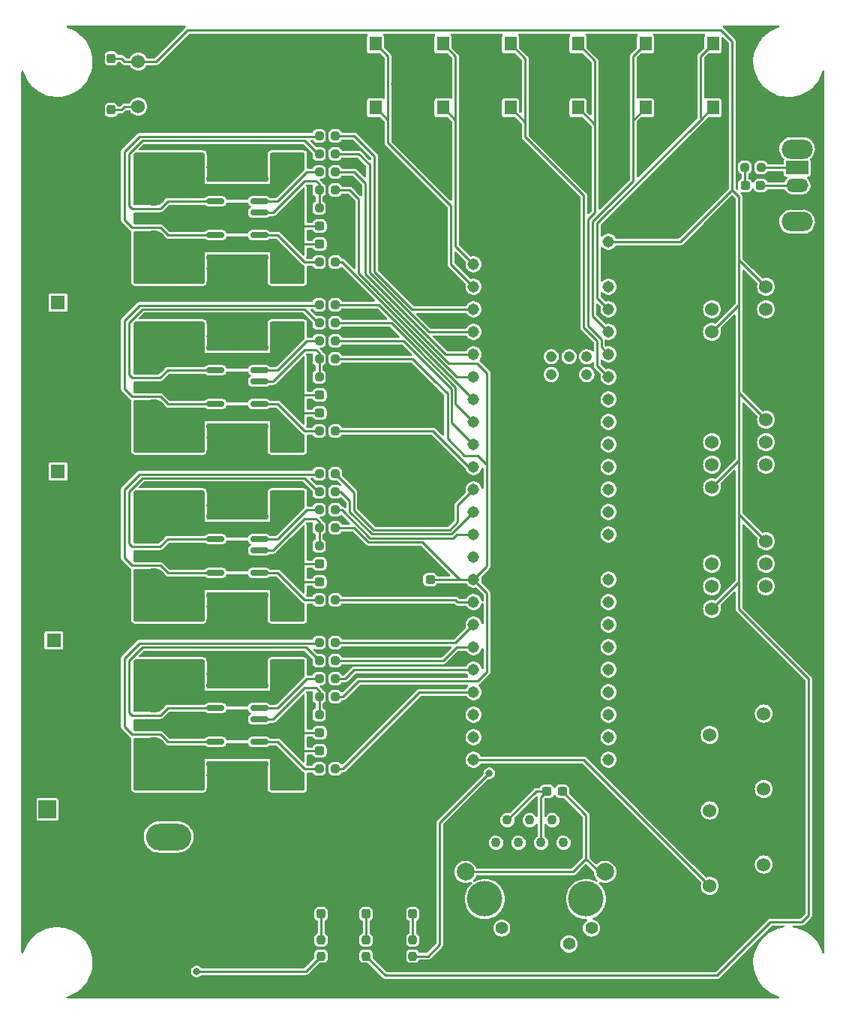
<source format=gbr>
%TF.GenerationSoftware,KiCad,Pcbnew,7.0.7*%
%TF.CreationDate,2024-04-07T16:08:04-05:00*%
%TF.ProjectId,Science_Actuation,53636965-6e63-4655-9f41-637475617469,rev?*%
%TF.SameCoordinates,Original*%
%TF.FileFunction,Copper,L1,Top*%
%TF.FilePolarity,Positive*%
%FSLAX46Y46*%
G04 Gerber Fmt 4.6, Leading zero omitted, Abs format (unit mm)*
G04 Created by KiCad (PCBNEW 7.0.7) date 2024-04-07 16:08:04*
%MOMM*%
%LPD*%
G01*
G04 APERTURE LIST*
G04 Aperture macros list*
%AMRoundRect*
0 Rectangle with rounded corners*
0 $1 Rounding radius*
0 $2 $3 $4 $5 $6 $7 $8 $9 X,Y pos of 4 corners*
0 Add a 4 corners polygon primitive as box body*
4,1,4,$2,$3,$4,$5,$6,$7,$8,$9,$2,$3,0*
0 Add four circle primitives for the rounded corners*
1,1,$1+$1,$2,$3*
1,1,$1+$1,$4,$5*
1,1,$1+$1,$6,$7*
1,1,$1+$1,$8,$9*
0 Add four rect primitives between the rounded corners*
20,1,$1+$1,$2,$3,$4,$5,0*
20,1,$1+$1,$4,$5,$6,$7,0*
20,1,$1+$1,$6,$7,$8,$9,0*
20,1,$1+$1,$8,$9,$2,$3,0*%
G04 Aperture macros list end*
%TA.AperFunction,ComponentPad*%
%ADD10C,1.524000*%
%TD*%
%TA.AperFunction,SMDPad,CuDef*%
%ADD11RoundRect,0.150000X-0.825000X-0.150000X0.825000X-0.150000X0.825000X0.150000X-0.825000X0.150000X0*%
%TD*%
%TA.AperFunction,ComponentPad*%
%ADD12R,1.600000X1.600000*%
%TD*%
%TA.AperFunction,ComponentPad*%
%ADD13C,1.600000*%
%TD*%
%TA.AperFunction,SMDPad,CuDef*%
%ADD14R,1.400000X1.600000*%
%TD*%
%TA.AperFunction,SMDPad,CuDef*%
%ADD15RoundRect,0.237500X-0.250000X-0.237500X0.250000X-0.237500X0.250000X0.237500X-0.250000X0.237500X0*%
%TD*%
%TA.AperFunction,SMDPad,CuDef*%
%ADD16RoundRect,0.237500X0.250000X0.237500X-0.250000X0.237500X-0.250000X-0.237500X0.250000X-0.237500X0*%
%TD*%
%TA.AperFunction,SMDPad,CuDef*%
%ADD17RoundRect,0.237500X0.237500X-0.250000X0.237500X0.250000X-0.237500X0.250000X-0.237500X-0.250000X0*%
%TD*%
%TA.AperFunction,SMDPad,CuDef*%
%ADD18RoundRect,0.237500X-0.300000X-0.237500X0.300000X-0.237500X0.300000X0.237500X-0.300000X0.237500X0*%
%TD*%
%TA.AperFunction,ComponentPad*%
%ADD19C,1.100000*%
%TD*%
%TA.AperFunction,ComponentPad*%
%ADD20C,1.400000*%
%TD*%
%TA.AperFunction,ComponentPad*%
%ADD21C,4.000000*%
%TD*%
%TA.AperFunction,ComponentPad*%
%ADD22C,2.000000*%
%TD*%
%TA.AperFunction,SMDPad,CuDef*%
%ADD23RoundRect,0.237500X0.300000X0.237500X-0.300000X0.237500X-0.300000X-0.237500X0.300000X-0.237500X0*%
%TD*%
%TA.AperFunction,SMDPad,CuDef*%
%ADD24RoundRect,0.237500X-0.237500X0.300000X-0.237500X-0.300000X0.237500X-0.300000X0.237500X0.300000X0*%
%TD*%
%TA.AperFunction,ComponentPad*%
%ADD25O,3.500000X2.200000*%
%TD*%
%TA.AperFunction,ComponentPad*%
%ADD26R,2.500000X1.500000*%
%TD*%
%TA.AperFunction,ComponentPad*%
%ADD27O,2.500000X1.500000*%
%TD*%
%TA.AperFunction,ComponentPad*%
%ADD28R,2.000000X2.000000*%
%TD*%
%TA.AperFunction,SMDPad,CuDef*%
%ADD29RoundRect,0.237500X-0.237500X0.287500X-0.237500X-0.287500X0.237500X-0.287500X0.237500X0.287500X0*%
%TD*%
%TA.AperFunction,SMDPad,CuDef*%
%ADD30RoundRect,0.237500X0.237500X-0.300000X0.237500X0.300000X-0.237500X0.300000X-0.237500X-0.300000X0*%
%TD*%
%TA.AperFunction,ComponentPad*%
%ADD31C,1.308000*%
%TD*%
%TA.AperFunction,ComponentPad*%
%ADD32C,1.208000*%
%TD*%
%TA.AperFunction,SMDPad,CuDef*%
%ADD33RoundRect,0.237500X0.287500X0.237500X-0.287500X0.237500X-0.287500X-0.237500X0.287500X-0.237500X0*%
%TD*%
%TA.AperFunction,ComponentPad*%
%ADD34O,3.000000X5.100000*%
%TD*%
%TA.AperFunction,ComponentPad*%
%ADD35O,5.100000X3.000000*%
%TD*%
%TA.AperFunction,ViaPad*%
%ADD36C,0.800000*%
%TD*%
%TA.AperFunction,Conductor*%
%ADD37C,0.250000*%
%TD*%
%TA.AperFunction,Conductor*%
%ADD38C,0.254000*%
%TD*%
G04 APERTURE END LIST*
D10*
%TO.P,Conn14,1*%
%TO.N,LIM_5*%
X127000000Y-158115000D03*
%TO.P,Conn14,2*%
%TO.N,GND*%
X127000000Y-155575000D03*
%TD*%
%TO.P,Conn10,1*%
%TO.N,LIM_1*%
X133096000Y-147193000D03*
%TO.P,Conn10,2*%
%TO.N,GND*%
X133096000Y-149733000D03*
%TD*%
D11*
%TO.P,U4,1,GND_A*%
%TO.N,GND*%
X71185000Y-124968000D03*
%TO.P,U4,2,OUT_A*%
%TO.N,/M2+*%
X71185000Y-126238000D03*
%TO.P,U4,3,IN_A*%
%TO.N,Net-(U4-IN_A)*%
X71185000Y-127508000D03*
%TO.P,U4,4,VCC*%
%TO.N,+12V*%
X71185000Y-128778000D03*
%TO.P,U4,5,VCC*%
X71185000Y-130048000D03*
%TO.P,U4,6,IN_B*%
%TO.N,Net-(U4-IN_B)*%
X71185000Y-131318000D03*
%TO.P,U4,7,OUT_B*%
%TO.N,/M2-*%
X71185000Y-132588000D03*
%TO.P,U4,8,GND_B*%
%TO.N,GND*%
X71185000Y-133858000D03*
%TO.P,U4,9,GND_B*%
X76135000Y-133858000D03*
%TO.P,U4,10,OUT_B*%
%TO.N,/M2-*%
X76135000Y-132588000D03*
%TO.P,U4,11,PWM*%
%TO.N,Net-(U4-PWM)*%
X76135000Y-131318000D03*
%TO.P,U4,12,VCC*%
%TO.N,+12V*%
X76135000Y-130048000D03*
%TO.P,U4,13,CS*%
%TO.N,Net-(U4-CS)*%
X76135000Y-128778000D03*
%TO.P,U4,14,SEL*%
%TO.N,Net-(U4-SEL)*%
X76135000Y-127508000D03*
%TO.P,U4,15,OUT_A*%
%TO.N,/M2+*%
X76135000Y-126238000D03*
%TO.P,U4,16,GND_A*%
%TO.N,GND*%
X76135000Y-124968000D03*
%TD*%
D12*
%TO.P,C3,1*%
%TO.N,+12V*%
X52957349Y-138938000D03*
D13*
%TO.P,C3,2*%
%TO.N,GND*%
X56457349Y-138938000D03*
%TD*%
D14*
%TO.P,SW3,1,1*%
%TO.N,GND*%
X101509000Y-78855000D03*
X101509000Y-71655000D03*
%TO.P,SW3,2,2*%
%TO.N,SW_3*%
X104509000Y-78855000D03*
X104509000Y-71655000D03*
%TD*%
D15*
%TO.P,R8,1*%
%TO.N,Net-(U3-CS)*%
X82907500Y-147320000D03*
%TO.P,R8,2*%
%TO.N,GND*%
X84732500Y-147320000D03*
%TD*%
D16*
%TO.P,R5,1*%
%TO.N,M1_IN_B*%
X84732500Y-139192000D03*
%TO.P,R5,2*%
%TO.N,Net-(U3-IN_B)*%
X82907500Y-139192000D03*
%TD*%
D15*
%TO.P,R26,1*%
%TO.N,Net-(U6-CS)*%
X82907500Y-90170000D03*
%TO.P,R26,2*%
%TO.N,GND*%
X84732500Y-90170000D03*
%TD*%
D10*
%TO.P,Conn8,1*%
%TO.N,+5V*%
X127254000Y-121666000D03*
%TO.P,Conn8,2*%
%TO.N,ENC_3A*%
X127254000Y-119126000D03*
%TO.P,Conn8,3*%
%TO.N,ENC_3B*%
X127254000Y-116586000D03*
%TO.P,Conn8,4*%
%TO.N,GND*%
X127254000Y-114046000D03*
X127254000Y-114046000D03*
%TD*%
D17*
%TO.P,R2,1*%
%TO.N,+5V*%
X88194500Y-174545000D03*
%TO.P,R2,2*%
%TO.N,Net-(D2-A)*%
X88194500Y-172720000D03*
%TD*%
D18*
%TO.P,C15,1*%
%TO.N,+12V*%
X82957500Y-113284000D03*
%TO.P,C15,2*%
%TO.N,GND*%
X84682500Y-113284000D03*
%TD*%
D11*
%TO.P,U6,1,GND_A*%
%TO.N,GND*%
X71185000Y-86868000D03*
%TO.P,U6,2,OUT_A*%
%TO.N,/M4+*%
X71185000Y-88138000D03*
%TO.P,U6,3,IN_A*%
%TO.N,Net-(U6-IN_A)*%
X71185000Y-89408000D03*
%TO.P,U6,4,VCC*%
%TO.N,+12V*%
X71185000Y-90678000D03*
%TO.P,U6,5,VCC*%
X71185000Y-91948000D03*
%TO.P,U6,6,IN_B*%
%TO.N,Net-(U6-IN_B)*%
X71185000Y-93218000D03*
%TO.P,U6,7,OUT_B*%
%TO.N,/M4-*%
X71185000Y-94488000D03*
%TO.P,U6,8,GND_B*%
%TO.N,GND*%
X71185000Y-95758000D03*
%TO.P,U6,9,GND_B*%
X76135000Y-95758000D03*
%TO.P,U6,10,OUT_B*%
%TO.N,/M4-*%
X76135000Y-94488000D03*
%TO.P,U6,11,PWM*%
%TO.N,Net-(U6-PWM)*%
X76135000Y-93218000D03*
%TO.P,U6,12,VCC*%
%TO.N,+12V*%
X76135000Y-91948000D03*
%TO.P,U6,13,CS*%
%TO.N,Net-(U6-CS)*%
X76135000Y-90678000D03*
%TO.P,U6,14,SEL*%
%TO.N,Net-(U6-SEL)*%
X76135000Y-89408000D03*
%TO.P,U6,15,OUT_A*%
%TO.N,/M4+*%
X76135000Y-88138000D03*
%TO.P,U6,16,GND_A*%
%TO.N,GND*%
X76135000Y-86868000D03*
%TD*%
D18*
%TO.P,C16,1*%
%TO.N,+12V*%
X82957500Y-94234000D03*
%TO.P,C16,2*%
%TO.N,GND*%
X84682500Y-94234000D03*
%TD*%
D14*
%TO.P,SW6,1,1*%
%TO.N,GND*%
X124369000Y-78855000D03*
X124369000Y-71655000D03*
%TO.P,SW6,2,2*%
%TO.N,SW_6*%
X127369000Y-78855000D03*
X127369000Y-71655000D03*
%TD*%
D10*
%TO.P,Conn11,1*%
%TO.N,LIM_2*%
X133096000Y-155702000D03*
%TO.P,Conn11,2*%
%TO.N,GND*%
X133096000Y-158242000D03*
%TD*%
D11*
%TO.P,U5,1,GND_A*%
%TO.N,GND*%
X71185000Y-105918000D03*
%TO.P,U5,2,OUT_A*%
%TO.N,/M3+*%
X71185000Y-107188000D03*
%TO.P,U5,3,IN_A*%
%TO.N,Net-(U5-IN_A)*%
X71185000Y-108458000D03*
%TO.P,U5,4,VCC*%
%TO.N,+12V*%
X71185000Y-109728000D03*
%TO.P,U5,5,VCC*%
X71185000Y-110998000D03*
%TO.P,U5,6,IN_B*%
%TO.N,Net-(U5-IN_B)*%
X71185000Y-112268000D03*
%TO.P,U5,7,OUT_B*%
%TO.N,/M3-*%
X71185000Y-113538000D03*
%TO.P,U5,8,GND_B*%
%TO.N,GND*%
X71185000Y-114808000D03*
%TO.P,U5,9,GND_B*%
X76135000Y-114808000D03*
%TO.P,U5,10,OUT_B*%
%TO.N,/M3-*%
X76135000Y-113538000D03*
%TO.P,U5,11,PWM*%
%TO.N,Net-(U5-PWM)*%
X76135000Y-112268000D03*
%TO.P,U5,12,VCC*%
%TO.N,+12V*%
X76135000Y-110998000D03*
%TO.P,U5,13,CS*%
%TO.N,Net-(U5-CS)*%
X76135000Y-109728000D03*
%TO.P,U5,14,SEL*%
%TO.N,Net-(U5-SEL)*%
X76135000Y-108458000D03*
%TO.P,U5,15,OUT_A*%
%TO.N,/M3+*%
X76135000Y-107188000D03*
%TO.P,U5,16,GND_A*%
%TO.N,GND*%
X76135000Y-105918000D03*
%TD*%
D19*
%TO.P,J1,1*%
%TO.N,T+*%
X102870000Y-161752000D03*
%TO.P,J1,2*%
%TO.N,Net-(C7-Pad2)*%
X104140000Y-159212000D03*
%TO.P,J1,3*%
%TO.N,T-*%
X105410000Y-161752000D03*
%TO.P,J1,4*%
%TO.N,R+*%
X106680000Y-159212000D03*
%TO.P,J1,5*%
%TO.N,Net-(C7-Pad2)*%
X107950000Y-161752000D03*
%TO.P,J1,6*%
%TO.N,R-*%
X109220000Y-159212000D03*
%TO.P,J1,7*%
%TO.N,unconnected-(J1-Pad7)*%
X110490000Y-161752000D03*
%TO.P,J1,8*%
%TO.N,GND*%
X111760000Y-159212000D03*
D20*
%TO.P,J1,9*%
X100990000Y-173182000D03*
%TO.P,J1,10*%
%TO.N,LED*%
X103530000Y-171392000D03*
%TO.P,J1,11*%
%TO.N,unconnected-(J1-Pad11)*%
X111100000Y-173182000D03*
%TO.P,J1,12*%
%TO.N,unconnected-(J1-Pad12)*%
X113640000Y-171392000D03*
D21*
%TO.P,J1,13*%
%TO.N,N/C*%
X101600000Y-168102000D03*
%TO.P,J1,14*%
X113030000Y-168102000D03*
D22*
%TO.P,J1,SH*%
%TO.N,Net-(C7-Pad1)*%
X99440000Y-165052000D03*
X115190000Y-165052000D03*
%TD*%
D16*
%TO.P,R19,1*%
%TO.N,M3_SEL*%
X84732500Y-105156000D03*
%TO.P,R19,2*%
%TO.N,Net-(U5-SEL)*%
X82907500Y-105156000D03*
%TD*%
D23*
%TO.P,C8,1*%
%TO.N,GND*%
X84682500Y-149352000D03*
%TO.P,C8,2*%
%TO.N,+12V*%
X82957500Y-149352000D03*
%TD*%
D14*
%TO.P,SW2,1,1*%
%TO.N,GND*%
X93889000Y-78855000D03*
X93889000Y-71655000D03*
%TO.P,SW2,2,2*%
%TO.N,SW_2*%
X96889000Y-78855000D03*
X96889000Y-71655000D03*
%TD*%
D18*
%TO.P,C14,1*%
%TO.N,+12V*%
X82957500Y-132334000D03*
%TO.P,C14,2*%
%TO.N,GND*%
X84682500Y-132334000D03*
%TD*%
D16*
%TO.P,R4,1*%
%TO.N,M1_IN_A*%
X84732500Y-141224000D03*
%TO.P,R4,2*%
%TO.N,Net-(U3-IN_A)*%
X82907500Y-141224000D03*
%TD*%
D23*
%TO.P,C12,1*%
%TO.N,CS*%
X95451000Y-132080000D03*
%TO.P,C12,2*%
%TO.N,GND*%
X93726000Y-132080000D03*
%TD*%
D10*
%TO.P,Conn17,1*%
%TO.N,LIM_6*%
X127000000Y-166624000D03*
%TO.P,Conn17,2*%
%TO.N,GND*%
X127000000Y-164084000D03*
%TD*%
%TO.P,Conn16,1*%
%TO.N,+5V*%
X127254000Y-104140000D03*
%TO.P,Conn16,2*%
%TO.N,Servo_2*%
X127254000Y-101600000D03*
%TO.P,Conn16,3*%
%TO.N,GND*%
X127254000Y-99060000D03*
%TD*%
D24*
%TO.P,C6,1*%
%TO.N,+5V*%
X59436000Y-73305500D03*
%TO.P,C6,2*%
%TO.N,GND*%
X59436000Y-75030500D03*
%TD*%
D16*
%TO.P,R7,1*%
%TO.N,M1_SEL*%
X84732500Y-143256000D03*
%TO.P,R7,2*%
%TO.N,Net-(U3-SEL)*%
X82907500Y-143256000D03*
%TD*%
%TO.P,R16,1*%
%TO.N,M3_IN_A*%
X84732500Y-103124000D03*
%TO.P,R16,2*%
%TO.N,Net-(U5-IN_A)*%
X82907500Y-103124000D03*
%TD*%
D23*
%TO.P,C10,1*%
%TO.N,GND*%
X84682500Y-111252000D03*
%TO.P,C10,2*%
%TO.N,+12V*%
X82957500Y-111252000D03*
%TD*%
D14*
%TO.P,SW1,1,1*%
%TO.N,GND*%
X86269000Y-78855000D03*
X86269000Y-71655000D03*
%TO.P,SW1,2,2*%
%TO.N,SW_1*%
X89269000Y-78855000D03*
X89269000Y-71655000D03*
%TD*%
D16*
%TO.P,R10,1*%
%TO.N,M2_IN_A*%
X84732500Y-122174000D03*
%TO.P,R10,2*%
%TO.N,Net-(U4-IN_A)*%
X82907500Y-122174000D03*
%TD*%
D14*
%TO.P,SW4,1,1*%
%TO.N,GND*%
X109129000Y-78855000D03*
X109129000Y-71655000D03*
%TO.P,SW4,2,2*%
%TO.N,SW_4*%
X112129000Y-78855000D03*
X112129000Y-71655000D03*
%TD*%
%TO.P,SW5,1,1*%
%TO.N,GND*%
X116749000Y-78855000D03*
X116749000Y-71655000D03*
%TO.P,SW5,2,2*%
%TO.N,SW_5*%
X119749000Y-78855000D03*
X119749000Y-71655000D03*
%TD*%
D10*
%TO.P,Conn6,1*%
%TO.N,+5V*%
X127254000Y-135382000D03*
%TO.P,Conn6,2*%
%TO.N,ENC_1A*%
X127254000Y-132842000D03*
%TO.P,Conn6,3*%
%TO.N,ENC_1B*%
X127254000Y-130302000D03*
%TO.P,Conn6,4*%
%TO.N,GND*%
X127254000Y-127762000D03*
X127254000Y-127762000D03*
%TD*%
%TO.P,Conn12,1*%
%TO.N,LIM_3*%
X133096000Y-164211000D03*
%TO.P,Conn12,2*%
%TO.N,GND*%
X133096000Y-166751000D03*
%TD*%
D11*
%TO.P,U3,1,GND_A*%
%TO.N,GND*%
X71185000Y-144018000D03*
%TO.P,U3,2,OUT_A*%
%TO.N,/M1+*%
X71185000Y-145288000D03*
%TO.P,U3,3,IN_A*%
%TO.N,Net-(U3-IN_A)*%
X71185000Y-146558000D03*
%TO.P,U3,4,VCC*%
%TO.N,+12V*%
X71185000Y-147828000D03*
%TO.P,U3,5,VCC*%
X71185000Y-149098000D03*
%TO.P,U3,6,IN_B*%
%TO.N,Net-(U3-IN_B)*%
X71185000Y-150368000D03*
%TO.P,U3,7,OUT_B*%
%TO.N,/M1-*%
X71185000Y-151638000D03*
%TO.P,U3,8,GND_B*%
%TO.N,GND*%
X71185000Y-152908000D03*
%TO.P,U3,9,GND_B*%
X76135000Y-152908000D03*
%TO.P,U3,10,OUT_B*%
%TO.N,/M1-*%
X76135000Y-151638000D03*
%TO.P,U3,11,PWM*%
%TO.N,Net-(U3-PWM)*%
X76135000Y-150368000D03*
%TO.P,U3,12,VCC*%
%TO.N,+12V*%
X76135000Y-149098000D03*
%TO.P,U3,13,CS*%
%TO.N,Net-(U3-CS)*%
X76135000Y-147828000D03*
%TO.P,U3,14,SEL*%
%TO.N,Net-(U3-SEL)*%
X76135000Y-146558000D03*
%TO.P,U3,15,OUT_A*%
%TO.N,/M1+*%
X76135000Y-145288000D03*
%TO.P,U3,16,GND_A*%
%TO.N,GND*%
X76135000Y-144018000D03*
%TD*%
D25*
%TO.P,SW7,*%
%TO.N,*%
X136862500Y-83530000D03*
X136862500Y-91730000D03*
D26*
%TO.P,SW7,1,A*%
%TO.N,+3V3*%
X136862500Y-85630000D03*
D27*
%TO.P,SW7,2,B*%
%TO.N,DIR_SW*%
X136862500Y-87630000D03*
%TO.P,SW7,3,C*%
%TO.N,GND*%
X136862500Y-89630000D03*
%TD*%
D15*
%TO.P,R27,1*%
%TO.N,Net-(U6-CS)*%
X82907500Y-88138000D03*
%TO.P,R27,2*%
%TO.N,CS*%
X84732500Y-88138000D03*
%TD*%
D10*
%TO.P,Conn7,1*%
%TO.N,+5V*%
X133350000Y-127762000D03*
%TO.P,Conn7,2*%
%TO.N,ENC_2A*%
X133350000Y-130302000D03*
%TO.P,Conn7,3*%
%TO.N,ENC_2B*%
X133350000Y-132842000D03*
%TO.P,Conn7,4*%
%TO.N,GND*%
X133350000Y-135382000D03*
X133350000Y-135382000D03*
%TD*%
D18*
%TO.P,C13,1*%
%TO.N,+12V*%
X82957500Y-151384000D03*
%TO.P,C13,2*%
%TO.N,GND*%
X84682500Y-151384000D03*
%TD*%
D10*
%TO.P,Conn15,1*%
%TO.N,+5V*%
X133350000Y-99060000D03*
%TO.P,Conn15,2*%
%TO.N,Servo_1*%
X133350000Y-101600000D03*
%TO.P,Conn15,3*%
%TO.N,GND*%
X133350000Y-104140000D03*
%TD*%
%TO.P,U2,1,Vi*%
%TO.N,+12V*%
X62484000Y-78740000D03*
%TO.P,U2,2,GND*%
%TO.N,GND*%
X62484000Y-76200000D03*
%TO.P,U2,3,Vo*%
%TO.N,+5V*%
X62484000Y-73660000D03*
%TD*%
D16*
%TO.P,R24,1*%
%TO.N,M4_PWM*%
X84732500Y-96266000D03*
%TO.P,R24,2*%
%TO.N,Net-(U6-PWM)*%
X82907500Y-96266000D03*
%TD*%
D28*
%TO.P,C4,1*%
%TO.N,+12V*%
X52242323Y-157988000D03*
D22*
%TO.P,C4,2*%
%TO.N,GND*%
X57242323Y-157988000D03*
%TD*%
D29*
%TO.P,D1,1,K*%
%TO.N,GND*%
X83114500Y-168035000D03*
%TO.P,D1,2,A*%
%TO.N,Net-(D1-A)*%
X83114500Y-169785000D03*
%TD*%
%TO.P,D3,1,K*%
%TO.N,GND*%
X93472000Y-168035000D03*
%TO.P,D3,2,A*%
%TO.N,Net-(D3-A)*%
X93472000Y-169785000D03*
%TD*%
D10*
%TO.P,Conn9,1*%
%TO.N,+5V*%
X133350000Y-114046000D03*
%TO.P,Conn9,2*%
%TO.N,ENC_4A*%
X133350000Y-116586000D03*
%TO.P,Conn9,3*%
%TO.N,ENC_4B*%
X133350000Y-119126000D03*
%TO.P,Conn9,4*%
%TO.N,GND*%
X133350000Y-121666000D03*
X133350000Y-121666000D03*
%TD*%
D12*
%TO.P,C1,1*%
%TO.N,+12V*%
X53427621Y-100838000D03*
D13*
%TO.P,C1,2*%
%TO.N,GND*%
X55927621Y-100838000D03*
%TD*%
D23*
%TO.P,C11,1*%
%TO.N,GND*%
X84682500Y-92202000D03*
%TO.P,C11,2*%
%TO.N,+12V*%
X82957500Y-92202000D03*
%TD*%
D30*
%TO.P,C5,1*%
%TO.N,+12V*%
X59436000Y-79094500D03*
%TO.P,C5,2*%
%TO.N,GND*%
X59436000Y-77369500D03*
%TD*%
D23*
%TO.P,C7,1*%
%TO.N,Net-(C7-Pad1)*%
X110336500Y-155956000D03*
%TO.P,C7,2*%
%TO.N,Net-(C7-Pad2)*%
X108611500Y-155956000D03*
%TD*%
D17*
%TO.P,R3,1*%
%TO.N,+3V3*%
X93472000Y-174545000D03*
%TO.P,R3,2*%
%TO.N,Net-(D3-A)*%
X93472000Y-172720000D03*
%TD*%
D16*
%TO.P,R17,1*%
%TO.N,M3_IN_B*%
X84732500Y-101092000D03*
%TO.P,R17,2*%
%TO.N,Net-(U5-IN_B)*%
X82907500Y-101092000D03*
%TD*%
D15*
%TO.P,R21,1*%
%TO.N,Net-(U5-CS)*%
X82907500Y-107188000D03*
%TO.P,R21,2*%
%TO.N,CS*%
X84732500Y-107188000D03*
%TD*%
D29*
%TO.P,D2,1,K*%
%TO.N,GND*%
X88194500Y-168035000D03*
%TO.P,D2,2,A*%
%TO.N,Net-(D2-A)*%
X88194500Y-169785000D03*
%TD*%
D17*
%TO.P,R1,1*%
%TO.N,+12V*%
X83114500Y-174545000D03*
%TO.P,R1,2*%
%TO.N,Net-(D1-A)*%
X83114500Y-172720000D03*
%TD*%
D23*
%TO.P,C9,1*%
%TO.N,GND*%
X84682500Y-130302000D03*
%TO.P,C9,2*%
%TO.N,+12V*%
X82957500Y-130302000D03*
%TD*%
D16*
%TO.P,R22,1*%
%TO.N,M4_IN_A*%
X84732500Y-84074000D03*
%TO.P,R22,2*%
%TO.N,Net-(U6-IN_A)*%
X82907500Y-84074000D03*
%TD*%
D15*
%TO.P,R15,1*%
%TO.N,Net-(U4-CS)*%
X82907500Y-126238000D03*
%TO.P,R15,2*%
%TO.N,CS*%
X84732500Y-126238000D03*
%TD*%
%TO.P,R9,1*%
%TO.N,Net-(U3-CS)*%
X82907500Y-145288000D03*
%TO.P,R9,2*%
%TO.N,CS*%
X84732500Y-145288000D03*
%TD*%
D16*
%TO.P,R18,1*%
%TO.N,M3_PWM*%
X84732500Y-115316000D03*
%TO.P,R18,2*%
%TO.N,Net-(U5-PWM)*%
X82907500Y-115316000D03*
%TD*%
%TO.P,R11,1*%
%TO.N,M2_IN_B*%
X84732500Y-120142000D03*
%TO.P,R11,2*%
%TO.N,Net-(U4-IN_B)*%
X82907500Y-120142000D03*
%TD*%
D15*
%TO.P,R14,1*%
%TO.N,Net-(U4-CS)*%
X82907500Y-128270000D03*
%TO.P,R14,2*%
%TO.N,GND*%
X84732500Y-128270000D03*
%TD*%
D12*
%TO.P,C2,1*%
%TO.N,+12V*%
X53427621Y-119888000D03*
D13*
%TO.P,C2,2*%
%TO.N,GND*%
X55927621Y-119888000D03*
%TD*%
D16*
%TO.P,R13,1*%
%TO.N,M2_SEL*%
X84732500Y-124206000D03*
%TO.P,R13,2*%
%TO.N,Net-(U4-SEL)*%
X82907500Y-124206000D03*
%TD*%
D10*
%TO.P,Conn13,1*%
%TO.N,LIM_4*%
X127000000Y-149606000D03*
%TO.P,Conn13,2*%
%TO.N,GND*%
X127000000Y-147066000D03*
%TD*%
D16*
%TO.P,R23,1*%
%TO.N,M4_IN_B*%
X84732500Y-82042000D03*
%TO.P,R23,2*%
%TO.N,Net-(U6-IN_B)*%
X82907500Y-82042000D03*
%TD*%
%TO.P,R12,1*%
%TO.N,M2_PWM*%
X84732500Y-134366000D03*
%TO.P,R12,2*%
%TO.N,Net-(U4-PWM)*%
X82907500Y-134366000D03*
%TD*%
D31*
%TO.P,U1,0,RX1*%
%TO.N,SW_2*%
X100330000Y-96520000D03*
%TO.P,U1,1,TX1*%
%TO.N,SW_1*%
X100330000Y-99060000D03*
%TO.P,U1,2,OUT2*%
%TO.N,M4_IN_B*%
X100330000Y-101600000D03*
%TO.P,U1,3,LRCLK2*%
%TO.N,M4_IN_A*%
X100330000Y-104140000D03*
%TO.P,U1,3.3V_1,3.3V*%
%TO.N,+3V3*%
X100330000Y-129540000D03*
%TO.P,U1,3.3V_2,3.3V*%
X115570000Y-99060000D03*
%TO.P,U1,4,BCLK2*%
%TO.N,M4_SEL*%
X100330000Y-106680000D03*
%TO.P,U1,5,IN2*%
%TO.N,M4_PWM*%
X100330000Y-109220000D03*
%TO.P,U1,6,OUT1D*%
%TO.N,M3_IN_B*%
X100330000Y-111760000D03*
%TO.P,U1,7,RX2*%
%TO.N,M3_IN_A*%
X100330000Y-114300000D03*
%TO.P,U1,8,TX2*%
%TO.N,M3_SEL*%
X100330000Y-116840000D03*
%TO.P,U1,9,OUT1C*%
%TO.N,M3_PWM*%
X100330000Y-119380000D03*
%TO.P,U1,10,CS1*%
%TO.N,M2_IN_B*%
X100330000Y-121920000D03*
%TO.P,U1,11,MOSI*%
%TO.N,M2_IN_A*%
X100330000Y-124460000D03*
%TO.P,U1,12,MISO*%
%TO.N,M2_SEL*%
X100330000Y-127000000D03*
%TO.P,U1,13,SCK*%
%TO.N,ENC_4B*%
X115570000Y-127000000D03*
%TO.P,U1,14,A0*%
%TO.N,ENC_4A*%
X115570000Y-124460000D03*
%TO.P,U1,15,A1*%
%TO.N,ENC_3A*%
X115570000Y-121920000D03*
%TO.P,U1,16,A2*%
%TO.N,ENC_3B*%
X115570000Y-119380000D03*
%TO.P,U1,17,A3*%
%TO.N,DIR_SW*%
X115570000Y-116840000D03*
%TO.P,U1,18,A4*%
%TO.N,Servo_1*%
X115570000Y-114300000D03*
%TO.P,U1,19,A5*%
%TO.N,Servo_2*%
X115570000Y-111760000D03*
%TO.P,U1,20,A6*%
%TO.N,SW_3*%
X115570000Y-109220000D03*
%TO.P,U1,21,A7*%
%TO.N,SW_4*%
X115570000Y-106680000D03*
%TO.P,U1,22,A8*%
%TO.N,SW_5*%
X115570000Y-104140000D03*
%TO.P,U1,23,A9*%
%TO.N,SW_6*%
X115570000Y-101600000D03*
%TO.P,U1,24,A10*%
%TO.N,CS*%
X100330000Y-132080000D03*
%TO.P,U1,25,A11*%
%TO.N,M2_PWM*%
X100330000Y-134620000D03*
%TO.P,U1,26,A12*%
%TO.N,M1_IN_B*%
X100330000Y-137160000D03*
%TO.P,U1,27,A13*%
%TO.N,M1_IN_A*%
X100330000Y-139700000D03*
%TO.P,U1,28,RX7*%
%TO.N,M1_SEL*%
X100330000Y-142240000D03*
%TO.P,U1,29,TX7*%
%TO.N,M1_PWM*%
X100330000Y-144780000D03*
%TO.P,U1,30,CRX3*%
%TO.N,unconnected-(U1-CRX3-Pad30)*%
X100330000Y-147320000D03*
%TO.P,U1,31,CTX3*%
%TO.N,unconnected-(U1-CTX3-Pad31)*%
X100330000Y-149860000D03*
%TO.P,U1,32,OUT1B*%
%TO.N,LIM_6*%
X100330000Y-152400000D03*
%TO.P,U1,33,MCLK2*%
%TO.N,LIM_5*%
X115570000Y-152400000D03*
%TO.P,U1,34,RX8*%
%TO.N,LIM_3*%
X115570000Y-149860000D03*
%TO.P,U1,35,TX8*%
%TO.N,LIM_4*%
X115570000Y-147320000D03*
%TO.P,U1,36,CS2*%
%TO.N,LIM_2*%
X115570000Y-144780000D03*
%TO.P,U1,37,CS3*%
%TO.N,LIM_1*%
X115570000Y-142240000D03*
%TO.P,U1,38,A14*%
%TO.N,ENC_2B*%
X115570000Y-139700000D03*
%TO.P,U1,39,A15*%
%TO.N,ENC_2A*%
X115570000Y-137160000D03*
%TO.P,U1,40,A16*%
%TO.N,ENC_1A*%
X115570000Y-134620000D03*
%TO.P,U1,41,A17*%
%TO.N,ENC_1B*%
X115570000Y-132080000D03*
%TO.P,U1,GND1,GND*%
%TO.N,GND*%
X100330000Y-93980000D03*
%TO.P,U1,GND2,GND*%
X115570000Y-129540000D03*
%TO.P,U1,GND3,GND*%
X115570000Y-96520000D03*
D32*
%TO.P,U1,GND5,GND*%
X111120000Y-108950000D03*
%TO.P,U1,LED,LED*%
%TO.N,LED*%
X111120000Y-106950000D03*
%TO.P,U1,R+,R+*%
%TO.N,R+*%
X113120000Y-106950000D03*
%TO.P,U1,R-,R-*%
%TO.N,R-*%
X113120000Y-108950000D03*
%TO.P,U1,T+,T+*%
%TO.N,T+*%
X109120000Y-108950000D03*
%TO.P,U1,T-,T-*%
%TO.N,T-*%
X109120000Y-106950000D03*
D31*
%TO.P,U1,VIN,VIN*%
%TO.N,+5V*%
X115570000Y-93980000D03*
%TD*%
D33*
%TO.P,D4,1,K*%
%TO.N,DIR_SW*%
X132744500Y-87630000D03*
%TO.P,D4,2,A*%
%TO.N,Net-(D4-A)*%
X130994500Y-87630000D03*
%TD*%
D16*
%TO.P,R6,1*%
%TO.N,M1_PWM*%
X84732500Y-153416000D03*
%TO.P,R6,2*%
%TO.N,Net-(U3-PWM)*%
X82907500Y-153416000D03*
%TD*%
D15*
%TO.P,R20,1*%
%TO.N,Net-(U5-CS)*%
X82907500Y-109220000D03*
%TO.P,R20,2*%
%TO.N,GND*%
X84732500Y-109220000D03*
%TD*%
D16*
%TO.P,R25,1*%
%TO.N,M4_SEL*%
X84732500Y-86106000D03*
%TO.P,R25,2*%
%TO.N,Net-(U6-SEL)*%
X82907500Y-86106000D03*
%TD*%
%TO.P,R28,1*%
%TO.N,+3V3*%
X132782000Y-85598000D03*
%TO.P,R28,2*%
%TO.N,Net-(D4-A)*%
X130957000Y-85598000D03*
%TD*%
D34*
%TO.P,Conn5,1,GND*%
%TO.N,/M4-*%
X64197200Y-95250000D03*
%TO.P,Conn5,2,V+Log*%
%TO.N,/M4+*%
X64197200Y-87376000D03*
%TD*%
%TO.P,Conn4,1,GND*%
%TO.N,/M3-*%
X64197200Y-114300000D03*
%TO.P,Conn4,2,V+Log*%
%TO.N,/M3+*%
X64197200Y-106426000D03*
%TD*%
D35*
%TO.P,Conn1,1,GND*%
%TO.N,GND*%
X73787000Y-161100800D03*
%TO.P,Conn1,2,V+Log*%
%TO.N,+12V*%
X65913000Y-161100800D03*
%TD*%
D34*
%TO.P,Conn2,1,GND*%
%TO.N,/M1-*%
X64197200Y-152400000D03*
%TO.P,Conn2,2,V+Log*%
%TO.N,/M1+*%
X64197200Y-144526000D03*
%TD*%
%TO.P,Conn3,1,GND*%
%TO.N,/M2-*%
X64197200Y-133350000D03*
%TO.P,Conn3,2,V+Log*%
%TO.N,/M2+*%
X64197200Y-125476000D03*
%TD*%
D36*
%TO.N,+12V*%
X73660000Y-149479000D03*
X66548000Y-90297000D03*
X79248000Y-111887000D03*
X80772000Y-91313000D03*
X80772000Y-108839000D03*
X65532000Y-110363000D03*
X68580000Y-92329000D03*
X80772000Y-89789000D03*
X66548000Y-149479000D03*
X73660000Y-90297000D03*
X68580000Y-128397000D03*
X80772000Y-130937000D03*
X65532000Y-91313000D03*
X79248000Y-92837000D03*
X73660000Y-128397000D03*
X79248000Y-130937000D03*
X80772000Y-129413000D03*
X68580000Y-111379000D03*
X73660000Y-147447000D03*
X66548000Y-128397000D03*
X79248000Y-91313000D03*
X65532000Y-148463000D03*
X66548000Y-147447000D03*
X68580000Y-130429000D03*
X66548000Y-111379000D03*
X79248000Y-149987000D03*
X79248000Y-129413000D03*
X69088000Y-176276000D03*
X66548000Y-130429000D03*
X79248000Y-148463000D03*
X67564000Y-148463000D03*
X68580000Y-90297000D03*
X80772000Y-127889000D03*
X65532000Y-129413000D03*
X80772000Y-110363000D03*
X73660000Y-92329000D03*
X67564000Y-129413000D03*
X80772000Y-111887000D03*
X80772000Y-148463000D03*
X68580000Y-149479000D03*
X80772000Y-92837000D03*
X79248000Y-110363000D03*
X67564000Y-110363000D03*
X68580000Y-147447000D03*
X73660000Y-109347000D03*
X66548000Y-92329000D03*
X66548000Y-109347000D03*
X73660000Y-111379000D03*
X80772000Y-146939000D03*
X68580000Y-109347000D03*
X73660000Y-130429000D03*
X67564000Y-91313000D03*
X80772000Y-149987000D03*
%TO.N,GND*%
X72136000Y-123698000D03*
X76708000Y-85598000D03*
X86360000Y-111760000D03*
X72136000Y-103124000D03*
X76708000Y-123698000D03*
X76708000Y-155702000D03*
X81280000Y-172720000D03*
X86360000Y-167640000D03*
X91440000Y-157480000D03*
X72136000Y-97028000D03*
X96520000Y-147320000D03*
X73660000Y-141224000D03*
X73660000Y-103124000D03*
X72136000Y-141224000D03*
X91440000Y-76200000D03*
X96520000Y-137160000D03*
X96520000Y-86360000D03*
X91440000Y-86360000D03*
X127000000Y-86360000D03*
X91440000Y-167640000D03*
X75184000Y-122174000D03*
X70612000Y-141224000D03*
X70612000Y-84074000D03*
X70612000Y-117602000D03*
X70612000Y-104648000D03*
X101600000Y-86360000D03*
X72136000Y-104648000D03*
X72136000Y-136652000D03*
X91440000Y-111760000D03*
X76708000Y-116078000D03*
X76708000Y-136652000D03*
X101600000Y-76200000D03*
X73660000Y-154178000D03*
X75184000Y-117602000D03*
X86360000Y-162560000D03*
X72136000Y-154178000D03*
X70612000Y-142748000D03*
X75184000Y-84074000D03*
X88900000Y-147320000D03*
X75184000Y-142748000D03*
X121920000Y-76200000D03*
X121920000Y-86360000D03*
X73660000Y-98552000D03*
X75184000Y-103124000D03*
X73660000Y-84074000D03*
X70612000Y-135128000D03*
X70612000Y-97028000D03*
X73660000Y-116078000D03*
X76708000Y-135128000D03*
X75184000Y-98552000D03*
X75184000Y-97028000D03*
X75184000Y-85598000D03*
X91440000Y-137160000D03*
X73660000Y-136652000D03*
X72136000Y-85598000D03*
X75184000Y-135128000D03*
X91440000Y-121920000D03*
X72136000Y-98552000D03*
X72136000Y-155702000D03*
X72136000Y-117602000D03*
X116840000Y-86360000D03*
X76708000Y-97028000D03*
X91440000Y-172720000D03*
X81280000Y-157480000D03*
X73660000Y-117602000D03*
X70612000Y-98552000D03*
X73660000Y-123698000D03*
X127000000Y-76200000D03*
X72136000Y-122174000D03*
X72136000Y-135128000D03*
X70612000Y-116078000D03*
X70612000Y-122174000D03*
X73660000Y-85598000D03*
X91440000Y-116840000D03*
X86360000Y-172720000D03*
X75184000Y-155702000D03*
X73660000Y-142748000D03*
X76708000Y-103124000D03*
X86360000Y-137160000D03*
X86360000Y-76200000D03*
X73660000Y-97028000D03*
X75184000Y-116078000D03*
X75184000Y-104648000D03*
X76708000Y-141224000D03*
X70612000Y-85598000D03*
X76708000Y-122174000D03*
X73660000Y-135128000D03*
X70612000Y-136652000D03*
X111760000Y-76200000D03*
X106680000Y-109220000D03*
X96520000Y-76200000D03*
X75184000Y-141224000D03*
X86360000Y-132080000D03*
X70612000Y-155702000D03*
X70612000Y-154178000D03*
X81280000Y-162560000D03*
X96520000Y-121920000D03*
X76708000Y-142748000D03*
X116840000Y-76200000D03*
X76708000Y-117602000D03*
X72136000Y-84074000D03*
X73660000Y-155702000D03*
X91440000Y-132080000D03*
X72136000Y-142748000D03*
X73660000Y-122174000D03*
X96520000Y-152400000D03*
X76708000Y-104648000D03*
X91440000Y-162560000D03*
X75184000Y-136652000D03*
X86360000Y-157480000D03*
X76708000Y-98552000D03*
X106680000Y-86360000D03*
X111760000Y-86360000D03*
X86360000Y-116840000D03*
X76708000Y-84074000D03*
X70612000Y-103124000D03*
X73660000Y-104648000D03*
X72136000Y-116078000D03*
X75184000Y-123698000D03*
X76708000Y-154178000D03*
X81280000Y-167640000D03*
X91440000Y-152400000D03*
X75184000Y-154178000D03*
X86360000Y-93980000D03*
X70612000Y-123698000D03*
%TO.N,+3V3*%
X102108000Y-153924000D03*
%TD*%
D37*
%TO.N,+12V*%
X82957500Y-132334000D02*
X81026000Y-132334000D01*
D38*
X60960000Y-78740000D02*
X62484000Y-78740000D01*
X82957500Y-149352000D02*
X81026000Y-149352000D01*
X83114500Y-174545000D02*
X81383500Y-176276000D01*
D37*
X82957500Y-151384000D02*
X81026000Y-151384000D01*
D38*
X59436000Y-79094500D02*
X60605500Y-79094500D01*
X82957500Y-130302000D02*
X81026000Y-130302000D01*
X81383500Y-176276000D02*
X79248000Y-176276000D01*
D37*
X82957500Y-94234000D02*
X81026000Y-94234000D01*
D38*
X82957500Y-111252000D02*
X81026000Y-111252000D01*
X82957500Y-92202000D02*
X81026000Y-92202000D01*
X60605500Y-79094500D02*
X60960000Y-78740000D01*
D37*
X82957500Y-113284000D02*
X81026000Y-113284000D01*
D38*
X79248000Y-176276000D02*
X69088000Y-176276000D01*
%TO.N,Net-(C7-Pad1)*%
X110336500Y-155956000D02*
X113030000Y-158649500D01*
X113030000Y-158649500D02*
X113030000Y-163576000D01*
X111554000Y-165052000D02*
X113030000Y-163576000D01*
X114506000Y-165052000D02*
X115190000Y-165052000D01*
X113030000Y-163576000D02*
X114506000Y-165052000D01*
X99440000Y-165052000D02*
X111554000Y-165052000D01*
%TO.N,+5V*%
X127816000Y-176730000D02*
X90379500Y-176730000D01*
X130302000Y-110998000D02*
X130302000Y-117348000D01*
X130302000Y-96520000D02*
X130302000Y-96012000D01*
X128270000Y-70104000D02*
X129540000Y-71374000D01*
X64516000Y-73660000D02*
X68072000Y-70104000D01*
X130302000Y-131572000D02*
X130302000Y-135382000D01*
X130302000Y-118618000D02*
X130302000Y-117348000D01*
X127254000Y-135382000D02*
X130302000Y-132334000D01*
X130302000Y-123952000D02*
X130302000Y-131572000D01*
X130302000Y-124714000D02*
X130302000Y-123952000D01*
X123698000Y-93980000D02*
X115570000Y-93980000D01*
X130302000Y-117348000D02*
X130302000Y-123952000D01*
X130302000Y-97536000D02*
X130302000Y-100584000D01*
X133350000Y-127762000D02*
X130302000Y-124714000D01*
X129540000Y-71374000D02*
X129540000Y-88138000D01*
X60605500Y-73305500D02*
X60960000Y-73660000D01*
X137414000Y-170688000D02*
X133858000Y-170688000D01*
X130302000Y-135382000D02*
X138176000Y-143256000D01*
X60960000Y-73660000D02*
X62484000Y-73660000D01*
X133350000Y-99060000D02*
X130302000Y-96012000D01*
X130302000Y-132334000D02*
X130302000Y-131572000D01*
X125984000Y-91694000D02*
X123698000Y-93980000D01*
X59436000Y-73305500D02*
X60605500Y-73305500D01*
X130302000Y-97536000D02*
X130302000Y-96520000D01*
X133350000Y-114046000D02*
X130302000Y-110998000D01*
X90379500Y-176730000D02*
X88194500Y-174545000D01*
X127254000Y-121666000D02*
X130302000Y-118618000D01*
X62484000Y-73660000D02*
X64516000Y-73660000D01*
X129540000Y-88138000D02*
X130302000Y-88900000D01*
X130302000Y-101092000D02*
X130302000Y-100584000D01*
X138176000Y-143256000D02*
X138176000Y-169926000D01*
X138176000Y-169926000D02*
X137414000Y-170688000D01*
X130302000Y-88900000D02*
X130302000Y-96520000D01*
X133858000Y-170688000D02*
X127816000Y-176730000D01*
X68072000Y-70104000D02*
X128270000Y-70104000D01*
X130302000Y-100584000D02*
X130302000Y-110998000D01*
X129540000Y-88138000D02*
X125984000Y-91694000D01*
X127254000Y-104140000D02*
X130302000Y-101092000D01*
%TO.N,+3V3*%
X132814000Y-85630000D02*
X132782000Y-85598000D01*
X136862500Y-85630000D02*
X132814000Y-85630000D01*
X96520000Y-159512000D02*
X102108000Y-153924000D01*
X93472000Y-174545000D02*
X95203000Y-174545000D01*
X96520000Y-173228000D02*
X96520000Y-159512000D01*
X95203000Y-174545000D02*
X96520000Y-173228000D01*
%TO.N,Net-(C7-Pad2)*%
X107950000Y-156617500D02*
X108611500Y-155956000D01*
X108611500Y-155956000D02*
X107396000Y-155956000D01*
X107950000Y-161752000D02*
X107950000Y-156617500D01*
X107396000Y-155956000D02*
X104140000Y-159212000D01*
%TO.N,CS*%
X101854000Y-142494000D02*
X101854000Y-133604000D01*
X94742000Y-143510000D02*
X100838000Y-143510000D01*
X101854000Y-119380000D02*
X101854000Y-130556000D01*
X101854000Y-130556000D02*
X100330000Y-132080000D01*
D37*
X84732500Y-88138000D02*
X86360000Y-88138000D01*
D38*
X87376000Y-92202000D02*
X87376000Y-97521896D01*
D37*
X87376000Y-143510000D02*
X94742000Y-143510000D01*
X84732500Y-145288000D02*
X85598000Y-145288000D01*
D38*
X97390000Y-111106000D02*
X97390000Y-116186000D01*
D37*
X88470724Y-127852000D02*
X86856724Y-126238000D01*
D38*
X101854000Y-133604000D02*
X100330000Y-132080000D01*
X95885000Y-109601000D02*
X97390000Y-111106000D01*
D37*
X86360000Y-88138000D02*
X87376000Y-89154000D01*
X84732500Y-107188000D02*
X93472000Y-107188000D01*
X94578000Y-127852000D02*
X88470724Y-127852000D01*
D38*
X100736344Y-107661000D02*
X101854000Y-108778656D01*
D37*
X86856724Y-126238000D02*
X84732500Y-126238000D01*
D38*
X97515104Y-107661000D02*
X100736344Y-107661000D01*
X97536000Y-132080000D02*
X100330000Y-132080000D01*
X100838000Y-143510000D02*
X101854000Y-142494000D01*
X99314000Y-118110000D02*
X100838000Y-118110000D01*
X101854000Y-108778656D02*
X101854000Y-119380000D01*
D37*
X85598000Y-145288000D02*
X87376000Y-143510000D01*
D38*
X100838000Y-118110000D02*
X101854000Y-119126000D01*
D37*
X87376000Y-89154000D02*
X87376000Y-92202000D01*
D38*
X101854000Y-119126000D02*
X101854000Y-119380000D01*
X87376000Y-97521896D02*
X97515104Y-107661000D01*
X97536000Y-132080000D02*
X95451000Y-132080000D01*
X97390000Y-116186000D02*
X99314000Y-118110000D01*
X94580000Y-127854000D02*
X98806000Y-132080000D01*
D37*
X93472000Y-107188000D02*
X95885000Y-109601000D01*
D38*
%TO.N,Net-(D2-A)*%
X88194500Y-169785000D02*
X88194500Y-172720000D01*
%TO.N,Net-(D3-A)*%
X93472000Y-169785000D02*
X93472000Y-172720000D01*
%TO.N,Net-(D4-A)*%
X130957000Y-87592500D02*
X130994500Y-87630000D01*
X130957000Y-85598000D02*
X130957000Y-87592500D01*
%TO.N,LIM_6*%
X127000000Y-166624000D02*
X112776000Y-152400000D01*
X112776000Y-152400000D02*
X100330000Y-152400000D01*
%TO.N,Net-(D1-A)*%
X83114500Y-169785000D02*
X83114500Y-172720000D01*
%TO.N,M1_IN_A*%
X96266000Y-141224000D02*
X96908052Y-141224000D01*
D37*
X96266000Y-141224000D02*
X84732500Y-141224000D01*
D38*
X98432052Y-139700000D02*
X100330000Y-139700000D01*
X96908052Y-141224000D02*
X98432052Y-139700000D01*
%TO.N,Net-(U3-IN_A)*%
X61426500Y-141221500D02*
X62950500Y-139697500D01*
X61763500Y-147400500D02*
X61426500Y-147063500D01*
X64953968Y-147403000D02*
X61805000Y-147403000D01*
X71185000Y-146558000D02*
X65798968Y-146558000D01*
X61426500Y-147063500D02*
X61426500Y-141221500D01*
X81381000Y-139697500D02*
X82907500Y-141224000D01*
X65798968Y-146558000D02*
X64953968Y-147403000D01*
X62950500Y-139697500D02*
X81381000Y-139697500D01*
D37*
%TO.N,M1_IN_B*%
X98298000Y-139192000D02*
X100330000Y-137160000D01*
X84732500Y-139192000D02*
X98298000Y-139192000D01*
D38*
%TO.N,Net-(U3-IN_B)*%
X82856000Y-139243500D02*
X82907500Y-139192000D01*
X61763500Y-149520500D02*
X60918500Y-148675500D01*
X65798968Y-150368000D02*
X64953968Y-149523000D01*
X60918500Y-148675500D02*
X60918500Y-140967500D01*
X64953968Y-149523000D02*
X61805000Y-149523000D01*
X60918500Y-140967500D02*
X62642500Y-139243500D01*
X71185000Y-150368000D02*
X65798968Y-150368000D01*
X62642500Y-139243500D02*
X82856000Y-139243500D01*
%TO.N,M1_PWM*%
X84732500Y-153416000D02*
X85598000Y-153416000D01*
X85598000Y-153416000D02*
X94234000Y-144780000D01*
X94234000Y-144780000D02*
X100330000Y-144780000D01*
%TO.N,Net-(U3-PWM)*%
X78232000Y-150368000D02*
X81280000Y-153416000D01*
X81280000Y-153416000D02*
X82907500Y-153416000D01*
X76135000Y-150368000D02*
X78232000Y-150368000D01*
D37*
%TO.N,M1_SEL*%
X84732500Y-143256000D02*
X85852000Y-143256000D01*
D38*
X93980000Y-142240000D02*
X100330000Y-142240000D01*
D37*
X85852000Y-143256000D02*
X86868000Y-142240000D01*
X86868000Y-142240000D02*
X93980000Y-142240000D01*
D38*
%TO.N,Net-(U3-SEL)*%
X81534000Y-143256000D02*
X82907500Y-143256000D01*
X78232000Y-146558000D02*
X81534000Y-143256000D01*
X76135000Y-146558000D02*
X78232000Y-146558000D01*
%TO.N,Net-(U3-CS)*%
X82907500Y-147169500D02*
X82907500Y-147320000D01*
X81280000Y-144272000D02*
X82550000Y-144272000D01*
X82907500Y-145288000D02*
X82907500Y-147320000D01*
X82550000Y-144272000D02*
X82907500Y-144629500D01*
X82907500Y-144629500D02*
X82907500Y-145288000D01*
X76135000Y-147828000D02*
X77724000Y-147828000D01*
X77724000Y-147828000D02*
X81280000Y-144272000D01*
%TO.N,M2_IN_A*%
X97844001Y-126946000D02*
X100330000Y-124460000D01*
X86360000Y-124460000D02*
X88846000Y-126946000D01*
X86360000Y-123190000D02*
X86360000Y-124460000D01*
X84732500Y-122174000D02*
X85344000Y-122174000D01*
X88846000Y-126946000D02*
X97844001Y-126946000D01*
X85344000Y-122174000D02*
X86360000Y-123190000D01*
%TO.N,Net-(U4-IN_A)*%
X61824300Y-128371600D02*
X61805000Y-128352300D01*
X64935100Y-128371600D02*
X61824300Y-128371600D01*
X82804000Y-122174000D02*
X82907500Y-122174000D01*
X61426500Y-128012800D02*
X61426500Y-122170800D01*
X62950500Y-120646800D02*
X81276800Y-120646800D01*
X61763500Y-128349800D02*
X61426500Y-128012800D01*
X61426500Y-122170800D02*
X62950500Y-120646800D01*
X65799400Y-127507300D02*
X64935100Y-128371600D01*
X81276800Y-120646800D02*
X82804000Y-122174000D01*
X71185000Y-127507300D02*
X65799400Y-127507300D01*
%TO.N,M2_IN_B*%
X100330000Y-121920000D02*
X98552000Y-123698000D01*
X86814000Y-124255500D02*
X86814000Y-122223500D01*
X86814000Y-122223500D02*
X84732500Y-120142000D01*
X98552000Y-125595948D02*
X97655948Y-126492000D01*
X89050500Y-126492000D02*
X86814000Y-124255500D01*
X97655948Y-126492000D02*
X89050500Y-126492000D01*
X98552000Y-123698000D02*
X98552000Y-125595948D01*
%TO.N,Net-(U4-IN_B)*%
X71185000Y-131317300D02*
X65798968Y-131317300D01*
X60918500Y-121916800D02*
X62642500Y-120192800D01*
X60918500Y-129624800D02*
X60918500Y-121916800D01*
X64953968Y-130472300D02*
X61805000Y-130472300D01*
X61763500Y-130469800D02*
X60918500Y-129624800D01*
X65798968Y-131317300D02*
X64953968Y-130472300D01*
X62642500Y-120192800D02*
X82856700Y-120192800D01*
X82856700Y-120192800D02*
X82907500Y-120142000D01*
%TO.N,M2_PWM*%
X98552000Y-134620000D02*
X100330000Y-134620000D01*
X84732500Y-134366000D02*
X98298000Y-134366000D01*
X98298000Y-134366000D02*
X98552000Y-134620000D01*
%TO.N,Net-(U4-PWM)*%
X81280000Y-134365300D02*
X82907500Y-134365300D01*
X78232000Y-131317300D02*
X81280000Y-134365300D01*
X76135000Y-131317300D02*
X78232000Y-131317300D01*
%TO.N,M2_SEL*%
X85463948Y-124206000D02*
X84732500Y-124206000D01*
X88657948Y-127400000D02*
X85463948Y-124206000D01*
X98432054Y-127000000D02*
X98032054Y-127400000D01*
X98032054Y-127400000D02*
X88657948Y-127400000D01*
X100330000Y-127000000D02*
X98432054Y-127000000D01*
%TO.N,Net-(U4-SEL)*%
X81534000Y-124206000D02*
X82907500Y-124206000D01*
X79502700Y-126237300D02*
X81534000Y-124206000D01*
X78232000Y-127507300D02*
X79502000Y-126237300D01*
X79502000Y-126237300D02*
X79502700Y-126237300D01*
X76135000Y-127507300D02*
X78232000Y-127507300D01*
%TO.N,Net-(U4-CS)*%
X81280000Y-125222000D02*
X82550000Y-125222000D01*
X79502000Y-126999300D02*
X79502700Y-126999300D01*
X82907500Y-126237300D02*
X82907500Y-128269300D01*
X82907500Y-128118800D02*
X82907500Y-128269300D01*
X82907500Y-125579500D02*
X82907500Y-126238000D01*
X76135000Y-128777300D02*
X77724000Y-128777300D01*
X82550000Y-125222000D02*
X82907500Y-125579500D01*
X79502700Y-126999300D02*
X81280000Y-125222000D01*
X77724000Y-128777300D02*
X79502000Y-126999300D01*
D37*
%TO.N,M3_IN_A*%
X91051948Y-103124000D02*
X93912974Y-105985026D01*
D38*
X100330000Y-114300000D02*
X98298000Y-112268000D01*
X98298000Y-110370052D02*
X93912974Y-105985026D01*
D37*
X84732500Y-103124000D02*
X91051948Y-103124000D01*
D38*
X98298000Y-112268000D02*
X98298000Y-110370052D01*
%TO.N,Net-(U5-IN_A)*%
X81277500Y-101596800D02*
X82804700Y-103124000D01*
X64934668Y-109321600D02*
X61824300Y-109321600D01*
X65798968Y-108457300D02*
X64934668Y-109321600D01*
X61426500Y-108962800D02*
X61426500Y-103120800D01*
X61763500Y-109299800D02*
X61426500Y-108962800D01*
X62950500Y-101596800D02*
X81277500Y-101596800D01*
X61426500Y-103120800D02*
X62950500Y-101596800D01*
X61824300Y-109321600D02*
X61805000Y-109302300D01*
X71185000Y-108457300D02*
X65798968Y-108457300D01*
X82804700Y-103124000D02*
X82907500Y-103124000D01*
D37*
%TO.N,M3_IN_B*%
X84732500Y-101092000D02*
X89662000Y-101092000D01*
X89662000Y-101092000D02*
X91948000Y-103378000D01*
D38*
X91948000Y-103378000D02*
X100330000Y-111760000D01*
%TO.N,DIR_SW*%
X136862500Y-87630000D02*
X132744500Y-87630000D01*
%TO.N,Net-(U5-IN_B)*%
X82856700Y-101142800D02*
X82907500Y-101092000D01*
X62642500Y-101142800D02*
X82856700Y-101142800D01*
X64953968Y-111422300D02*
X61805000Y-111422300D01*
X60918500Y-102866800D02*
X62642500Y-101142800D01*
X61763500Y-111419800D02*
X60918500Y-110574800D01*
X60918500Y-110574800D02*
X60918500Y-102866800D01*
X71185000Y-112267300D02*
X65798968Y-112267300D01*
X65798968Y-112267300D02*
X64953968Y-111422300D01*
%TO.N,M3_PWM*%
X95758000Y-115316000D02*
X84732500Y-115316000D01*
X99822000Y-119380000D02*
X95758000Y-115316000D01*
X100330000Y-119380000D02*
X99822000Y-119380000D01*
%TO.N,Net-(U5-PWM)*%
X76135000Y-112267300D02*
X78232000Y-112267300D01*
X78232000Y-112267300D02*
X81280000Y-115315300D01*
X81280000Y-115315300D02*
X82907500Y-115315300D01*
%TO.N,M3_SEL*%
X97844000Y-110558104D02*
X96766948Y-109481052D01*
X97844000Y-114354000D02*
X97844000Y-110558104D01*
X100330000Y-116840000D02*
X97844000Y-114354000D01*
D37*
X92441896Y-105156000D02*
X96766948Y-109481052D01*
X84732500Y-105156000D02*
X92441896Y-105156000D01*
D38*
%TO.N,Net-(U5-SEL)*%
X79502000Y-107187300D02*
X79502700Y-107187300D01*
X79502700Y-107187300D02*
X81534000Y-105156000D01*
X81534000Y-105156000D02*
X82907500Y-105156000D01*
X76135000Y-108457300D02*
X78232000Y-108457300D01*
X78232000Y-108457300D02*
X79502000Y-107187300D01*
%TO.N,Net-(U5-CS)*%
X82907500Y-109068800D02*
X82907500Y-109219300D01*
X82550000Y-106172000D02*
X82907500Y-106529500D01*
X76135000Y-109727300D02*
X77724000Y-109727300D01*
X82907500Y-107187300D02*
X82907500Y-109219300D01*
X77724000Y-109727300D02*
X81279300Y-106172000D01*
X81279300Y-106172000D02*
X82550000Y-106172000D01*
X82907500Y-106529500D02*
X82907500Y-107188000D01*
%TO.N,M4_IN_A*%
X100330000Y-104140000D02*
X95278208Y-104140000D01*
D37*
X84732500Y-84074000D02*
X87376000Y-84074000D01*
X88592000Y-85290000D02*
X88592000Y-88846000D01*
X87376000Y-84074000D02*
X88592000Y-85290000D01*
D38*
X95278208Y-104140000D02*
X88592000Y-97453792D01*
X88592000Y-97453792D02*
X88592000Y-88846000D01*
%TO.N,Net-(U6-IN_A)*%
X71185000Y-89408000D02*
X65798968Y-89408000D01*
X82804000Y-84074000D02*
X82907500Y-84074000D01*
X81277500Y-82547500D02*
X82804000Y-84074000D01*
X65798968Y-89408000D02*
X64953968Y-90253000D01*
X64953968Y-90253000D02*
X61805000Y-90253000D01*
X62950500Y-82547500D02*
X81277500Y-82547500D01*
X61426500Y-89913500D02*
X61426500Y-84071500D01*
X61426500Y-84071500D02*
X62950500Y-82547500D01*
X61763500Y-90250500D02*
X61426500Y-89913500D01*
%TO.N,M4_IN_B*%
X100330000Y-101600000D02*
X93380260Y-101600000D01*
D37*
X86868000Y-82042000D02*
X89154000Y-84328000D01*
D38*
X93380260Y-101600000D02*
X89154000Y-97373740D01*
X89154000Y-97373740D02*
X89154000Y-86868000D01*
D37*
X89154000Y-84328000D02*
X89154000Y-86868000D01*
X84732500Y-82042000D02*
X86868000Y-82042000D01*
D38*
%TO.N,Net-(U6-IN_B)*%
X80530500Y-82093500D02*
X81839500Y-82093500D01*
X65798968Y-93218000D02*
X64953968Y-92373000D01*
X71185000Y-93218000D02*
X65798968Y-93218000D01*
X60918500Y-83817500D02*
X62642500Y-82093500D01*
X64953968Y-92373000D02*
X61805000Y-92373000D01*
X62642500Y-82093500D02*
X80530500Y-82093500D01*
D37*
X82856000Y-82093500D02*
X81839500Y-82093500D01*
D38*
X60918500Y-91525500D02*
X60918500Y-83817500D01*
D37*
X82907500Y-82042000D02*
X82856000Y-82093500D01*
D38*
X61763500Y-92370500D02*
X60918500Y-91525500D01*
%TO.N,M4_PWM*%
X98432052Y-109220000D02*
X85478052Y-96266000D01*
X85478052Y-96266000D02*
X84732500Y-96266000D01*
X100330000Y-109220000D02*
X98432052Y-109220000D01*
%TO.N,Net-(U6-PWM)*%
X78232000Y-93218000D02*
X81280000Y-96266000D01*
X76135000Y-93218000D02*
X78232000Y-93218000D01*
X81280000Y-96266000D02*
X82907500Y-96266000D01*
D37*
%TO.N,M4_SEL*%
X88138000Y-87376000D02*
X88138000Y-91440000D01*
D38*
X88138000Y-91440000D02*
X88138000Y-97641844D01*
X97176156Y-106680000D02*
X100330000Y-106680000D01*
X88138000Y-97641844D02*
X97176156Y-106680000D01*
D37*
X84732500Y-86106000D02*
X86868000Y-86106000D01*
X86868000Y-86106000D02*
X88138000Y-87376000D01*
D38*
%TO.N,Net-(U6-SEL)*%
X81534000Y-86106000D02*
X82907500Y-86106000D01*
X76135000Y-89408000D02*
X78232000Y-89408000D01*
X78232000Y-89408000D02*
X81534000Y-86106000D01*
%TO.N,Net-(U6-CS)*%
X77724000Y-90678000D02*
X81280000Y-87122000D01*
X76135000Y-90678000D02*
X77724000Y-90678000D01*
X81280000Y-87122000D02*
X82550000Y-87122000D01*
X82907500Y-90019500D02*
X82907500Y-90170000D01*
X82550000Y-87122000D02*
X82907500Y-87479500D01*
X82907500Y-87479500D02*
X82907500Y-88138000D01*
X82907500Y-88138000D02*
X82907500Y-90170000D01*
%TO.N,SW_1*%
X90678000Y-80264000D02*
X90678000Y-80518000D01*
X89269000Y-71655000D02*
X90678000Y-73064000D01*
X89269000Y-78855000D02*
X90678000Y-80264000D01*
X90678000Y-73064000D02*
X90678000Y-80518000D01*
X97790000Y-89916000D02*
X97790000Y-96520000D01*
X97790000Y-96520000D02*
X100330000Y-99060000D01*
X90678000Y-80518000D02*
X90678000Y-82804000D01*
X90678000Y-82804000D02*
X97790000Y-89916000D01*
%TO.N,SW_2*%
X98933000Y-95123000D02*
X100330000Y-96520000D01*
X98298000Y-94488000D02*
X98933000Y-95123000D01*
X98274000Y-94464000D02*
X98933000Y-95123000D01*
X96889000Y-78855000D02*
X98298000Y-80264000D01*
X98298000Y-81026000D02*
X98298000Y-94488000D01*
X98298000Y-73064000D02*
X98298000Y-81026000D01*
X96889000Y-71655000D02*
X98298000Y-73064000D01*
X98298000Y-80264000D02*
X98298000Y-81026000D01*
%TO.N,SW_3*%
X106172000Y-81026000D02*
X106172000Y-82130000D01*
X114300000Y-107950000D02*
X115570000Y-109220000D01*
X114300000Y-105156000D02*
X114300000Y-107950000D01*
X104509000Y-71655000D02*
X106172000Y-73318000D01*
X112776000Y-88734000D02*
X112776000Y-103632000D01*
X111760000Y-87718000D02*
X112776000Y-88734000D01*
X106172000Y-80518000D02*
X106172000Y-81026000D01*
X112776000Y-103632000D02*
X114300000Y-105156000D01*
X106172000Y-82130000D02*
X111760000Y-87718000D01*
X106172000Y-73318000D02*
X106172000Y-81026000D01*
X104509000Y-78855000D02*
X106172000Y-80518000D01*
%TO.N,SW_4*%
X112129000Y-78855000D02*
X114046000Y-80772000D01*
X113284000Y-103497948D02*
X114754000Y-104967948D01*
X113284000Y-91440000D02*
X113284000Y-103497948D01*
X114046000Y-73572000D02*
X114046000Y-90678000D01*
X114754000Y-104967948D02*
X114754000Y-105864000D01*
X114046000Y-90678000D02*
X113284000Y-91440000D01*
X114754000Y-105864000D02*
X115570000Y-106680000D01*
X112129000Y-71655000D02*
X114046000Y-73572000D01*
%TO.N,SW_5*%
X119749000Y-78879000D02*
X118364000Y-80264000D01*
X113792000Y-91694000D02*
X118364000Y-87122000D01*
X118364000Y-87122000D02*
X118364000Y-80264000D01*
X119590000Y-78818000D02*
X119610000Y-78818000D01*
X119749000Y-78855000D02*
X119749000Y-78879000D01*
X115570000Y-104140000D02*
X113792000Y-102362000D01*
X118364000Y-73040000D02*
X118364000Y-80264000D01*
X113792000Y-102362000D02*
X113792000Y-91694000D01*
X119749000Y-71655000D02*
X118364000Y-73040000D01*
%TO.N,SW_6*%
X114300000Y-100330000D02*
X115570000Y-101600000D01*
X126084000Y-80110000D02*
X114300000Y-91894000D01*
X125984000Y-80010000D02*
X126084000Y-80110000D01*
X114300000Y-91894000D02*
X114300000Y-100330000D01*
X125984000Y-73040000D02*
X125984000Y-80010000D01*
X127339000Y-78855000D02*
X126084000Y-80110000D01*
X127369000Y-78855000D02*
X127339000Y-78855000D01*
X127369000Y-78855000D02*
X127369000Y-78879000D01*
X127369000Y-71655000D02*
X125984000Y-73040000D01*
%TD*%
%TA.AperFunction,Conductor*%
%TO.N,+12V*%
G36*
X81198032Y-106896955D02*
G01*
X81254868Y-106939502D01*
X81279679Y-107006022D01*
X81280000Y-107015011D01*
X81280000Y-114471587D01*
X81259998Y-114539708D01*
X81206342Y-114586201D01*
X81136068Y-114596305D01*
X81071488Y-114566811D01*
X81064905Y-114560682D01*
X78538980Y-112034757D01*
X78522591Y-112014576D01*
X78516560Y-112005344D01*
X78488103Y-111983195D01*
X78482245Y-111978022D01*
X78479413Y-111975190D01*
X78479402Y-111975180D01*
X78460099Y-111961399D01*
X78416086Y-111927142D01*
X78409064Y-111923342D01*
X78401872Y-111919826D01*
X78401870Y-111919825D01*
X78401867Y-111919824D01*
X78348412Y-111903909D01*
X78295664Y-111885801D01*
X78295663Y-111885800D01*
X78295661Y-111885800D01*
X78295658Y-111885800D01*
X78287748Y-111884479D01*
X78279842Y-111883494D01*
X78224116Y-111885800D01*
X77352040Y-111885800D01*
X77283919Y-111865798D01*
X77262945Y-111848895D01*
X77200723Y-111786673D01*
X77086553Y-111728501D01*
X77021836Y-111718251D01*
X76991834Y-111713500D01*
X75278166Y-111713500D01*
X75252266Y-111717602D01*
X75183446Y-111728501D01*
X75069276Y-111786673D01*
X74978673Y-111877276D01*
X74920501Y-111991446D01*
X74914521Y-112029209D01*
X74884110Y-112093362D01*
X74823842Y-112130890D01*
X74790072Y-112135500D01*
X72529928Y-112135500D01*
X72461807Y-112115498D01*
X72415314Y-112061842D01*
X72405479Y-112029209D01*
X72404894Y-112025515D01*
X72399498Y-111991445D01*
X72365397Y-111924518D01*
X72341326Y-111877276D01*
X72250723Y-111786673D01*
X72136553Y-111728501D01*
X72071835Y-111718251D01*
X72041834Y-111713500D01*
X70328166Y-111713500D01*
X70302266Y-111717602D01*
X70233446Y-111728501D01*
X70119276Y-111786673D01*
X70119274Y-111786675D01*
X70057055Y-111848895D01*
X69994743Y-111882921D01*
X69967960Y-111885800D01*
X66009181Y-111885800D01*
X65941060Y-111865798D01*
X65920085Y-111848895D01*
X65260945Y-111189754D01*
X65244557Y-111169573D01*
X65238528Y-111160344D01*
X65210071Y-111138195D01*
X65204213Y-111133022D01*
X65201381Y-111130190D01*
X65201370Y-111130180D01*
X65182067Y-111116399D01*
X65138054Y-111082142D01*
X65131032Y-111078342D01*
X65123840Y-111074826D01*
X65123838Y-111074825D01*
X65123835Y-111074824D01*
X65070380Y-111058909D01*
X65017632Y-111040801D01*
X65017631Y-111040800D01*
X65017629Y-111040800D01*
X65017626Y-111040800D01*
X65009716Y-111039479D01*
X65001810Y-111038494D01*
X64946084Y-111040800D01*
X62102000Y-111040800D01*
X62033879Y-111020798D01*
X61987386Y-110967142D01*
X61976000Y-110914800D01*
X61976000Y-109829100D01*
X61996002Y-109760979D01*
X62049658Y-109714486D01*
X62102000Y-109703100D01*
X64882034Y-109703100D01*
X64907892Y-109705781D01*
X64918685Y-109708045D01*
X64954477Y-109703583D01*
X64962268Y-109703100D01*
X64966279Y-109703100D01*
X64989673Y-109699196D01*
X64997555Y-109698213D01*
X65045028Y-109692296D01*
X65045030Y-109692294D01*
X65052679Y-109690017D01*
X65060252Y-109687418D01*
X65060254Y-109687418D01*
X65064741Y-109684990D01*
X65109309Y-109660870D01*
X65109528Y-109660763D01*
X65159414Y-109636376D01*
X65159418Y-109636371D01*
X65165934Y-109631720D01*
X65172230Y-109626820D01*
X65210009Y-109585780D01*
X65920087Y-108875704D01*
X65982399Y-108841679D01*
X66009182Y-108838800D01*
X69966561Y-108838800D01*
X70034682Y-108858802D01*
X70055651Y-108875700D01*
X70119277Y-108939326D01*
X70119276Y-108939326D01*
X70176360Y-108968411D01*
X70233445Y-108997498D01*
X70328166Y-109012500D01*
X70328168Y-109012500D01*
X72041832Y-109012500D01*
X72041834Y-109012500D01*
X72136555Y-108997498D01*
X72250723Y-108939326D01*
X72341326Y-108848723D01*
X72399498Y-108734555D01*
X72405815Y-108694666D01*
X72436225Y-108630514D01*
X72496492Y-108592985D01*
X72530224Y-108588375D01*
X72530577Y-108588374D01*
X72530585Y-108588376D01*
X74789584Y-108587664D01*
X74857709Y-108607645D01*
X74904219Y-108661286D01*
X74914071Y-108693953D01*
X74920501Y-108734553D01*
X74978673Y-108848723D01*
X75069274Y-108939324D01*
X75069277Y-108939326D01*
X75150542Y-108980733D01*
X75202157Y-109029482D01*
X75219223Y-109098396D01*
X75196322Y-109165598D01*
X75150542Y-109205267D01*
X75069277Y-109246673D01*
X75069274Y-109246675D01*
X74978673Y-109337276D01*
X74920501Y-109451446D01*
X74905500Y-109546167D01*
X74905500Y-109909832D01*
X74920501Y-110004553D01*
X74978673Y-110118723D01*
X75069276Y-110209326D01*
X75126360Y-110238411D01*
X75183445Y-110267498D01*
X75278166Y-110282500D01*
X75278168Y-110282500D01*
X76991832Y-110282500D01*
X76991834Y-110282500D01*
X77086555Y-110267498D01*
X77200723Y-110209326D01*
X77264345Y-110145703D01*
X77326655Y-110111680D01*
X77353439Y-110108800D01*
X77671366Y-110108800D01*
X77697224Y-110111481D01*
X77708017Y-110113745D01*
X77743809Y-110109283D01*
X77751600Y-110108800D01*
X77755611Y-110108800D01*
X77779005Y-110104896D01*
X77786887Y-110103913D01*
X77834360Y-110097996D01*
X77834362Y-110097994D01*
X77842011Y-110095717D01*
X77849584Y-110093118D01*
X77849586Y-110093118D01*
X77898641Y-110066570D01*
X77948746Y-110042076D01*
X77948750Y-110042071D01*
X77955266Y-110037420D01*
X77961562Y-110032520D01*
X77999341Y-109991480D01*
X79484382Y-108506439D01*
X81064906Y-106925914D01*
X81127217Y-106891890D01*
X81198032Y-106896955D01*
G37*
%TD.AperFunction*%
%TD*%
%TA.AperFunction,Conductor*%
%TO.N,/M4-*%
G36*
X64811877Y-92774502D02*
G01*
X64832851Y-92791405D01*
X65491984Y-93450538D01*
X65508370Y-93470715D01*
X65514405Y-93479952D01*
X65514408Y-93479956D01*
X65533165Y-93494555D01*
X65542868Y-93502107D01*
X65548725Y-93507280D01*
X65551552Y-93510107D01*
X65551559Y-93510113D01*
X65570857Y-93523891D01*
X65614883Y-93558158D01*
X65614885Y-93558158D01*
X65621923Y-93561968D01*
X65629095Y-93565473D01*
X65629098Y-93565475D01*
X65661804Y-93575211D01*
X65682558Y-93581391D01*
X65735301Y-93599498D01*
X65735307Y-93599500D01*
X65735313Y-93599500D01*
X65743218Y-93600819D01*
X65751124Y-93601805D01*
X65751125Y-93601804D01*
X65751126Y-93601805D01*
X65806852Y-93599500D01*
X69967260Y-93599500D01*
X70035381Y-93619502D01*
X70056355Y-93636405D01*
X70119276Y-93699326D01*
X70176360Y-93728411D01*
X70233445Y-93757498D01*
X70328166Y-93772500D01*
X70328168Y-93772500D01*
X72041832Y-93772500D01*
X72041834Y-93772500D01*
X72136555Y-93757498D01*
X72250723Y-93699326D01*
X72341326Y-93608723D01*
X72399498Y-93494555D01*
X72406350Y-93451290D01*
X72436761Y-93387138D01*
X72497029Y-93349610D01*
X72530799Y-93345000D01*
X74789201Y-93345000D01*
X74857322Y-93365002D01*
X74903815Y-93418658D01*
X74913650Y-93451291D01*
X74920501Y-93494553D01*
X74978673Y-93608723D01*
X75069276Y-93699326D01*
X75126360Y-93728411D01*
X75183445Y-93757498D01*
X75278166Y-93772500D01*
X75278168Y-93772500D01*
X76991832Y-93772500D01*
X76991834Y-93772500D01*
X77086555Y-93757498D01*
X77200723Y-93699326D01*
X77200724Y-93699324D01*
X77263645Y-93636405D01*
X77325957Y-93602379D01*
X77352740Y-93599500D01*
X78021788Y-93599500D01*
X78089909Y-93619502D01*
X78110883Y-93636405D01*
X80973019Y-96498542D01*
X80989405Y-96518718D01*
X80995440Y-96527956D01*
X80995441Y-96527957D01*
X80995443Y-96527959D01*
X81023894Y-96550103D01*
X81029753Y-96555276D01*
X81032591Y-96558114D01*
X81038379Y-96562246D01*
X81051900Y-96571901D01*
X81095912Y-96606156D01*
X81095915Y-96606158D01*
X81095916Y-96606158D01*
X81102941Y-96609960D01*
X81110134Y-96613477D01*
X81163586Y-96629389D01*
X81194913Y-96640144D01*
X81252848Y-96681182D01*
X81279399Y-96747027D01*
X81280000Y-96759317D01*
X81280000Y-98553000D01*
X81259998Y-98621121D01*
X81206342Y-98667614D01*
X81154000Y-98679000D01*
X77493307Y-98679000D01*
X77425186Y-98658998D01*
X77378693Y-98605342D01*
X77368721Y-98559504D01*
X77368226Y-98559565D01*
X77367582Y-98554268D01*
X77367307Y-98553000D01*
X77367307Y-98551996D01*
X77348150Y-98394225D01*
X77348149Y-98394223D01*
X77348149Y-98394218D01*
X77348146Y-98394212D01*
X77346661Y-98388182D01*
X77343000Y-98358028D01*
X77343000Y-97221970D01*
X77346663Y-97191809D01*
X77348146Y-97185789D01*
X77348149Y-97185782D01*
X77367307Y-97028000D01*
X77348149Y-96870218D01*
X77348146Y-96870212D01*
X77346661Y-96864182D01*
X77343000Y-96834028D01*
X77343000Y-96074510D01*
X77349167Y-96035575D01*
X77349496Y-96034561D01*
X77349496Y-96034557D01*
X77349498Y-96034555D01*
X77364500Y-95939834D01*
X77364500Y-95576166D01*
X77349498Y-95481445D01*
X77349497Y-95481443D01*
X77349497Y-95481442D01*
X77349167Y-95480424D01*
X77343000Y-95441488D01*
X77343000Y-95123000D01*
X69977000Y-95123000D01*
X69977000Y-95441488D01*
X69970833Y-95480424D01*
X69970502Y-95481442D01*
X69959250Y-95552485D01*
X69955500Y-95576166D01*
X69955500Y-95939834D01*
X69970502Y-96034555D01*
X69970503Y-96034561D01*
X69970833Y-96035575D01*
X69977000Y-96074510D01*
X69977000Y-96834028D01*
X69973339Y-96864182D01*
X69971849Y-96870225D01*
X69952693Y-97027996D01*
X69952693Y-97028003D01*
X69971849Y-97185774D01*
X69973337Y-97191809D01*
X69977000Y-97221970D01*
X69977000Y-98358028D01*
X69973339Y-98388182D01*
X69971849Y-98394225D01*
X69952693Y-98551996D01*
X69952693Y-98553000D01*
X69952485Y-98553707D01*
X69951774Y-98559565D01*
X69950800Y-98559446D01*
X69932691Y-98621121D01*
X69879035Y-98667614D01*
X69826693Y-98679000D01*
X62102000Y-98679000D01*
X62033879Y-98658998D01*
X61987386Y-98605342D01*
X61976000Y-98553000D01*
X61976000Y-92880500D01*
X61996002Y-92812379D01*
X62049658Y-92765886D01*
X62102000Y-92754500D01*
X64743756Y-92754500D01*
X64811877Y-92774502D01*
G37*
%TD.AperFunction*%
%TD*%
%TA.AperFunction,Conductor*%
%TO.N,+12V*%
G36*
X81198032Y-87847655D02*
G01*
X81254868Y-87890202D01*
X81279679Y-87956722D01*
X81280000Y-87965711D01*
X81280000Y-95422287D01*
X81259998Y-95490408D01*
X81206342Y-95536901D01*
X81136068Y-95547005D01*
X81071488Y-95517511D01*
X81064905Y-95511382D01*
X78538980Y-92985457D01*
X78522591Y-92965276D01*
X78516560Y-92956044D01*
X78488103Y-92933895D01*
X78482245Y-92928722D01*
X78479413Y-92925890D01*
X78479402Y-92925880D01*
X78460099Y-92912099D01*
X78416086Y-92877842D01*
X78409064Y-92874042D01*
X78401872Y-92870526D01*
X78401870Y-92870525D01*
X78401867Y-92870524D01*
X78348412Y-92854609D01*
X78295664Y-92836501D01*
X78295663Y-92836500D01*
X78295661Y-92836500D01*
X78295658Y-92836500D01*
X78287748Y-92835179D01*
X78279842Y-92834194D01*
X78224116Y-92836500D01*
X77352740Y-92836500D01*
X77284619Y-92816498D01*
X77263645Y-92799595D01*
X77200723Y-92736673D01*
X77086553Y-92678501D01*
X77021835Y-92668251D01*
X76991834Y-92663500D01*
X75278166Y-92663500D01*
X75252266Y-92667602D01*
X75183446Y-92678501D01*
X75069276Y-92736673D01*
X74978673Y-92827276D01*
X74920501Y-92941446D01*
X74914521Y-92979209D01*
X74884110Y-93043362D01*
X74823842Y-93080890D01*
X74790072Y-93085500D01*
X72529928Y-93085500D01*
X72461807Y-93065498D01*
X72415314Y-93011842D01*
X72405479Y-92979209D01*
X72399498Y-92941446D01*
X72399498Y-92941445D01*
X72355253Y-92854610D01*
X72341326Y-92827276D01*
X72250723Y-92736673D01*
X72136553Y-92678501D01*
X72071835Y-92668251D01*
X72041834Y-92663500D01*
X70328166Y-92663500D01*
X70302266Y-92667602D01*
X70233446Y-92678501D01*
X70119276Y-92736673D01*
X70119274Y-92736675D01*
X70056355Y-92799595D01*
X69994043Y-92833621D01*
X69967260Y-92836500D01*
X66009181Y-92836500D01*
X65941060Y-92816498D01*
X65920085Y-92799595D01*
X65260945Y-92140454D01*
X65244557Y-92120273D01*
X65238528Y-92111044D01*
X65210071Y-92088895D01*
X65204213Y-92083722D01*
X65201381Y-92080890D01*
X65201370Y-92080880D01*
X65182067Y-92067099D01*
X65138054Y-92032842D01*
X65131032Y-92029042D01*
X65123840Y-92025526D01*
X65123838Y-92025525D01*
X65123835Y-92025524D01*
X65070380Y-92009609D01*
X65017632Y-91991501D01*
X65017631Y-91991500D01*
X65017629Y-91991500D01*
X65017626Y-91991500D01*
X65009716Y-91990179D01*
X65001810Y-91989194D01*
X64946084Y-91991500D01*
X62102000Y-91991500D01*
X62033879Y-91971498D01*
X61987386Y-91917842D01*
X61976000Y-91865500D01*
X61976000Y-90760500D01*
X61996002Y-90692379D01*
X62049658Y-90645886D01*
X62102000Y-90634500D01*
X64901334Y-90634500D01*
X64927192Y-90637181D01*
X64937985Y-90639445D01*
X64973777Y-90634983D01*
X64981568Y-90634500D01*
X64985579Y-90634500D01*
X65008973Y-90630596D01*
X65016855Y-90629613D01*
X65064328Y-90623696D01*
X65064330Y-90623694D01*
X65071979Y-90621417D01*
X65079552Y-90618818D01*
X65079554Y-90618818D01*
X65128609Y-90592270D01*
X65178714Y-90567776D01*
X65178718Y-90567771D01*
X65185234Y-90563120D01*
X65191530Y-90558220D01*
X65229309Y-90517180D01*
X65920086Y-89826404D01*
X65982398Y-89792379D01*
X66009181Y-89789500D01*
X69967260Y-89789500D01*
X70035381Y-89809502D01*
X70056355Y-89826405D01*
X70119276Y-89889326D01*
X70176360Y-89918411D01*
X70233445Y-89947498D01*
X70328166Y-89962500D01*
X70328168Y-89962500D01*
X72041832Y-89962500D01*
X72041834Y-89962500D01*
X72136555Y-89947498D01*
X72250723Y-89889326D01*
X72341326Y-89798723D01*
X72399498Y-89684555D01*
X72405815Y-89644666D01*
X72436225Y-89580514D01*
X72496492Y-89542985D01*
X72530224Y-89538375D01*
X72530577Y-89538374D01*
X72530585Y-89538376D01*
X74789584Y-89537664D01*
X74857709Y-89557645D01*
X74904219Y-89611286D01*
X74914071Y-89643953D01*
X74920501Y-89684553D01*
X74978673Y-89798723D01*
X75069274Y-89889324D01*
X75069277Y-89889326D01*
X75150542Y-89930733D01*
X75202157Y-89979482D01*
X75219223Y-90048396D01*
X75196322Y-90115598D01*
X75150542Y-90155267D01*
X75069277Y-90196673D01*
X75069274Y-90196675D01*
X74978673Y-90287276D01*
X74920501Y-90401446D01*
X74905500Y-90496167D01*
X74905500Y-90859832D01*
X74920501Y-90954553D01*
X74978673Y-91068723D01*
X75069276Y-91159326D01*
X75126360Y-91188411D01*
X75183445Y-91217498D01*
X75278166Y-91232500D01*
X75278168Y-91232500D01*
X76991832Y-91232500D01*
X76991834Y-91232500D01*
X77086555Y-91217498D01*
X77200723Y-91159326D01*
X77200724Y-91159323D01*
X77263645Y-91096405D01*
X77325957Y-91062379D01*
X77352740Y-91059500D01*
X77671366Y-91059500D01*
X77697224Y-91062181D01*
X77708017Y-91064445D01*
X77743809Y-91059983D01*
X77751600Y-91059500D01*
X77755611Y-91059500D01*
X77779005Y-91055596D01*
X77786887Y-91054613D01*
X77834360Y-91048696D01*
X77834362Y-91048694D01*
X77842011Y-91046417D01*
X77849584Y-91043818D01*
X77849586Y-91043818D01*
X77898641Y-91017270D01*
X77948746Y-90992776D01*
X77948750Y-90992771D01*
X77955266Y-90988120D01*
X77961562Y-90983220D01*
X77999341Y-90942180D01*
X79485082Y-89456439D01*
X81064906Y-87876614D01*
X81127217Y-87842590D01*
X81198032Y-87847655D01*
G37*
%TD.AperFunction*%
%TD*%
%TA.AperFunction,Conductor*%
%TO.N,/M3-*%
G36*
X64811877Y-111823802D02*
G01*
X64832851Y-111840705D01*
X65491984Y-112499838D01*
X65508370Y-112520015D01*
X65514405Y-112529252D01*
X65514408Y-112529256D01*
X65542405Y-112551047D01*
X65542868Y-112551407D01*
X65548725Y-112556580D01*
X65551552Y-112559407D01*
X65551560Y-112559414D01*
X65561208Y-112566302D01*
X65570857Y-112573191D01*
X65614883Y-112607458D01*
X65614885Y-112607458D01*
X65621923Y-112611268D01*
X65629095Y-112614773D01*
X65629098Y-112614775D01*
X65661804Y-112624511D01*
X65682558Y-112630691D01*
X65735301Y-112648798D01*
X65735307Y-112648800D01*
X65735313Y-112648800D01*
X65743218Y-112650119D01*
X65751124Y-112651105D01*
X65751125Y-112651104D01*
X65751126Y-112651105D01*
X65806852Y-112648800D01*
X69966561Y-112648800D01*
X70034682Y-112668802D01*
X70055651Y-112685700D01*
X70119277Y-112749326D01*
X70119276Y-112749326D01*
X70176360Y-112778411D01*
X70233445Y-112807498D01*
X70328166Y-112822500D01*
X70328168Y-112822500D01*
X72041832Y-112822500D01*
X72041834Y-112822500D01*
X72136555Y-112807498D01*
X72250723Y-112749326D01*
X72341326Y-112658723D01*
X72399498Y-112544555D01*
X72406350Y-112501290D01*
X72436761Y-112437138D01*
X72497029Y-112399610D01*
X72530799Y-112395000D01*
X74789201Y-112395000D01*
X74857322Y-112415002D01*
X74903815Y-112468658D01*
X74913650Y-112501291D01*
X74920501Y-112544553D01*
X74978673Y-112658723D01*
X75069276Y-112749326D01*
X75126360Y-112778411D01*
X75183445Y-112807498D01*
X75278166Y-112822500D01*
X75278168Y-112822500D01*
X76991832Y-112822500D01*
X76991834Y-112822500D01*
X77086555Y-112807498D01*
X77200723Y-112749326D01*
X77264345Y-112685703D01*
X77326655Y-112651680D01*
X77353439Y-112648800D01*
X78021788Y-112648800D01*
X78089909Y-112668802D01*
X78110883Y-112685705D01*
X80973019Y-115547842D01*
X80989405Y-115568018D01*
X80995440Y-115577256D01*
X80995441Y-115577257D01*
X80995443Y-115577259D01*
X81023894Y-115599403D01*
X81029753Y-115604576D01*
X81032591Y-115607414D01*
X81038379Y-115611546D01*
X81051900Y-115621201D01*
X81095912Y-115655456D01*
X81095915Y-115655458D01*
X81095916Y-115655458D01*
X81102941Y-115659260D01*
X81110134Y-115662777D01*
X81163586Y-115678689D01*
X81194913Y-115689444D01*
X81252848Y-115730482D01*
X81279399Y-115796327D01*
X81280000Y-115808617D01*
X81280000Y-117603000D01*
X81259998Y-117671121D01*
X81206342Y-117717614D01*
X81154000Y-117729000D01*
X77493307Y-117729000D01*
X77425186Y-117708998D01*
X77378693Y-117655342D01*
X77368721Y-117609504D01*
X77368226Y-117609565D01*
X77367582Y-117604268D01*
X77367307Y-117603000D01*
X77367307Y-117601996D01*
X77348150Y-117444225D01*
X77348149Y-117444223D01*
X77348149Y-117444218D01*
X77348146Y-117444212D01*
X77346661Y-117438182D01*
X77343000Y-117408028D01*
X77343000Y-116271970D01*
X77346663Y-116241809D01*
X77348146Y-116235789D01*
X77348149Y-116235782D01*
X77367307Y-116078000D01*
X77348149Y-115920218D01*
X77348146Y-115920212D01*
X77346661Y-115914182D01*
X77343000Y-115884028D01*
X77343000Y-115124510D01*
X77349167Y-115085575D01*
X77349496Y-115084561D01*
X77349496Y-115084557D01*
X77349498Y-115084555D01*
X77364500Y-114989834D01*
X77364500Y-114626166D01*
X77349498Y-114531445D01*
X77349497Y-114531443D01*
X77349497Y-114531442D01*
X77349167Y-114530424D01*
X77343000Y-114491488D01*
X77343000Y-114173000D01*
X69977000Y-114173000D01*
X69977000Y-114491488D01*
X69970833Y-114530424D01*
X69970502Y-114531442D01*
X69959250Y-114602485D01*
X69955500Y-114626166D01*
X69955500Y-114989834D01*
X69970502Y-115084555D01*
X69970503Y-115084561D01*
X69970833Y-115085575D01*
X69977000Y-115124510D01*
X69977000Y-115884028D01*
X69973339Y-115914182D01*
X69971849Y-115920225D01*
X69952693Y-116077996D01*
X69952693Y-116078003D01*
X69971849Y-116235774D01*
X69973337Y-116241809D01*
X69977000Y-116271970D01*
X69977000Y-117408028D01*
X69973339Y-117438182D01*
X69971849Y-117444225D01*
X69952693Y-117601996D01*
X69952693Y-117603000D01*
X69952485Y-117603707D01*
X69951774Y-117609565D01*
X69950800Y-117609446D01*
X69932691Y-117671121D01*
X69879035Y-117717614D01*
X69826693Y-117729000D01*
X62102000Y-117729000D01*
X62033879Y-117708998D01*
X61987386Y-117655342D01*
X61976000Y-117603000D01*
X61976000Y-111929800D01*
X61996002Y-111861679D01*
X62049658Y-111815186D01*
X62102000Y-111803800D01*
X64743756Y-111803800D01*
X64811877Y-111823802D01*
G37*
%TD.AperFunction*%
%TD*%
%TA.AperFunction,Conductor*%
%TO.N,/M4+*%
G36*
X69894814Y-83962125D02*
G01*
X69941307Y-84015781D01*
X69952693Y-84068123D01*
X69952693Y-84074002D01*
X69971849Y-84231774D01*
X69973337Y-84237809D01*
X69977000Y-84267970D01*
X69977000Y-85404028D01*
X69973339Y-85434182D01*
X69971849Y-85440225D01*
X69952693Y-85597996D01*
X69952693Y-85598003D01*
X69971849Y-85755774D01*
X69973337Y-85761809D01*
X69977000Y-85791970D01*
X69977000Y-86551488D01*
X69970833Y-86590424D01*
X69970502Y-86591442D01*
X69970502Y-86591445D01*
X69955500Y-86686166D01*
X69955500Y-87049834D01*
X69970502Y-87144555D01*
X69970503Y-87144561D01*
X69970833Y-87145575D01*
X69977000Y-87184510D01*
X69977000Y-87498123D01*
X77343000Y-87498123D01*
X77343000Y-87184510D01*
X77349167Y-87145575D01*
X77349496Y-87144561D01*
X77349496Y-87144557D01*
X77349498Y-87144555D01*
X77364500Y-87049834D01*
X77364500Y-86686166D01*
X77349498Y-86591445D01*
X77349497Y-86591443D01*
X77349497Y-86591442D01*
X77349167Y-86590424D01*
X77343000Y-86551488D01*
X77343000Y-85791970D01*
X77346663Y-85761809D01*
X77348146Y-85755789D01*
X77348149Y-85755782D01*
X77350205Y-85738852D01*
X77367307Y-85598003D01*
X77367307Y-85597996D01*
X77348150Y-85440225D01*
X77348149Y-85440223D01*
X77348149Y-85440218D01*
X77348146Y-85440212D01*
X77346661Y-85434182D01*
X77343000Y-85404028D01*
X77343000Y-84267970D01*
X77346663Y-84237809D01*
X77348146Y-84231789D01*
X77348149Y-84231782D01*
X77367307Y-84074000D01*
X77367307Y-84068123D01*
X77387309Y-84000002D01*
X77440965Y-83953509D01*
X77493307Y-83942123D01*
X81154000Y-83942123D01*
X81222121Y-83962125D01*
X81268614Y-84015781D01*
X81280000Y-84068123D01*
X81280000Y-85768286D01*
X81259998Y-85836407D01*
X81243095Y-85857381D01*
X78110882Y-88989595D01*
X78048570Y-89023621D01*
X78021787Y-89026500D01*
X77352740Y-89026500D01*
X77284619Y-89006498D01*
X77263645Y-88989595D01*
X77200723Y-88926673D01*
X77086553Y-88868501D01*
X77021835Y-88858251D01*
X76991834Y-88853500D01*
X75278166Y-88853500D01*
X75252266Y-88857602D01*
X75183446Y-88868501D01*
X75069276Y-88926673D01*
X74978673Y-89017276D01*
X74920501Y-89131446D01*
X74914098Y-89171876D01*
X74883685Y-89236029D01*
X74823417Y-89273556D01*
X74789689Y-89278165D01*
X72530503Y-89278876D01*
X72462376Y-89258895D01*
X72415866Y-89205254D01*
X72406014Y-89172586D01*
X72399498Y-89131446D01*
X72399498Y-89131445D01*
X72353338Y-89040852D01*
X72341326Y-89017276D01*
X72250723Y-88926673D01*
X72136553Y-88868501D01*
X72071836Y-88858251D01*
X72041834Y-88853500D01*
X70328166Y-88853500D01*
X70302266Y-88857602D01*
X70233446Y-88868501D01*
X70119276Y-88926673D01*
X70119274Y-88926675D01*
X70056355Y-88989595D01*
X69994043Y-89023621D01*
X69967260Y-89026500D01*
X65851602Y-89026500D01*
X65825743Y-89023818D01*
X65814951Y-89021555D01*
X65779160Y-89026016D01*
X65771370Y-89026500D01*
X65767357Y-89026500D01*
X65743951Y-89030405D01*
X65739356Y-89030977D01*
X65688612Y-89037303D01*
X65680900Y-89039600D01*
X65673385Y-89042180D01*
X65624321Y-89068731D01*
X65574221Y-89093224D01*
X65567711Y-89097872D01*
X65561405Y-89102780D01*
X65535017Y-89131445D01*
X65523626Y-89143819D01*
X64832848Y-89834596D01*
X64770538Y-89868620D01*
X64743755Y-89871500D01*
X62102000Y-89871500D01*
X62033879Y-89851498D01*
X61987386Y-89797842D01*
X61976000Y-89745500D01*
X61976000Y-84113711D01*
X61996002Y-84045590D01*
X62012905Y-84024616D01*
X62058493Y-83979028D01*
X62120805Y-83945002D01*
X62147588Y-83942123D01*
X69826693Y-83942123D01*
X69894814Y-83962125D01*
G37*
%TD.AperFunction*%
%TD*%
%TA.AperFunction,Conductor*%
%TO.N,/M3+*%
G36*
X69894814Y-103012125D02*
G01*
X69941307Y-103065781D01*
X69952693Y-103118123D01*
X69952693Y-103124002D01*
X69971849Y-103281774D01*
X69973337Y-103287809D01*
X69977000Y-103317970D01*
X69977000Y-104454028D01*
X69973339Y-104484182D01*
X69971849Y-104490225D01*
X69952693Y-104647996D01*
X69952693Y-104648003D01*
X69971849Y-104805774D01*
X69973337Y-104811809D01*
X69977000Y-104841970D01*
X69977000Y-105601488D01*
X69970833Y-105640424D01*
X69970502Y-105641442D01*
X69970502Y-105641445D01*
X69955500Y-105736166D01*
X69955500Y-106099834D01*
X69970502Y-106194555D01*
X69970503Y-106194561D01*
X69970833Y-106195575D01*
X69977000Y-106234510D01*
X69977000Y-106548123D01*
X77343000Y-106548123D01*
X77343000Y-106234510D01*
X77349167Y-106195575D01*
X77349496Y-106194561D01*
X77349496Y-106194557D01*
X77349498Y-106194555D01*
X77364500Y-106099834D01*
X77364500Y-105736166D01*
X77349498Y-105641445D01*
X77349497Y-105641443D01*
X77349497Y-105641442D01*
X77349167Y-105640424D01*
X77343000Y-105601488D01*
X77343000Y-104841970D01*
X77346663Y-104811809D01*
X77348146Y-104805789D01*
X77348149Y-104805782D01*
X77350205Y-104788852D01*
X77367307Y-104648003D01*
X77367307Y-104647996D01*
X77348150Y-104490225D01*
X77348149Y-104490223D01*
X77348149Y-104490218D01*
X77348146Y-104490212D01*
X77346661Y-104484182D01*
X77343000Y-104454028D01*
X77343000Y-103317970D01*
X77346663Y-103287809D01*
X77348146Y-103281789D01*
X77348149Y-103281782D01*
X77367307Y-103124000D01*
X77367307Y-103118123D01*
X77387309Y-103050002D01*
X77440965Y-103003509D01*
X77493307Y-102992123D01*
X81154000Y-102992123D01*
X81222121Y-103012125D01*
X81268614Y-103065781D01*
X81280000Y-103118123D01*
X81280000Y-104818286D01*
X81259998Y-104886407D01*
X81243095Y-104907381D01*
X79287075Y-106863400D01*
X79272645Y-106875626D01*
X79272677Y-106875667D01*
X79271704Y-106876424D01*
X79271236Y-106876821D01*
X79270731Y-106877181D01*
X79264437Y-106882080D01*
X79226657Y-106923120D01*
X78110882Y-108038895D01*
X78048570Y-108072920D01*
X78021787Y-108075800D01*
X77352040Y-108075800D01*
X77283919Y-108055798D01*
X77262945Y-108038895D01*
X77200723Y-107976673D01*
X77086553Y-107918501D01*
X77021835Y-107908251D01*
X76991834Y-107903500D01*
X75278166Y-107903500D01*
X75252266Y-107907602D01*
X75183446Y-107918501D01*
X75069276Y-107976673D01*
X74978673Y-108067276D01*
X74920501Y-108181446D01*
X74914098Y-108221876D01*
X74883685Y-108286029D01*
X74823417Y-108323556D01*
X74789689Y-108328165D01*
X72530503Y-108328876D01*
X72462376Y-108308895D01*
X72415866Y-108255254D01*
X72406014Y-108222586D01*
X72399498Y-108181446D01*
X72399498Y-108181445D01*
X72353659Y-108091481D01*
X72341326Y-108067276D01*
X72250723Y-107976673D01*
X72136553Y-107918501D01*
X72071835Y-107908251D01*
X72041834Y-107903500D01*
X70328166Y-107903500D01*
X70302266Y-107907602D01*
X70233446Y-107918501D01*
X70119276Y-107976673D01*
X70119274Y-107976675D01*
X70057055Y-108038895D01*
X69994743Y-108072921D01*
X69967960Y-108075800D01*
X65851603Y-108075800D01*
X65825744Y-108073118D01*
X65814950Y-108070854D01*
X65792756Y-108073621D01*
X65779157Y-108075316D01*
X65771369Y-108075800D01*
X65767357Y-108075800D01*
X65749810Y-108078728D01*
X65743960Y-108079704D01*
X65688610Y-108086603D01*
X65680942Y-108088886D01*
X65673382Y-108091481D01*
X65624337Y-108118022D01*
X65574223Y-108142522D01*
X65567728Y-108147159D01*
X65561404Y-108152081D01*
X65523636Y-108193108D01*
X64813550Y-108903195D01*
X64751237Y-108937220D01*
X64724454Y-108940100D01*
X62102000Y-108940100D01*
X62033879Y-108920098D01*
X61987386Y-108866442D01*
X61976000Y-108814100D01*
X61976000Y-106099830D01*
X61976000Y-103163008D01*
X61996001Y-103094891D01*
X62012900Y-103073921D01*
X62057795Y-103029026D01*
X62120107Y-102995002D01*
X62146889Y-102992123D01*
X69826693Y-102992123D01*
X69894814Y-103012125D01*
G37*
%TD.AperFunction*%
%TD*%
%TA.AperFunction,Conductor*%
%TO.N,+12V*%
G36*
X81198032Y-125947656D02*
G01*
X81254868Y-125990203D01*
X81279679Y-126056723D01*
X81280000Y-126065712D01*
X81280000Y-133521587D01*
X81259998Y-133589708D01*
X81206342Y-133636201D01*
X81136068Y-133646305D01*
X81071488Y-133616811D01*
X81064905Y-133610682D01*
X78538980Y-131084757D01*
X78522591Y-131064576D01*
X78516560Y-131055344D01*
X78488103Y-131033195D01*
X78482245Y-131028022D01*
X78479413Y-131025190D01*
X78479402Y-131025180D01*
X78460099Y-131011399D01*
X78416086Y-130977142D01*
X78409064Y-130973342D01*
X78401872Y-130969826D01*
X78401870Y-130969825D01*
X78401867Y-130969824D01*
X78348412Y-130953909D01*
X78295664Y-130935801D01*
X78295663Y-130935800D01*
X78295661Y-130935800D01*
X78295658Y-130935800D01*
X78287748Y-130934479D01*
X78279842Y-130933494D01*
X78224116Y-130935800D01*
X77352040Y-130935800D01*
X77283919Y-130915798D01*
X77262945Y-130898895D01*
X77200723Y-130836673D01*
X77086553Y-130778501D01*
X77021835Y-130768251D01*
X76991834Y-130763500D01*
X75278166Y-130763500D01*
X75252266Y-130767602D01*
X75183446Y-130778501D01*
X75069276Y-130836673D01*
X74978673Y-130927276D01*
X74920501Y-131041446D01*
X74914521Y-131079209D01*
X74884110Y-131143362D01*
X74823842Y-131180890D01*
X74790072Y-131185500D01*
X72529928Y-131185500D01*
X72461807Y-131165498D01*
X72415314Y-131111842D01*
X72405479Y-131079209D01*
X72404894Y-131075515D01*
X72399498Y-131041445D01*
X72365397Y-130974518D01*
X72341326Y-130927276D01*
X72250723Y-130836673D01*
X72136553Y-130778501D01*
X72071836Y-130768251D01*
X72041834Y-130763500D01*
X70328166Y-130763500D01*
X70302266Y-130767602D01*
X70233446Y-130778501D01*
X70119276Y-130836673D01*
X70119274Y-130836675D01*
X70057055Y-130898895D01*
X69994743Y-130932921D01*
X69967960Y-130935800D01*
X66009181Y-130935800D01*
X65941060Y-130915798D01*
X65920085Y-130898895D01*
X65260945Y-130239754D01*
X65244557Y-130219573D01*
X65238528Y-130210344D01*
X65210071Y-130188195D01*
X65204213Y-130183022D01*
X65201381Y-130180190D01*
X65201370Y-130180180D01*
X65182067Y-130166399D01*
X65138054Y-130132142D01*
X65131032Y-130128342D01*
X65123840Y-130124826D01*
X65123838Y-130124825D01*
X65123835Y-130124824D01*
X65070380Y-130108909D01*
X65017632Y-130090801D01*
X65017631Y-130090800D01*
X65017629Y-130090800D01*
X65017626Y-130090800D01*
X65009716Y-130089479D01*
X65001810Y-130088494D01*
X64946084Y-130090800D01*
X62102000Y-130090800D01*
X62033879Y-130070798D01*
X61987386Y-130017142D01*
X61976000Y-129964800D01*
X61976000Y-128879100D01*
X61996002Y-128810979D01*
X62049658Y-128764486D01*
X62102000Y-128753100D01*
X64882466Y-128753100D01*
X64908324Y-128755781D01*
X64919117Y-128758045D01*
X64954909Y-128753583D01*
X64962700Y-128753100D01*
X64966711Y-128753100D01*
X64990105Y-128749196D01*
X64997987Y-128748213D01*
X65045460Y-128742296D01*
X65045462Y-128742294D01*
X65053111Y-128740017D01*
X65060684Y-128737418D01*
X65060686Y-128737418D01*
X65065173Y-128734990D01*
X65109741Y-128710870D01*
X65109960Y-128710763D01*
X65159846Y-128686376D01*
X65159850Y-128686371D01*
X65166366Y-128681720D01*
X65172662Y-128676820D01*
X65210441Y-128635780D01*
X65920519Y-127925704D01*
X65982831Y-127891679D01*
X66009614Y-127888800D01*
X69966561Y-127888800D01*
X70034682Y-127908802D01*
X70055651Y-127925700D01*
X70119277Y-127989326D01*
X70119276Y-127989326D01*
X70176360Y-128018411D01*
X70233445Y-128047498D01*
X70328166Y-128062500D01*
X70328168Y-128062500D01*
X72041832Y-128062500D01*
X72041834Y-128062500D01*
X72136555Y-128047498D01*
X72250723Y-127989326D01*
X72341326Y-127898723D01*
X72399498Y-127784555D01*
X72405815Y-127744666D01*
X72436225Y-127680514D01*
X72496492Y-127642985D01*
X72530224Y-127638375D01*
X72530577Y-127638374D01*
X72530585Y-127638376D01*
X74789584Y-127637664D01*
X74857709Y-127657645D01*
X74904219Y-127711286D01*
X74914071Y-127743953D01*
X74920501Y-127784553D01*
X74978673Y-127898723D01*
X75069274Y-127989324D01*
X75069277Y-127989326D01*
X75150542Y-128030733D01*
X75202157Y-128079482D01*
X75219223Y-128148396D01*
X75196322Y-128215598D01*
X75150542Y-128255267D01*
X75069277Y-128296673D01*
X75069274Y-128296675D01*
X74978673Y-128387276D01*
X74920501Y-128501446D01*
X74905500Y-128596167D01*
X74905500Y-128959832D01*
X74920501Y-129054553D01*
X74978673Y-129168723D01*
X75069276Y-129259326D01*
X75126361Y-129288411D01*
X75183445Y-129317498D01*
X75278166Y-129332500D01*
X75278168Y-129332500D01*
X76991832Y-129332500D01*
X76991834Y-129332500D01*
X77086555Y-129317498D01*
X77200723Y-129259326D01*
X77264345Y-129195703D01*
X77326655Y-129161680D01*
X77353439Y-129158800D01*
X77671366Y-129158800D01*
X77697224Y-129161481D01*
X77708017Y-129163745D01*
X77743809Y-129159283D01*
X77751600Y-129158800D01*
X77755611Y-129158800D01*
X77779005Y-129154896D01*
X77786887Y-129153913D01*
X77834360Y-129147996D01*
X77834362Y-129147994D01*
X77842011Y-129145717D01*
X77849584Y-129143118D01*
X77849586Y-129143118D01*
X77898641Y-129116570D01*
X77948746Y-129092076D01*
X77948750Y-129092071D01*
X77955266Y-129087420D01*
X77961562Y-129082520D01*
X77999341Y-129041480D01*
X78834302Y-128206519D01*
X79717613Y-127323208D01*
X79732058Y-127310978D01*
X79732023Y-127310933D01*
X79733115Y-127310083D01*
X79733525Y-127309736D01*
X79733957Y-127309427D01*
X79740262Y-127304520D01*
X79778041Y-127263480D01*
X80129763Y-126911758D01*
X81064906Y-125976616D01*
X81127217Y-125942591D01*
X81198032Y-125947656D01*
G37*
%TD.AperFunction*%
%TD*%
%TA.AperFunction,Conductor*%
%TO.N,/M1-*%
G36*
X64811877Y-149924502D02*
G01*
X64832851Y-149941405D01*
X65491984Y-150600538D01*
X65508370Y-150620715D01*
X65514405Y-150629952D01*
X65514408Y-150629956D01*
X65533165Y-150644555D01*
X65542868Y-150652107D01*
X65548725Y-150657280D01*
X65551552Y-150660107D01*
X65551559Y-150660113D01*
X65570857Y-150673891D01*
X65614883Y-150708158D01*
X65614885Y-150708158D01*
X65621923Y-150711968D01*
X65629095Y-150715473D01*
X65629098Y-150715475D01*
X65661804Y-150725211D01*
X65682558Y-150731391D01*
X65735301Y-150749498D01*
X65735307Y-150749500D01*
X65735313Y-150749500D01*
X65743218Y-150750819D01*
X65751124Y-150751805D01*
X65751125Y-150751804D01*
X65751126Y-150751805D01*
X65806852Y-150749500D01*
X69967260Y-150749500D01*
X70035381Y-150769502D01*
X70056355Y-150786405D01*
X70119276Y-150849326D01*
X70176360Y-150878411D01*
X70233445Y-150907498D01*
X70328166Y-150922500D01*
X70328168Y-150922500D01*
X72041832Y-150922500D01*
X72041834Y-150922500D01*
X72136555Y-150907498D01*
X72250723Y-150849326D01*
X72341326Y-150758723D01*
X72399498Y-150644555D01*
X72406350Y-150601290D01*
X72436761Y-150537138D01*
X72497029Y-150499610D01*
X72530799Y-150495000D01*
X74789201Y-150495000D01*
X74857322Y-150515002D01*
X74903815Y-150568658D01*
X74913650Y-150601291D01*
X74920501Y-150644553D01*
X74978673Y-150758723D01*
X75069276Y-150849326D01*
X75126361Y-150878411D01*
X75183445Y-150907498D01*
X75278166Y-150922500D01*
X75278168Y-150922500D01*
X76991832Y-150922500D01*
X76991834Y-150922500D01*
X77086555Y-150907498D01*
X77200723Y-150849326D01*
X77200724Y-150849324D01*
X77263645Y-150786405D01*
X77325957Y-150752379D01*
X77352740Y-150749500D01*
X78021788Y-150749500D01*
X78089909Y-150769502D01*
X78110883Y-150786405D01*
X80973019Y-153648542D01*
X80989405Y-153668718D01*
X80995440Y-153677956D01*
X80995441Y-153677957D01*
X80995443Y-153677959D01*
X81023894Y-153700103D01*
X81029753Y-153705276D01*
X81032591Y-153708114D01*
X81038379Y-153712246D01*
X81051900Y-153721901D01*
X81095912Y-153756156D01*
X81095915Y-153756158D01*
X81095916Y-153756158D01*
X81102941Y-153759960D01*
X81110134Y-153763477D01*
X81163586Y-153779389D01*
X81194913Y-153790144D01*
X81252848Y-153831182D01*
X81279399Y-153897027D01*
X81280000Y-153909317D01*
X81280000Y-155703000D01*
X81259998Y-155771121D01*
X81206342Y-155817614D01*
X81154000Y-155829000D01*
X77493307Y-155829000D01*
X77425186Y-155808998D01*
X77378693Y-155755342D01*
X77368721Y-155709504D01*
X77368226Y-155709565D01*
X77367582Y-155704268D01*
X77367307Y-155703000D01*
X77367307Y-155701996D01*
X77348150Y-155544225D01*
X77348149Y-155544223D01*
X77348149Y-155544218D01*
X77348146Y-155544212D01*
X77346661Y-155538182D01*
X77343000Y-155508028D01*
X77343000Y-154371970D01*
X77346663Y-154341809D01*
X77348146Y-154335789D01*
X77348149Y-154335782D01*
X77367307Y-154178000D01*
X77348149Y-154020218D01*
X77348146Y-154020212D01*
X77346661Y-154014182D01*
X77343000Y-153984028D01*
X77343000Y-153224510D01*
X77349167Y-153185575D01*
X77349496Y-153184561D01*
X77349496Y-153184557D01*
X77349498Y-153184555D01*
X77364500Y-153089834D01*
X77364500Y-152726166D01*
X77349498Y-152631445D01*
X77349497Y-152631443D01*
X77349497Y-152631442D01*
X77349167Y-152630424D01*
X77343000Y-152591488D01*
X77343000Y-152273000D01*
X69977000Y-152273000D01*
X69977000Y-152591488D01*
X69970833Y-152630424D01*
X69970502Y-152631442D01*
X69959250Y-152702485D01*
X69955500Y-152726166D01*
X69955500Y-153089834D01*
X69970502Y-153184555D01*
X69970503Y-153184561D01*
X69970833Y-153185575D01*
X69977000Y-153224510D01*
X69977000Y-153984028D01*
X69973339Y-154014182D01*
X69971849Y-154020225D01*
X69952693Y-154177996D01*
X69952693Y-154178003D01*
X69971849Y-154335774D01*
X69973337Y-154341809D01*
X69977000Y-154371970D01*
X69977000Y-155508028D01*
X69973339Y-155538182D01*
X69971849Y-155544225D01*
X69952693Y-155701996D01*
X69952693Y-155703000D01*
X69952485Y-155703707D01*
X69951774Y-155709565D01*
X69950800Y-155709446D01*
X69932691Y-155771121D01*
X69879035Y-155817614D01*
X69826693Y-155829000D01*
X62102000Y-155829000D01*
X62033879Y-155808998D01*
X61987386Y-155755342D01*
X61976000Y-155703000D01*
X61976000Y-150030500D01*
X61996002Y-149962379D01*
X62049658Y-149915886D01*
X62102000Y-149904500D01*
X64743756Y-149904500D01*
X64811877Y-149924502D01*
G37*
%TD.AperFunction*%
%TD*%
%TA.AperFunction,Conductor*%
%TO.N,/M1+*%
G36*
X69894814Y-141112125D02*
G01*
X69941307Y-141165781D01*
X69952693Y-141218123D01*
X69952693Y-141224002D01*
X69971849Y-141381774D01*
X69973337Y-141387809D01*
X69977000Y-141417970D01*
X69977000Y-142554028D01*
X69973339Y-142584182D01*
X69971849Y-142590225D01*
X69952693Y-142747996D01*
X69952693Y-142748003D01*
X69971849Y-142905774D01*
X69973337Y-142911809D01*
X69977000Y-142941970D01*
X69977000Y-143701488D01*
X69970833Y-143740424D01*
X69970502Y-143741442D01*
X69970502Y-143741445D01*
X69955500Y-143836166D01*
X69955500Y-144199834D01*
X69970502Y-144294555D01*
X69970503Y-144294561D01*
X69970833Y-144295575D01*
X69977000Y-144334510D01*
X69977000Y-144648123D01*
X77343000Y-144648123D01*
X77343000Y-144334510D01*
X77349167Y-144295575D01*
X77349496Y-144294561D01*
X77349496Y-144294557D01*
X77349498Y-144294555D01*
X77364500Y-144199834D01*
X77364500Y-143836166D01*
X77349498Y-143741445D01*
X77349497Y-143741443D01*
X77349497Y-143741442D01*
X77349167Y-143740424D01*
X77343000Y-143701488D01*
X77343000Y-142941970D01*
X77346663Y-142911809D01*
X77348146Y-142905789D01*
X77348149Y-142905782D01*
X77350205Y-142888852D01*
X77367307Y-142748003D01*
X77367307Y-142747996D01*
X77348150Y-142590225D01*
X77348149Y-142590223D01*
X77348149Y-142590218D01*
X77348146Y-142590212D01*
X77346661Y-142584182D01*
X77343000Y-142554028D01*
X77343000Y-141417970D01*
X77346663Y-141387809D01*
X77348146Y-141381789D01*
X77348149Y-141381782D01*
X77367307Y-141224000D01*
X77367307Y-141218123D01*
X77387309Y-141150002D01*
X77440965Y-141103509D01*
X77493307Y-141092123D01*
X81154000Y-141092123D01*
X81222121Y-141112125D01*
X81268614Y-141165781D01*
X81280000Y-141218123D01*
X81280000Y-142918286D01*
X81259998Y-142986407D01*
X81243095Y-143007381D01*
X78110882Y-146139595D01*
X78048570Y-146173621D01*
X78021787Y-146176500D01*
X77352740Y-146176500D01*
X77284619Y-146156498D01*
X77263645Y-146139595D01*
X77200723Y-146076673D01*
X77086553Y-146018501D01*
X77021836Y-146008251D01*
X76991834Y-146003500D01*
X75278166Y-146003500D01*
X75252266Y-146007602D01*
X75183446Y-146018501D01*
X75069276Y-146076673D01*
X74978673Y-146167276D01*
X74920501Y-146281446D01*
X74914098Y-146321876D01*
X74883685Y-146386029D01*
X74823417Y-146423556D01*
X74789689Y-146428165D01*
X72530503Y-146428876D01*
X72462376Y-146408895D01*
X72415866Y-146355254D01*
X72406014Y-146322586D01*
X72399498Y-146281446D01*
X72399498Y-146281445D01*
X72353338Y-146190852D01*
X72341326Y-146167276D01*
X72250723Y-146076673D01*
X72136553Y-146018501D01*
X72071836Y-146008251D01*
X72041834Y-146003500D01*
X70328166Y-146003500D01*
X70302266Y-146007602D01*
X70233446Y-146018501D01*
X70119276Y-146076673D01*
X70119274Y-146076675D01*
X70056355Y-146139595D01*
X69994043Y-146173621D01*
X69967260Y-146176500D01*
X65851602Y-146176500D01*
X65825743Y-146173818D01*
X65814951Y-146171555D01*
X65779160Y-146176016D01*
X65771370Y-146176500D01*
X65767357Y-146176500D01*
X65743951Y-146180405D01*
X65739356Y-146180977D01*
X65688612Y-146187303D01*
X65680900Y-146189600D01*
X65673385Y-146192180D01*
X65624321Y-146218731D01*
X65574221Y-146243224D01*
X65567711Y-146247872D01*
X65561405Y-146252780D01*
X65535017Y-146281445D01*
X65523626Y-146293819D01*
X64832848Y-146984596D01*
X64770538Y-147018620D01*
X64743755Y-147021500D01*
X62102000Y-147021500D01*
X62033879Y-147001498D01*
X61987386Y-146947842D01*
X61976000Y-146895500D01*
X61976000Y-141263712D01*
X61996002Y-141195591D01*
X62012905Y-141174617D01*
X62058494Y-141129028D01*
X62120806Y-141095002D01*
X62147589Y-141092123D01*
X69826693Y-141092123D01*
X69894814Y-141112125D01*
G37*
%TD.AperFunction*%
%TD*%
%TA.AperFunction,Conductor*%
%TO.N,/M2-*%
G36*
X64811877Y-130873802D02*
G01*
X64832851Y-130890705D01*
X65491984Y-131549838D01*
X65508370Y-131570015D01*
X65514405Y-131579252D01*
X65514408Y-131579256D01*
X65542405Y-131601047D01*
X65542868Y-131601407D01*
X65548725Y-131606580D01*
X65551552Y-131609407D01*
X65551560Y-131609414D01*
X65561208Y-131616302D01*
X65570857Y-131623191D01*
X65614883Y-131657458D01*
X65614885Y-131657458D01*
X65621923Y-131661268D01*
X65629095Y-131664773D01*
X65629098Y-131664775D01*
X65661804Y-131674511D01*
X65682558Y-131680691D01*
X65735301Y-131698798D01*
X65735307Y-131698800D01*
X65735313Y-131698800D01*
X65743218Y-131700119D01*
X65751124Y-131701105D01*
X65751125Y-131701104D01*
X65751126Y-131701105D01*
X65806852Y-131698800D01*
X69966561Y-131698800D01*
X70034682Y-131718802D01*
X70055651Y-131735700D01*
X70119277Y-131799326D01*
X70119276Y-131799326D01*
X70176360Y-131828411D01*
X70233445Y-131857498D01*
X70328166Y-131872500D01*
X70328168Y-131872500D01*
X72041832Y-131872500D01*
X72041834Y-131872500D01*
X72136555Y-131857498D01*
X72250723Y-131799326D01*
X72341326Y-131708723D01*
X72399498Y-131594555D01*
X72406350Y-131551290D01*
X72436761Y-131487138D01*
X72497029Y-131449610D01*
X72530799Y-131445000D01*
X74789201Y-131445000D01*
X74857322Y-131465002D01*
X74903815Y-131518658D01*
X74913650Y-131551291D01*
X74920501Y-131594553D01*
X74978673Y-131708723D01*
X75069276Y-131799326D01*
X75126361Y-131828411D01*
X75183445Y-131857498D01*
X75278166Y-131872500D01*
X75278168Y-131872500D01*
X76991832Y-131872500D01*
X76991834Y-131872500D01*
X77086555Y-131857498D01*
X77200723Y-131799326D01*
X77264345Y-131735703D01*
X77326655Y-131701680D01*
X77353439Y-131698800D01*
X78021788Y-131698800D01*
X78089909Y-131718802D01*
X78110883Y-131735705D01*
X80973019Y-134597842D01*
X80989405Y-134618018D01*
X80995440Y-134627256D01*
X80995441Y-134627257D01*
X80995443Y-134627259D01*
X81023894Y-134649403D01*
X81029753Y-134654576D01*
X81032591Y-134657414D01*
X81038379Y-134661546D01*
X81051900Y-134671201D01*
X81095912Y-134705456D01*
X81095915Y-134705458D01*
X81095916Y-134705458D01*
X81102941Y-134709260D01*
X81110134Y-134712777D01*
X81163586Y-134728689D01*
X81194913Y-134739444D01*
X81252848Y-134780482D01*
X81279399Y-134846327D01*
X81280000Y-134858617D01*
X81280000Y-136653000D01*
X81259998Y-136721121D01*
X81206342Y-136767614D01*
X81154000Y-136779000D01*
X77493307Y-136779000D01*
X77425186Y-136758998D01*
X77378693Y-136705342D01*
X77368721Y-136659504D01*
X77368226Y-136659565D01*
X77367582Y-136654268D01*
X77367307Y-136653000D01*
X77367307Y-136651996D01*
X77348150Y-136494225D01*
X77348149Y-136494223D01*
X77348149Y-136494218D01*
X77348146Y-136494212D01*
X77346661Y-136488182D01*
X77343000Y-136458028D01*
X77343000Y-135321970D01*
X77346663Y-135291809D01*
X77348146Y-135285789D01*
X77348149Y-135285782D01*
X77367307Y-135128000D01*
X77348149Y-134970218D01*
X77348146Y-134970212D01*
X77346661Y-134964182D01*
X77343000Y-134934028D01*
X77343000Y-134174510D01*
X77349167Y-134135575D01*
X77349496Y-134134561D01*
X77349496Y-134134557D01*
X77349498Y-134134555D01*
X77364500Y-134039834D01*
X77364500Y-133676166D01*
X77349498Y-133581445D01*
X77349497Y-133581443D01*
X77349497Y-133581442D01*
X77349167Y-133580424D01*
X77343000Y-133541488D01*
X77343000Y-133223000D01*
X69977000Y-133223000D01*
X69977000Y-133541488D01*
X69970833Y-133580424D01*
X69970502Y-133581442D01*
X69959250Y-133652485D01*
X69955500Y-133676166D01*
X69955500Y-134039834D01*
X69970502Y-134134555D01*
X69970503Y-134134561D01*
X69970833Y-134135575D01*
X69977000Y-134174510D01*
X69977000Y-134934028D01*
X69973339Y-134964182D01*
X69971849Y-134970225D01*
X69952693Y-135127996D01*
X69952693Y-135128003D01*
X69971849Y-135285774D01*
X69973337Y-135291809D01*
X69977000Y-135321970D01*
X69977000Y-136458028D01*
X69973339Y-136488182D01*
X69971849Y-136494225D01*
X69952693Y-136651996D01*
X69952693Y-136653000D01*
X69952485Y-136653707D01*
X69951774Y-136659565D01*
X69950800Y-136659446D01*
X69932691Y-136721121D01*
X69879035Y-136767614D01*
X69826693Y-136779000D01*
X62102000Y-136779000D01*
X62033879Y-136758998D01*
X61987386Y-136705342D01*
X61976000Y-136653000D01*
X61976000Y-130979800D01*
X61996002Y-130911679D01*
X62049658Y-130865186D01*
X62102000Y-130853800D01*
X64743756Y-130853800D01*
X64811877Y-130873802D01*
G37*
%TD.AperFunction*%
%TD*%
%TA.AperFunction,Conductor*%
%TO.N,+12V*%
G36*
X81198032Y-144997655D02*
G01*
X81254868Y-145040202D01*
X81279679Y-145106722D01*
X81280000Y-145115711D01*
X81280000Y-152572287D01*
X81259998Y-152640408D01*
X81206342Y-152686901D01*
X81136068Y-152697005D01*
X81071488Y-152667511D01*
X81064905Y-152661382D01*
X78538980Y-150135457D01*
X78522591Y-150115276D01*
X78516560Y-150106044D01*
X78488103Y-150083895D01*
X78482245Y-150078722D01*
X78479413Y-150075890D01*
X78479402Y-150075880D01*
X78460099Y-150062099D01*
X78416086Y-150027842D01*
X78409064Y-150024042D01*
X78401872Y-150020526D01*
X78401870Y-150020525D01*
X78401867Y-150020524D01*
X78348412Y-150004609D01*
X78295664Y-149986501D01*
X78295663Y-149986500D01*
X78295661Y-149986500D01*
X78295658Y-149986500D01*
X78287748Y-149985179D01*
X78279842Y-149984194D01*
X78224116Y-149986500D01*
X77352740Y-149986500D01*
X77284619Y-149966498D01*
X77263645Y-149949595D01*
X77200723Y-149886673D01*
X77086553Y-149828501D01*
X77021835Y-149818251D01*
X76991834Y-149813500D01*
X75278166Y-149813500D01*
X75252266Y-149817602D01*
X75183446Y-149828501D01*
X75069276Y-149886673D01*
X74978673Y-149977276D01*
X74920501Y-150091446D01*
X74914521Y-150129209D01*
X74884110Y-150193362D01*
X74823842Y-150230890D01*
X74790072Y-150235500D01*
X72529928Y-150235500D01*
X72461807Y-150215498D01*
X72415314Y-150161842D01*
X72405479Y-150129209D01*
X72399498Y-150091446D01*
X72399498Y-150091445D01*
X72355253Y-150004610D01*
X72341326Y-149977276D01*
X72250723Y-149886673D01*
X72136553Y-149828501D01*
X72071836Y-149818251D01*
X72041834Y-149813500D01*
X70328166Y-149813500D01*
X70302266Y-149817602D01*
X70233446Y-149828501D01*
X70119276Y-149886673D01*
X70119274Y-149886675D01*
X70056355Y-149949595D01*
X69994043Y-149983621D01*
X69967260Y-149986500D01*
X66009181Y-149986500D01*
X65941060Y-149966498D01*
X65920085Y-149949595D01*
X65260945Y-149290454D01*
X65244557Y-149270273D01*
X65238528Y-149261044D01*
X65210071Y-149238895D01*
X65204213Y-149233722D01*
X65201381Y-149230890D01*
X65201370Y-149230880D01*
X65182067Y-149217099D01*
X65138054Y-149182842D01*
X65131032Y-149179042D01*
X65123840Y-149175526D01*
X65123838Y-149175525D01*
X65123835Y-149175524D01*
X65070380Y-149159609D01*
X65017632Y-149141501D01*
X65017631Y-149141500D01*
X65017629Y-149141500D01*
X65017626Y-149141500D01*
X65009716Y-149140179D01*
X65001810Y-149139194D01*
X64946084Y-149141500D01*
X62102000Y-149141500D01*
X62033879Y-149121498D01*
X61987386Y-149067842D01*
X61976000Y-149015500D01*
X61976000Y-147910500D01*
X61996002Y-147842379D01*
X62049658Y-147795886D01*
X62102000Y-147784500D01*
X64901334Y-147784500D01*
X64927192Y-147787181D01*
X64937985Y-147789445D01*
X64973777Y-147784983D01*
X64981568Y-147784500D01*
X64985579Y-147784500D01*
X65008973Y-147780596D01*
X65016855Y-147779613D01*
X65064328Y-147773696D01*
X65064330Y-147773694D01*
X65071979Y-147771417D01*
X65079552Y-147768818D01*
X65079554Y-147768818D01*
X65128609Y-147742270D01*
X65178714Y-147717776D01*
X65178718Y-147717771D01*
X65185234Y-147713120D01*
X65191530Y-147708220D01*
X65229309Y-147667180D01*
X65920086Y-146976404D01*
X65982398Y-146942379D01*
X66009181Y-146939500D01*
X69967260Y-146939500D01*
X70035381Y-146959502D01*
X70056355Y-146976405D01*
X70119276Y-147039326D01*
X70176360Y-147068411D01*
X70233445Y-147097498D01*
X70328166Y-147112500D01*
X70328168Y-147112500D01*
X72041832Y-147112500D01*
X72041834Y-147112500D01*
X72136555Y-147097498D01*
X72250723Y-147039326D01*
X72341326Y-146948723D01*
X72399498Y-146834555D01*
X72405815Y-146794666D01*
X72436225Y-146730514D01*
X72496492Y-146692985D01*
X72530224Y-146688375D01*
X72530577Y-146688374D01*
X72530585Y-146688376D01*
X74789584Y-146687664D01*
X74857709Y-146707645D01*
X74904219Y-146761286D01*
X74914071Y-146793953D01*
X74920501Y-146834553D01*
X74978673Y-146948723D01*
X75069274Y-147039324D01*
X75069277Y-147039326D01*
X75150542Y-147080733D01*
X75202157Y-147129482D01*
X75219223Y-147198396D01*
X75196322Y-147265598D01*
X75150542Y-147305267D01*
X75069277Y-147346673D01*
X75069274Y-147346675D01*
X74978673Y-147437276D01*
X74920501Y-147551446D01*
X74905500Y-147646167D01*
X74905500Y-148009832D01*
X74920501Y-148104553D01*
X74978673Y-148218723D01*
X75069276Y-148309326D01*
X75126361Y-148338411D01*
X75183445Y-148367498D01*
X75278166Y-148382500D01*
X75278168Y-148382500D01*
X76991832Y-148382500D01*
X76991834Y-148382500D01*
X77086555Y-148367498D01*
X77200723Y-148309326D01*
X77200724Y-148309324D01*
X77263645Y-148246405D01*
X77325957Y-148212379D01*
X77352740Y-148209500D01*
X77671366Y-148209500D01*
X77697224Y-148212181D01*
X77708017Y-148214445D01*
X77743809Y-148209983D01*
X77751600Y-148209500D01*
X77755611Y-148209500D01*
X77779005Y-148205596D01*
X77786887Y-148204613D01*
X77834360Y-148198696D01*
X77834362Y-148198694D01*
X77842011Y-148196417D01*
X77849584Y-148193818D01*
X77849586Y-148193818D01*
X77898641Y-148167270D01*
X77948746Y-148142776D01*
X77948750Y-148142771D01*
X77955266Y-148138120D01*
X77961562Y-148133220D01*
X77999341Y-148092180D01*
X79485082Y-146606439D01*
X81064906Y-145026614D01*
X81127217Y-144992590D01*
X81198032Y-144997655D01*
G37*
%TD.AperFunction*%
%TD*%
%TA.AperFunction,Conductor*%
%TO.N,/M2+*%
G36*
X69894814Y-122062125D02*
G01*
X69941307Y-122115781D01*
X69952693Y-122168123D01*
X69952693Y-122174002D01*
X69971849Y-122331774D01*
X69973337Y-122337809D01*
X69977000Y-122367970D01*
X69977000Y-123504028D01*
X69973339Y-123534182D01*
X69971849Y-123540225D01*
X69952693Y-123697996D01*
X69952693Y-123698003D01*
X69971849Y-123855774D01*
X69973337Y-123861809D01*
X69977000Y-123891970D01*
X69977000Y-124651488D01*
X69970833Y-124690424D01*
X69970502Y-124691442D01*
X69970502Y-124691445D01*
X69955500Y-124786166D01*
X69955500Y-125149834D01*
X69970502Y-125244555D01*
X69970503Y-125244561D01*
X69970833Y-125245575D01*
X69977000Y-125284510D01*
X69977000Y-125598123D01*
X77343000Y-125598123D01*
X77343000Y-125284510D01*
X77349167Y-125245575D01*
X77349496Y-125244561D01*
X77349496Y-125244557D01*
X77349498Y-125244555D01*
X77364500Y-125149834D01*
X77364500Y-124786166D01*
X77349498Y-124691445D01*
X77349497Y-124691443D01*
X77349497Y-124691442D01*
X77349167Y-124690424D01*
X77343000Y-124651488D01*
X77343000Y-123891970D01*
X77346663Y-123861809D01*
X77348146Y-123855789D01*
X77348149Y-123855782D01*
X77350205Y-123838852D01*
X77367307Y-123698003D01*
X77367307Y-123697996D01*
X77348150Y-123540225D01*
X77348149Y-123540223D01*
X77348149Y-123540218D01*
X77348146Y-123540212D01*
X77346661Y-123534182D01*
X77343000Y-123504028D01*
X77343000Y-122367970D01*
X77346663Y-122337809D01*
X77348146Y-122331789D01*
X77348149Y-122331782D01*
X77367307Y-122174000D01*
X77367307Y-122168123D01*
X77387309Y-122100002D01*
X77440965Y-122053509D01*
X77493307Y-122042123D01*
X81154000Y-122042123D01*
X81222121Y-122062125D01*
X81268614Y-122115781D01*
X81280000Y-122168123D01*
X81280000Y-123868286D01*
X81259998Y-123936407D01*
X81243095Y-123957381D01*
X79287075Y-125913400D01*
X79272645Y-125925626D01*
X79272677Y-125925667D01*
X79271704Y-125926424D01*
X79271236Y-125926821D01*
X79270731Y-125927181D01*
X79264437Y-125932080D01*
X79226657Y-125973120D01*
X78110882Y-127088895D01*
X78048570Y-127122920D01*
X78021787Y-127125800D01*
X77352040Y-127125800D01*
X77283919Y-127105798D01*
X77262945Y-127088895D01*
X77200723Y-127026673D01*
X77086553Y-126968501D01*
X77021835Y-126958251D01*
X76991834Y-126953500D01*
X75278166Y-126953500D01*
X75252266Y-126957602D01*
X75183446Y-126968501D01*
X75069276Y-127026673D01*
X74978673Y-127117276D01*
X74920501Y-127231446D01*
X74914098Y-127271876D01*
X74883685Y-127336029D01*
X74823417Y-127373556D01*
X74789689Y-127378165D01*
X72530503Y-127378876D01*
X72462376Y-127358895D01*
X72415866Y-127305254D01*
X72406014Y-127272586D01*
X72399498Y-127231446D01*
X72399498Y-127231445D01*
X72353659Y-127141481D01*
X72341326Y-127117276D01*
X72250723Y-127026673D01*
X72136553Y-126968501D01*
X72071835Y-126958251D01*
X72041834Y-126953500D01*
X70328166Y-126953500D01*
X70302266Y-126957602D01*
X70233446Y-126968501D01*
X70119276Y-127026673D01*
X70119274Y-127026675D01*
X70057055Y-127088895D01*
X69994743Y-127122921D01*
X69967960Y-127125800D01*
X65852035Y-127125800D01*
X65826176Y-127123118D01*
X65815382Y-127120854D01*
X65793188Y-127123621D01*
X65779589Y-127125316D01*
X65771801Y-127125800D01*
X65767789Y-127125800D01*
X65750242Y-127128728D01*
X65744392Y-127129704D01*
X65689042Y-127136603D01*
X65681374Y-127138886D01*
X65673814Y-127141481D01*
X65624769Y-127168022D01*
X65574655Y-127192522D01*
X65568160Y-127197159D01*
X65561836Y-127202081D01*
X65524068Y-127243108D01*
X64813982Y-127953195D01*
X64751669Y-127987220D01*
X64724886Y-127990100D01*
X62102000Y-127990100D01*
X62033879Y-127970098D01*
X61987386Y-127916442D01*
X61976000Y-127864100D01*
X61976000Y-125149830D01*
X61976000Y-122213008D01*
X61996001Y-122144891D01*
X62012900Y-122123921D01*
X62057795Y-122079026D01*
X62120107Y-122045002D01*
X62146889Y-122042123D01*
X69826693Y-122042123D01*
X69894814Y-122062125D01*
G37*
%TD.AperFunction*%
%TD*%
%TA.AperFunction,Conductor*%
%TO.N,GND*%
G36*
X67801520Y-69616502D02*
G01*
X67848013Y-69670158D01*
X67858117Y-69740432D01*
X67828623Y-69805012D01*
X67826114Y-69807821D01*
X67822641Y-69811595D01*
X67796657Y-69839820D01*
X64394882Y-73241595D01*
X64332570Y-73275621D01*
X64305787Y-73278500D01*
X63508202Y-73278500D01*
X63440081Y-73258498D01*
X63397080Y-73211896D01*
X63369938Y-73161117D01*
X63333278Y-73092531D01*
X63206252Y-72937748D01*
X63051469Y-72810722D01*
X63051467Y-72810721D01*
X63051466Y-72810720D01*
X62874883Y-72716334D01*
X62874877Y-72716332D01*
X62683262Y-72658206D01*
X62484003Y-72638582D01*
X62483997Y-72638582D01*
X62284738Y-72658206D01*
X62284736Y-72658206D01*
X62093122Y-72716332D01*
X62093116Y-72716334D01*
X61916533Y-72810720D01*
X61761748Y-72937748D01*
X61634720Y-73092533D01*
X61570920Y-73211896D01*
X61521168Y-73262544D01*
X61459798Y-73278500D01*
X61170213Y-73278500D01*
X61102092Y-73258498D01*
X61081118Y-73241595D01*
X60912480Y-73072957D01*
X60896091Y-73052776D01*
X60890060Y-73043544D01*
X60861603Y-73021395D01*
X60855745Y-73016222D01*
X60852913Y-73013390D01*
X60852902Y-73013380D01*
X60833599Y-72999599D01*
X60789586Y-72965342D01*
X60782564Y-72961542D01*
X60775372Y-72958026D01*
X60775370Y-72958025D01*
X60775367Y-72958024D01*
X60721912Y-72942109D01*
X60669164Y-72924001D01*
X60669163Y-72924000D01*
X60669161Y-72924000D01*
X60669158Y-72924000D01*
X60661248Y-72922679D01*
X60653342Y-72921694D01*
X60597616Y-72924000D01*
X60255693Y-72924000D01*
X60187572Y-72903998D01*
X60141079Y-72850342D01*
X60137638Y-72842033D01*
X60109758Y-72767285D01*
X60109755Y-72767281D01*
X60024974Y-72654025D01*
X59911718Y-72569244D01*
X59911714Y-72569241D01*
X59779160Y-72519800D01*
X59779152Y-72519798D01*
X59720560Y-72513500D01*
X59151451Y-72513500D01*
X59151427Y-72513502D01*
X59092848Y-72519798D01*
X58960280Y-72569244D01*
X58847025Y-72654025D01*
X58762244Y-72767281D01*
X58762241Y-72767285D01*
X58712800Y-72899839D01*
X58712798Y-72899847D01*
X58706500Y-72958431D01*
X58706500Y-73652548D01*
X58706502Y-73652572D01*
X58712798Y-73711151D01*
X58712799Y-73711156D01*
X58712800Y-73711157D01*
X58762242Y-73843715D01*
X58762243Y-73843716D01*
X58762244Y-73843719D01*
X58847025Y-73956974D01*
X58960281Y-74041755D01*
X58960285Y-74041758D01*
X59092839Y-74091199D01*
X59092847Y-74091201D01*
X59122142Y-74094350D01*
X59151443Y-74097500D01*
X59720556Y-74097499D01*
X59746408Y-74094720D01*
X59779151Y-74091201D01*
X59779152Y-74091200D01*
X59779157Y-74091200D01*
X59911715Y-74041758D01*
X60024974Y-73956974D01*
X60109758Y-73843715D01*
X60137637Y-73768967D01*
X60180184Y-73712132D01*
X60246705Y-73687321D01*
X60255693Y-73687000D01*
X60395288Y-73687000D01*
X60463409Y-73707002D01*
X60484383Y-73723905D01*
X60653016Y-73892538D01*
X60669406Y-73912720D01*
X60675440Y-73921956D01*
X60703895Y-73944103D01*
X60709753Y-73949276D01*
X60712592Y-73952115D01*
X60731897Y-73965898D01*
X60743304Y-73974776D01*
X60775915Y-74000158D01*
X60775917Y-74000158D01*
X60775919Y-74000160D01*
X60782942Y-74003960D01*
X60790131Y-74007475D01*
X60843582Y-74023388D01*
X60896339Y-74041500D01*
X60896343Y-74041500D01*
X60904251Y-74042820D01*
X60912157Y-74043805D01*
X60912158Y-74043804D01*
X60912159Y-74043805D01*
X60967884Y-74041500D01*
X61459798Y-74041500D01*
X61527919Y-74061502D01*
X61570920Y-74108104D01*
X61595833Y-74154714D01*
X61634722Y-74227469D01*
X61761748Y-74382252D01*
X61916531Y-74509278D01*
X62093120Y-74603667D01*
X62284731Y-74661792D01*
X62284735Y-74661792D01*
X62284737Y-74661793D01*
X62483997Y-74681418D01*
X62484000Y-74681418D01*
X62484003Y-74681418D01*
X62683261Y-74661793D01*
X62683263Y-74661793D01*
X62683264Y-74661792D01*
X62683269Y-74661792D01*
X62874880Y-74603667D01*
X63051469Y-74509278D01*
X63206252Y-74382252D01*
X63333278Y-74227469D01*
X63397080Y-74108103D01*
X63446832Y-74057456D01*
X63508202Y-74041500D01*
X64463366Y-74041500D01*
X64489224Y-74044181D01*
X64500017Y-74046445D01*
X64535809Y-74041983D01*
X64543600Y-74041500D01*
X64547611Y-74041500D01*
X64571005Y-74037596D01*
X64578887Y-74036613D01*
X64626360Y-74030696D01*
X64626362Y-74030694D01*
X64634011Y-74028417D01*
X64641584Y-74025818D01*
X64641586Y-74025818D01*
X64690641Y-73999270D01*
X64740746Y-73974776D01*
X64740750Y-73974771D01*
X64747266Y-73970120D01*
X64753562Y-73965220D01*
X64791341Y-73924180D01*
X68193117Y-70522405D01*
X68255429Y-70488379D01*
X68282212Y-70485500D01*
X88274078Y-70485500D01*
X88342199Y-70505502D01*
X88388692Y-70559158D01*
X88398796Y-70629432D01*
X88378843Y-70681503D01*
X88329266Y-70755699D01*
X88314500Y-70829930D01*
X88314500Y-72480063D01*
X88314501Y-72480073D01*
X88329265Y-72554300D01*
X88385516Y-72638484D01*
X88469697Y-72694733D01*
X88469699Y-72694734D01*
X88543933Y-72709500D01*
X89731785Y-72709499D01*
X89799906Y-72729501D01*
X89820880Y-72746403D01*
X90259595Y-73185117D01*
X90293620Y-73247430D01*
X90296500Y-73274213D01*
X90296500Y-77732014D01*
X90276498Y-77800135D01*
X90222842Y-77846628D01*
X90152568Y-77856732D01*
X90100497Y-77836779D01*
X90068301Y-77815266D01*
X89994067Y-77800500D01*
X88543936Y-77800500D01*
X88543926Y-77800501D01*
X88469699Y-77815265D01*
X88385515Y-77871516D01*
X88329266Y-77955697D01*
X88314500Y-78029930D01*
X88314500Y-79680063D01*
X88314501Y-79680073D01*
X88329265Y-79754300D01*
X88385516Y-79838484D01*
X88469697Y-79894733D01*
X88469699Y-79894734D01*
X88543933Y-79909500D01*
X89731785Y-79909499D01*
X89799906Y-79929501D01*
X89820880Y-79946404D01*
X90259594Y-80385118D01*
X90293620Y-80447430D01*
X90296499Y-80474213D01*
X90296499Y-82751369D01*
X90293818Y-82777221D01*
X90291554Y-82788017D01*
X90294254Y-82809671D01*
X90296016Y-82823809D01*
X90296500Y-82831600D01*
X90296500Y-82835615D01*
X90296499Y-82835615D01*
X90300403Y-82859003D01*
X90307303Y-82914357D01*
X90309588Y-82922032D01*
X90312180Y-82929582D01*
X90312181Y-82929585D01*
X90312182Y-82929586D01*
X90338729Y-82978641D01*
X90360483Y-83023140D01*
X90363225Y-83028748D01*
X90367868Y-83035251D01*
X90372782Y-83041565D01*
X90413819Y-83079341D01*
X97371595Y-90037117D01*
X97405621Y-90099429D01*
X97408500Y-90126212D01*
X97408500Y-96467366D01*
X97405818Y-96493223D01*
X97403554Y-96504016D01*
X97405547Y-96520000D01*
X97408016Y-96539809D01*
X97408500Y-96547600D01*
X97408500Y-96551615D01*
X97408499Y-96551615D01*
X97412403Y-96575003D01*
X97419303Y-96630357D01*
X97421588Y-96638032D01*
X97424180Y-96645582D01*
X97424181Y-96645585D01*
X97424182Y-96645586D01*
X97450729Y-96694641D01*
X97470143Y-96734352D01*
X97475225Y-96744748D01*
X97479868Y-96751251D01*
X97484782Y-96757565D01*
X97525819Y-96795341D01*
X99422101Y-98691623D01*
X99456126Y-98753935D01*
X99452840Y-98819653D01*
X99436457Y-98870075D01*
X99416496Y-99060000D01*
X99436457Y-99249927D01*
X99466526Y-99342470D01*
X99495473Y-99431556D01*
X99523841Y-99480691D01*
X99590958Y-99596941D01*
X99590965Y-99596951D01*
X99718744Y-99738864D01*
X99778461Y-99782251D01*
X99873248Y-99851118D01*
X100047712Y-99928794D01*
X100234513Y-99968500D01*
X100425487Y-99968500D01*
X100612288Y-99928794D01*
X100786752Y-99851118D01*
X100941253Y-99738866D01*
X100984287Y-99691072D01*
X101069034Y-99596951D01*
X101069035Y-99596949D01*
X101069040Y-99596944D01*
X101164527Y-99431556D01*
X101223542Y-99249928D01*
X101243504Y-99060000D01*
X101223542Y-98870072D01*
X101164527Y-98688444D01*
X101069040Y-98523056D01*
X101069038Y-98523054D01*
X101069034Y-98523048D01*
X100941255Y-98381135D01*
X100786752Y-98268882D01*
X100612288Y-98191206D01*
X100425487Y-98151500D01*
X100234513Y-98151500D01*
X100234512Y-98151500D01*
X100075880Y-98185218D01*
X100005089Y-98179816D01*
X99960588Y-98151066D01*
X98208405Y-96398882D01*
X98174379Y-96336570D01*
X98171500Y-96309787D01*
X98171500Y-95205213D01*
X98191502Y-95137092D01*
X98245158Y-95090599D01*
X98315432Y-95080495D01*
X98380012Y-95109989D01*
X98386589Y-95116112D01*
X98652977Y-95382500D01*
X98687761Y-95417284D01*
X98687771Y-95417293D01*
X99060758Y-95790280D01*
X99422101Y-96151623D01*
X99456127Y-96213935D01*
X99452840Y-96279653D01*
X99436457Y-96330075D01*
X99416496Y-96520000D01*
X99436457Y-96709927D01*
X99451935Y-96757562D01*
X99495473Y-96891556D01*
X99495476Y-96891561D01*
X99590958Y-97056941D01*
X99590965Y-97056951D01*
X99718744Y-97198864D01*
X99779389Y-97242925D01*
X99873248Y-97311118D01*
X100047712Y-97388794D01*
X100234513Y-97428500D01*
X100425487Y-97428500D01*
X100612288Y-97388794D01*
X100786752Y-97311118D01*
X100941253Y-97198866D01*
X100968063Y-97169091D01*
X101069034Y-97056951D01*
X101069035Y-97056949D01*
X101069040Y-97056944D01*
X101164527Y-96891556D01*
X101223542Y-96709928D01*
X101243504Y-96520000D01*
X101223542Y-96330072D01*
X101164527Y-96148444D01*
X101069040Y-95983056D01*
X101069038Y-95983054D01*
X101069034Y-95983048D01*
X100941255Y-95841135D01*
X100786752Y-95728882D01*
X100612288Y-95651206D01*
X100425487Y-95611500D01*
X100234513Y-95611500D01*
X100075881Y-95645218D01*
X100005090Y-95639816D01*
X99960588Y-95611066D01*
X99180409Y-94830886D01*
X98716404Y-94366880D01*
X98682379Y-94304568D01*
X98679500Y-94277785D01*
X98679500Y-80316634D01*
X98682182Y-80290774D01*
X98684445Y-80279984D01*
X98679983Y-80244190D01*
X98679500Y-80236400D01*
X98679500Y-73116634D01*
X98682182Y-73090774D01*
X98684445Y-73079984D01*
X98679983Y-73044190D01*
X98679500Y-73036400D01*
X98679500Y-73032394D01*
X98679500Y-73032389D01*
X98675595Y-73008993D01*
X98668696Y-72953640D01*
X98668694Y-72953635D01*
X98666423Y-72946007D01*
X98663818Y-72938419D01*
X98663818Y-72938414D01*
X98637270Y-72889358D01*
X98612776Y-72839254D01*
X98612773Y-72839251D01*
X98612773Y-72839250D01*
X98608127Y-72832742D01*
X98603219Y-72826436D01*
X98562180Y-72788658D01*
X97880404Y-72106881D01*
X97846378Y-72044569D01*
X97843499Y-72017786D01*
X97843499Y-70829936D01*
X97843498Y-70829927D01*
X97828734Y-70755698D01*
X97779157Y-70681502D01*
X97757942Y-70613749D01*
X97776725Y-70545282D01*
X97829542Y-70497839D01*
X97883922Y-70485500D01*
X103514078Y-70485500D01*
X103582199Y-70505502D01*
X103628692Y-70559158D01*
X103638796Y-70629432D01*
X103618843Y-70681503D01*
X103569266Y-70755699D01*
X103554500Y-70829930D01*
X103554500Y-72480063D01*
X103554501Y-72480073D01*
X103569265Y-72554300D01*
X103625516Y-72638484D01*
X103709697Y-72694733D01*
X103709699Y-72694734D01*
X103783933Y-72709500D01*
X104971786Y-72709499D01*
X105039907Y-72729501D01*
X105060881Y-72746403D01*
X105753595Y-73439116D01*
X105787620Y-73501429D01*
X105790500Y-73528212D01*
X105790500Y-79292786D01*
X105770498Y-79360907D01*
X105716842Y-79407400D01*
X105646568Y-79417504D01*
X105581988Y-79388010D01*
X105575405Y-79381881D01*
X105500404Y-79306880D01*
X105466378Y-79244568D01*
X105463499Y-79217785D01*
X105463499Y-78029936D01*
X105463498Y-78029927D01*
X105448734Y-77955699D01*
X105392483Y-77871515D01*
X105308302Y-77815266D01*
X105234067Y-77800500D01*
X103783936Y-77800500D01*
X103783926Y-77800501D01*
X103709699Y-77815265D01*
X103625515Y-77871516D01*
X103569266Y-77955697D01*
X103554500Y-78029930D01*
X103554500Y-79680063D01*
X103554501Y-79680073D01*
X103569265Y-79754300D01*
X103625516Y-79838484D01*
X103709697Y-79894733D01*
X103709699Y-79894734D01*
X103783933Y-79909500D01*
X104971786Y-79909499D01*
X105039907Y-79929501D01*
X105060881Y-79946403D01*
X105753595Y-80639116D01*
X105787620Y-80701429D01*
X105790500Y-80728212D01*
X105790500Y-82077366D01*
X105787818Y-82103223D01*
X105785554Y-82114016D01*
X105788110Y-82134518D01*
X105790016Y-82149809D01*
X105790500Y-82157600D01*
X105790500Y-82161615D01*
X105790499Y-82161615D01*
X105794403Y-82185003D01*
X105801303Y-82240357D01*
X105803588Y-82248032D01*
X105806180Y-82255582D01*
X105806181Y-82255585D01*
X105806182Y-82255586D01*
X105832729Y-82304641D01*
X105851591Y-82343224D01*
X105857225Y-82354748D01*
X105861868Y-82361251D01*
X105866782Y-82367565D01*
X105907819Y-82405341D01*
X112357595Y-88855117D01*
X112391621Y-88917429D01*
X112394500Y-88944212D01*
X112394499Y-103579366D01*
X112391818Y-103605218D01*
X112389554Y-103616014D01*
X112389554Y-103616015D01*
X112391941Y-103635160D01*
X112394016Y-103651809D01*
X112394500Y-103659600D01*
X112394500Y-103663615D01*
X112394499Y-103663615D01*
X112398403Y-103687003D01*
X112405303Y-103742357D01*
X112407588Y-103750032D01*
X112410180Y-103757582D01*
X112410181Y-103757585D01*
X112410182Y-103757586D01*
X112436729Y-103806641D01*
X112438963Y-103811210D01*
X112461225Y-103856748D01*
X112465868Y-103863251D01*
X112470782Y-103869565D01*
X112511819Y-103907341D01*
X113881595Y-105277117D01*
X113915620Y-105339429D01*
X113918500Y-105366212D01*
X113918500Y-106225574D01*
X113898498Y-106293695D01*
X113844842Y-106340188D01*
X113774568Y-106350292D01*
X113709988Y-106320798D01*
X113698864Y-106309885D01*
X113697613Y-106308496D01*
X113551615Y-106202422D01*
X113386752Y-106129020D01*
X113210233Y-106091500D01*
X113210232Y-106091500D01*
X113029768Y-106091500D01*
X113029767Y-106091500D01*
X112853250Y-106129019D01*
X112688383Y-106202422D01*
X112688383Y-106202423D01*
X112542384Y-106308497D01*
X112421638Y-106442599D01*
X112421631Y-106442609D01*
X112331401Y-106598891D01*
X112331398Y-106598897D01*
X112275636Y-106770519D01*
X112275635Y-106770523D01*
X112275635Y-106770525D01*
X112256771Y-106950000D01*
X112268490Y-107061500D01*
X112275636Y-107129480D01*
X112331398Y-107301102D01*
X112331401Y-107301108D01*
X112421631Y-107457390D01*
X112421638Y-107457400D01*
X112542384Y-107591502D01*
X112600267Y-107633556D01*
X112688385Y-107697578D01*
X112853248Y-107770980D01*
X112992246Y-107800524D01*
X113029767Y-107808500D01*
X113029768Y-107808500D01*
X113210233Y-107808500D01*
X113241175Y-107801922D01*
X113386752Y-107770980D01*
X113551615Y-107697578D01*
X113697613Y-107591504D01*
X113698858Y-107590120D01*
X113699782Y-107589551D01*
X113702523Y-107587084D01*
X113702973Y-107587584D01*
X113759301Y-107552877D01*
X113830285Y-107554224D01*
X113889272Y-107593733D01*
X113917535Y-107658862D01*
X113918500Y-107674425D01*
X113918500Y-107897366D01*
X113915818Y-107923223D01*
X113913554Y-107934016D01*
X113916110Y-107954518D01*
X113918016Y-107969809D01*
X113918500Y-107977600D01*
X113918500Y-107981615D01*
X113918499Y-107981615D01*
X113922403Y-108005003D01*
X113929303Y-108060357D01*
X113931588Y-108068032D01*
X113934180Y-108075582D01*
X113934181Y-108075585D01*
X113934182Y-108075586D01*
X113960729Y-108124641D01*
X113962870Y-108129020D01*
X113985225Y-108174748D01*
X113989868Y-108181251D01*
X113994782Y-108187565D01*
X114010922Y-108202422D01*
X114035819Y-108225341D01*
X114662102Y-108851624D01*
X114696126Y-108913935D01*
X114692840Y-108979653D01*
X114676457Y-109030075D01*
X114656496Y-109219999D01*
X114676457Y-109409927D01*
X114706526Y-109502470D01*
X114735473Y-109591556D01*
X114735476Y-109591561D01*
X114830958Y-109756941D01*
X114830965Y-109756951D01*
X114958744Y-109898864D01*
X114958747Y-109898866D01*
X115113248Y-110011118D01*
X115287712Y-110088794D01*
X115474513Y-110128500D01*
X115665487Y-110128500D01*
X115852288Y-110088794D01*
X116026752Y-110011118D01*
X116181253Y-109898866D01*
X116247089Y-109825748D01*
X116309034Y-109756951D01*
X116309035Y-109756949D01*
X116309040Y-109756944D01*
X116404527Y-109591556D01*
X116463542Y-109409928D01*
X116483504Y-109220000D01*
X116463542Y-109030072D01*
X116404527Y-108848444D01*
X116309040Y-108683056D01*
X116309038Y-108683054D01*
X116309034Y-108683048D01*
X116181255Y-108541135D01*
X116026752Y-108428882D01*
X115852288Y-108351206D01*
X115665487Y-108311500D01*
X115474513Y-108311500D01*
X115315881Y-108345218D01*
X115245090Y-108339816D01*
X115200589Y-108311066D01*
X114718404Y-107828881D01*
X114684378Y-107766569D01*
X114681499Y-107739794D01*
X114681499Y-107379191D01*
X114701501Y-107311072D01*
X114755157Y-107264579D01*
X114825431Y-107254475D01*
X114890011Y-107283969D01*
X114901135Y-107294882D01*
X114955355Y-107355099D01*
X114958747Y-107358866D01*
X115113248Y-107471118D01*
X115287712Y-107548794D01*
X115474513Y-107588500D01*
X115665487Y-107588500D01*
X115852288Y-107548794D01*
X116026752Y-107471118D01*
X116181253Y-107358866D01*
X116184645Y-107355099D01*
X116309034Y-107216951D01*
X116309035Y-107216949D01*
X116309040Y-107216944D01*
X116404527Y-107051556D01*
X116463542Y-106869928D01*
X116483504Y-106680000D01*
X116463542Y-106490072D01*
X116404527Y-106308444D01*
X116309040Y-106143056D01*
X116309038Y-106143054D01*
X116309034Y-106143048D01*
X116181255Y-106001135D01*
X116026752Y-105888882D01*
X115852288Y-105811206D01*
X115665487Y-105771500D01*
X115474513Y-105771500D01*
X115315881Y-105805218D01*
X115245090Y-105799816D01*
X115200589Y-105771066D01*
X115172405Y-105742882D01*
X115138379Y-105680570D01*
X115135500Y-105653787D01*
X115135500Y-105132037D01*
X115155502Y-105063916D01*
X115209158Y-105017423D01*
X115279432Y-105007319D01*
X115287698Y-105008791D01*
X115474509Y-105048500D01*
X115474513Y-105048500D01*
X115665487Y-105048500D01*
X115852288Y-105008794D01*
X116026752Y-104931118D01*
X116181253Y-104818866D01*
X116186680Y-104812839D01*
X116309034Y-104676951D01*
X116309035Y-104676949D01*
X116309040Y-104676944D01*
X116404527Y-104511556D01*
X116463542Y-104329928D01*
X116483504Y-104140000D01*
X116463542Y-103950072D01*
X116404527Y-103768444D01*
X116309040Y-103603056D01*
X116309038Y-103603054D01*
X116309034Y-103603048D01*
X116181255Y-103461135D01*
X116026752Y-103348882D01*
X115852288Y-103271206D01*
X115665487Y-103231500D01*
X115474513Y-103231500D01*
X115315881Y-103265218D01*
X115245090Y-103259816D01*
X115200589Y-103231066D01*
X114210404Y-102240881D01*
X114176378Y-102178569D01*
X114173499Y-102151794D01*
X114173499Y-101047210D01*
X114193501Y-100979090D01*
X114247157Y-100932597D01*
X114317431Y-100922493D01*
X114382011Y-100951987D01*
X114388594Y-100958116D01*
X114662101Y-101231623D01*
X114696127Y-101293935D01*
X114692840Y-101359652D01*
X114687348Y-101376556D01*
X114676457Y-101410075D01*
X114656496Y-101600000D01*
X114676457Y-101789927D01*
X114686711Y-101821484D01*
X114735473Y-101971556D01*
X114750915Y-101998302D01*
X114830958Y-102136941D01*
X114830965Y-102136951D01*
X114958744Y-102278864D01*
X114958747Y-102278866D01*
X115113248Y-102391118D01*
X115287712Y-102468794D01*
X115474513Y-102508500D01*
X115665487Y-102508500D01*
X115852288Y-102468794D01*
X116026752Y-102391118D01*
X116181253Y-102278866D01*
X116215455Y-102240881D01*
X116309034Y-102136951D01*
X116309035Y-102136949D01*
X116309040Y-102136944D01*
X116404527Y-101971556D01*
X116463542Y-101789928D01*
X116483504Y-101600003D01*
X126232582Y-101600003D01*
X126252206Y-101799261D01*
X126252206Y-101799263D01*
X126310332Y-101990877D01*
X126310334Y-101990883D01*
X126396339Y-102151786D01*
X126404722Y-102167469D01*
X126531748Y-102322252D01*
X126686531Y-102449278D01*
X126863120Y-102543667D01*
X127054731Y-102601792D01*
X127054735Y-102601792D01*
X127054737Y-102601793D01*
X127253997Y-102621418D01*
X127254000Y-102621418D01*
X127254003Y-102621418D01*
X127453261Y-102601793D01*
X127453263Y-102601793D01*
X127453264Y-102601792D01*
X127453269Y-102601792D01*
X127644880Y-102543667D01*
X127821469Y-102449278D01*
X127976252Y-102322252D01*
X128103278Y-102167469D01*
X128197667Y-101990880D01*
X128255792Y-101799269D01*
X128256712Y-101789927D01*
X128275418Y-101600003D01*
X128275418Y-101599996D01*
X128255793Y-101400738D01*
X128255793Y-101400736D01*
X128255792Y-101400733D01*
X128255792Y-101400731D01*
X128197667Y-101209120D01*
X128191989Y-101198498D01*
X128103279Y-101032533D01*
X128103278Y-101032531D01*
X127976252Y-100877748D01*
X127821469Y-100750722D01*
X127821467Y-100750721D01*
X127821466Y-100750720D01*
X127644883Y-100656334D01*
X127644877Y-100656332D01*
X127453262Y-100598206D01*
X127254003Y-100578582D01*
X127253997Y-100578582D01*
X127054738Y-100598206D01*
X127054736Y-100598206D01*
X126863122Y-100656332D01*
X126863116Y-100656334D01*
X126686533Y-100750720D01*
X126531748Y-100877748D01*
X126404720Y-101032533D01*
X126310334Y-101209116D01*
X126310332Y-101209122D01*
X126252206Y-101400736D01*
X126252206Y-101400738D01*
X126232582Y-101599996D01*
X126232582Y-101600003D01*
X116483504Y-101600003D01*
X116483504Y-101600000D01*
X116463542Y-101410072D01*
X116404527Y-101228444D01*
X116309040Y-101063056D01*
X116309038Y-101063054D01*
X116309034Y-101063048D01*
X116181255Y-100921135D01*
X116026752Y-100808882D01*
X115852288Y-100731206D01*
X115665487Y-100691500D01*
X115474513Y-100691500D01*
X115315881Y-100725218D01*
X115245090Y-100719816D01*
X115200588Y-100691066D01*
X114718404Y-100208881D01*
X114684379Y-100146569D01*
X114681500Y-100119786D01*
X114681500Y-99759193D01*
X114701502Y-99691072D01*
X114755158Y-99644579D01*
X114825432Y-99634475D01*
X114890012Y-99663969D01*
X114901132Y-99674878D01*
X114958747Y-99738866D01*
X115113248Y-99851118D01*
X115287712Y-99928794D01*
X115474513Y-99968500D01*
X115665487Y-99968500D01*
X115852288Y-99928794D01*
X116026752Y-99851118D01*
X116181253Y-99738866D01*
X116224287Y-99691072D01*
X116309034Y-99596951D01*
X116309035Y-99596949D01*
X116309040Y-99596944D01*
X116404527Y-99431556D01*
X116463542Y-99249928D01*
X116483504Y-99060000D01*
X116463542Y-98870072D01*
X116404527Y-98688444D01*
X116309040Y-98523056D01*
X116309038Y-98523054D01*
X116309034Y-98523048D01*
X116181255Y-98381135D01*
X116026752Y-98268882D01*
X115852288Y-98191206D01*
X115665487Y-98151500D01*
X115474513Y-98151500D01*
X115287711Y-98191206D01*
X115113247Y-98268882D01*
X114958746Y-98381134D01*
X114901136Y-98445117D01*
X114840690Y-98482356D01*
X114769706Y-98481004D01*
X114710722Y-98441490D01*
X114682464Y-98376360D01*
X114681500Y-98360806D01*
X114681500Y-94679193D01*
X114701502Y-94611072D01*
X114755158Y-94564579D01*
X114825432Y-94554475D01*
X114890012Y-94583969D01*
X114901132Y-94594878D01*
X114958747Y-94658866D01*
X115113248Y-94771118D01*
X115287712Y-94848794D01*
X115474513Y-94888500D01*
X115665487Y-94888500D01*
X115852288Y-94848794D01*
X116026752Y-94771118D01*
X116181253Y-94658866D01*
X116224287Y-94611072D01*
X116309034Y-94516951D01*
X116309035Y-94516949D01*
X116309040Y-94516944D01*
X116362412Y-94424500D01*
X116413796Y-94375506D01*
X116471532Y-94361500D01*
X123645366Y-94361500D01*
X123671224Y-94364181D01*
X123682017Y-94366445D01*
X123717809Y-94361983D01*
X123725600Y-94361500D01*
X123729611Y-94361500D01*
X123753005Y-94357596D01*
X123760887Y-94356613D01*
X123808360Y-94350696D01*
X123808362Y-94350694D01*
X123816011Y-94348417D01*
X123823584Y-94345818D01*
X123823586Y-94345818D01*
X123872641Y-94319270D01*
X123922746Y-94294776D01*
X123922750Y-94294771D01*
X123929266Y-94290120D01*
X123935562Y-94285220D01*
X123973341Y-94244180D01*
X125106315Y-93111206D01*
X126276113Y-91941409D01*
X126276113Y-91941408D01*
X126293833Y-91923689D01*
X126293835Y-91923686D01*
X129450905Y-88766615D01*
X129513215Y-88732591D01*
X129584030Y-88737656D01*
X129629093Y-88766616D01*
X129883595Y-89021117D01*
X129917620Y-89083430D01*
X129920500Y-89110213D01*
X129920500Y-95959366D01*
X129917818Y-95985223D01*
X129915554Y-95996015D01*
X129920015Y-96031800D01*
X129920499Y-96039600D01*
X129920499Y-97524521D01*
X129920500Y-97524531D01*
X129920500Y-100881786D01*
X129900498Y-100949907D01*
X129883595Y-100970881D01*
X127708457Y-103146018D01*
X127646145Y-103180044D01*
X127582786Y-103177497D01*
X127453272Y-103138208D01*
X127453261Y-103138206D01*
X127254003Y-103118582D01*
X127253997Y-103118582D01*
X127054738Y-103138206D01*
X127054736Y-103138206D01*
X126863122Y-103196332D01*
X126863116Y-103196334D01*
X126686533Y-103290720D01*
X126531748Y-103417748D01*
X126404720Y-103572533D01*
X126310334Y-103749116D01*
X126310332Y-103749122D01*
X126252206Y-103940736D01*
X126252206Y-103940738D01*
X126232582Y-104139996D01*
X126232582Y-104140003D01*
X126252206Y-104339261D01*
X126252206Y-104339263D01*
X126310332Y-104530877D01*
X126310334Y-104530883D01*
X126404720Y-104707466D01*
X126404722Y-104707469D01*
X126531748Y-104862252D01*
X126686531Y-104989278D01*
X126686533Y-104989279D01*
X126826168Y-105063916D01*
X126863120Y-105083667D01*
X127054731Y-105141792D01*
X127054735Y-105141792D01*
X127054737Y-105141793D01*
X127253997Y-105161418D01*
X127254000Y-105161418D01*
X127254003Y-105161418D01*
X127453261Y-105141793D01*
X127453263Y-105141793D01*
X127453264Y-105141792D01*
X127453269Y-105141792D01*
X127644880Y-105083667D01*
X127821469Y-104989278D01*
X127976252Y-104862252D01*
X128103278Y-104707469D01*
X128197667Y-104530880D01*
X128255792Y-104339269D01*
X128256712Y-104329927D01*
X128275418Y-104140003D01*
X128275418Y-104139996D01*
X128255793Y-103940738D01*
X128255791Y-103940727D01*
X128216502Y-103811210D01*
X128215868Y-103740217D01*
X128247979Y-103685541D01*
X129705406Y-102228114D01*
X129767717Y-102194090D01*
X129838533Y-102199155D01*
X129895368Y-102241702D01*
X129920179Y-102308222D01*
X129920500Y-102317211D01*
X129920500Y-110945366D01*
X129917818Y-110971223D01*
X129915554Y-110982016D01*
X129918110Y-111002518D01*
X129920016Y-111017809D01*
X129920500Y-111025600D01*
X129920500Y-118407786D01*
X129900498Y-118475907D01*
X129883595Y-118496881D01*
X127708457Y-120672018D01*
X127646145Y-120706044D01*
X127582786Y-120703497D01*
X127453272Y-120664208D01*
X127453261Y-120664206D01*
X127254003Y-120644582D01*
X127253997Y-120644582D01*
X127054738Y-120664206D01*
X127054736Y-120664206D01*
X126863122Y-120722332D01*
X126863116Y-120722334D01*
X126686533Y-120816720D01*
X126531748Y-120943748D01*
X126404720Y-121098533D01*
X126310334Y-121275116D01*
X126310332Y-121275122D01*
X126252206Y-121466736D01*
X126252206Y-121466738D01*
X126232582Y-121665996D01*
X126232582Y-121666003D01*
X126252206Y-121865261D01*
X126252206Y-121865263D01*
X126310332Y-122056877D01*
X126310334Y-122056883D01*
X126404720Y-122233466D01*
X126404722Y-122233469D01*
X126531748Y-122388252D01*
X126686531Y-122515278D01*
X126863120Y-122609667D01*
X127054731Y-122667792D01*
X127054735Y-122667792D01*
X127054737Y-122667793D01*
X127253997Y-122687418D01*
X127254000Y-122687418D01*
X127254003Y-122687418D01*
X127453261Y-122667793D01*
X127453263Y-122667793D01*
X127453264Y-122667792D01*
X127453269Y-122667792D01*
X127644880Y-122609667D01*
X127821469Y-122515278D01*
X127976252Y-122388252D01*
X128103278Y-122233469D01*
X128197667Y-122056880D01*
X128255792Y-121865269D01*
X128256211Y-121861018D01*
X128275418Y-121666003D01*
X128275418Y-121665996D01*
X128255793Y-121466738D01*
X128255791Y-121466727D01*
X128216502Y-121337210D01*
X128215868Y-121266217D01*
X128247979Y-121211541D01*
X129705406Y-119754114D01*
X129767717Y-119720090D01*
X129838533Y-119725155D01*
X129895368Y-119767702D01*
X129920179Y-119834222D01*
X129920500Y-119843211D01*
X129920500Y-124661366D01*
X129917818Y-124687223D01*
X129915554Y-124698016D01*
X129918110Y-124718518D01*
X129920016Y-124733809D01*
X129920500Y-124741600D01*
X129920500Y-131508339D01*
X129920499Y-132123786D01*
X129900497Y-132191907D01*
X129883594Y-132212881D01*
X127708457Y-134388018D01*
X127646145Y-134422044D01*
X127582786Y-134419497D01*
X127453272Y-134380208D01*
X127453261Y-134380206D01*
X127254003Y-134360582D01*
X127253997Y-134360582D01*
X127054738Y-134380206D01*
X127054736Y-134380206D01*
X126863122Y-134438332D01*
X126863116Y-134438334D01*
X126686533Y-134532720D01*
X126531748Y-134659748D01*
X126404720Y-134814533D01*
X126310334Y-134991116D01*
X126310332Y-134991122D01*
X126252206Y-135182736D01*
X126252206Y-135182738D01*
X126232582Y-135381996D01*
X126232582Y-135382003D01*
X126252206Y-135581261D01*
X126252206Y-135581263D01*
X126310332Y-135772877D01*
X126310334Y-135772883D01*
X126404720Y-135949466D01*
X126404722Y-135949469D01*
X126531748Y-136104252D01*
X126686531Y-136231278D01*
X126863120Y-136325667D01*
X127054731Y-136383792D01*
X127054735Y-136383792D01*
X127054737Y-136383793D01*
X127253997Y-136403418D01*
X127254000Y-136403418D01*
X127254003Y-136403418D01*
X127453261Y-136383793D01*
X127453263Y-136383793D01*
X127453264Y-136383792D01*
X127453269Y-136383792D01*
X127644880Y-136325667D01*
X127821469Y-136231278D01*
X127976252Y-136104252D01*
X128103278Y-135949469D01*
X128197667Y-135772880D01*
X128255792Y-135581269D01*
X128263049Y-135507586D01*
X128275418Y-135382003D01*
X128275418Y-135381996D01*
X128255793Y-135182738D01*
X128255791Y-135182727D01*
X128216502Y-135053210D01*
X128215868Y-134982217D01*
X128247979Y-134927541D01*
X129705406Y-133470114D01*
X129767716Y-133436090D01*
X129838531Y-133441155D01*
X129895367Y-133483702D01*
X129920178Y-133550222D01*
X129920499Y-133559211D01*
X129920499Y-135329366D01*
X129917818Y-135355219D01*
X129915554Y-135366015D01*
X129920015Y-135401809D01*
X129920499Y-135409596D01*
X129920499Y-135413601D01*
X129920501Y-135413615D01*
X129924403Y-135437003D01*
X129931303Y-135492357D01*
X129933588Y-135500032D01*
X129936180Y-135507582D01*
X129936181Y-135507585D01*
X129936182Y-135507586D01*
X129962729Y-135556641D01*
X129974765Y-135581261D01*
X129987225Y-135606748D01*
X129991868Y-135613251D01*
X129996782Y-135619565D01*
X130037819Y-135657341D01*
X137757595Y-143377117D01*
X137791621Y-143439429D01*
X137794500Y-143466212D01*
X137794500Y-169715785D01*
X137774498Y-169783906D01*
X137757596Y-169804880D01*
X137292882Y-170269595D01*
X137230569Y-170303620D01*
X137203786Y-170306500D01*
X133910634Y-170306500D01*
X133884775Y-170303818D01*
X133873981Y-170301554D01*
X133851787Y-170304321D01*
X133838188Y-170306016D01*
X133830400Y-170306500D01*
X133826385Y-170306500D01*
X133807674Y-170309622D01*
X133802996Y-170310403D01*
X133797974Y-170311029D01*
X133747637Y-170317303D01*
X133739985Y-170319581D01*
X133732415Y-170322180D01*
X133683362Y-170348727D01*
X133633256Y-170373222D01*
X133626743Y-170377872D01*
X133620437Y-170382780D01*
X133582657Y-170423820D01*
X127694882Y-176311595D01*
X127632570Y-176345621D01*
X127605787Y-176348500D01*
X90589713Y-176348500D01*
X90521592Y-176328498D01*
X90500618Y-176311595D01*
X89031071Y-174842048D01*
X92742500Y-174842048D01*
X92742502Y-174842072D01*
X92748798Y-174900651D01*
X92748799Y-174900656D01*
X92748800Y-174900657D01*
X92798242Y-175033215D01*
X92798243Y-175033216D01*
X92798244Y-175033219D01*
X92883025Y-175146474D01*
X92996281Y-175231255D01*
X92996285Y-175231258D01*
X93128839Y-175280699D01*
X93128847Y-175280701D01*
X93158142Y-175283850D01*
X93187443Y-175287000D01*
X93756556Y-175286999D01*
X93782408Y-175284220D01*
X93815151Y-175280701D01*
X93815152Y-175280700D01*
X93815157Y-175280700D01*
X93947715Y-175231258D01*
X94060974Y-175146474D01*
X94145758Y-175033215D01*
X94154988Y-175008466D01*
X94197536Y-174951631D01*
X94264057Y-174926821D01*
X94273044Y-174926500D01*
X95150366Y-174926500D01*
X95176224Y-174929181D01*
X95187017Y-174931445D01*
X95222809Y-174926983D01*
X95230600Y-174926500D01*
X95234611Y-174926500D01*
X95258005Y-174922596D01*
X95265887Y-174921613D01*
X95313360Y-174915696D01*
X95313362Y-174915694D01*
X95321011Y-174913417D01*
X95328584Y-174910818D01*
X95328586Y-174910818D01*
X95347373Y-174900651D01*
X95377641Y-174884270D01*
X95427746Y-174859776D01*
X95427750Y-174859771D01*
X95434266Y-174855120D01*
X95440562Y-174850220D01*
X95478341Y-174809180D01*
X95718415Y-174569106D01*
X96752546Y-173534974D01*
X96772718Y-173518594D01*
X96781956Y-173512560D01*
X96804114Y-173484089D01*
X96809282Y-173478238D01*
X96812113Y-173475409D01*
X96825891Y-173456110D01*
X96860158Y-173412085D01*
X96860158Y-173412082D01*
X96863957Y-173405064D01*
X96867471Y-173397874D01*
X96867475Y-173397870D01*
X96870025Y-173389300D01*
X96883391Y-173344410D01*
X96901499Y-173291664D01*
X96902819Y-173283749D01*
X96903805Y-173275843D01*
X96901500Y-173220116D01*
X96901500Y-173182003D01*
X110140882Y-173182003D01*
X110159309Y-173369107D01*
X110159311Y-173369118D01*
X110213890Y-173549038D01*
X110213891Y-173549040D01*
X110253763Y-173623634D01*
X110302523Y-173714857D01*
X110421801Y-173860199D01*
X110567143Y-173979477D01*
X110650052Y-174023792D01*
X110732959Y-174068108D01*
X110732961Y-174068109D01*
X110912881Y-174122688D01*
X110912882Y-174122688D01*
X110912885Y-174122689D01*
X110912888Y-174122689D01*
X110912892Y-174122690D01*
X111099997Y-174141118D01*
X111100000Y-174141118D01*
X111100003Y-174141118D01*
X111287107Y-174122690D01*
X111287109Y-174122689D01*
X111287115Y-174122689D01*
X111467039Y-174068109D01*
X111632857Y-173979477D01*
X111778199Y-173860199D01*
X111897477Y-173714857D01*
X111986109Y-173549039D01*
X112040689Y-173369115D01*
X112048317Y-173291664D01*
X112059118Y-173182003D01*
X112059118Y-173181996D01*
X112040690Y-172994892D01*
X112040688Y-172994881D01*
X111986109Y-172814961D01*
X111986108Y-172814959D01*
X111897478Y-172649145D01*
X111897477Y-172649143D01*
X111778199Y-172503801D01*
X111632857Y-172384523D01*
X111632855Y-172384522D01*
X111632854Y-172384521D01*
X111467040Y-172295891D01*
X111467038Y-172295890D01*
X111287118Y-172241311D01*
X111287107Y-172241309D01*
X111100003Y-172222882D01*
X111099997Y-172222882D01*
X110912892Y-172241309D01*
X110912881Y-172241311D01*
X110732961Y-172295890D01*
X110732959Y-172295891D01*
X110567145Y-172384521D01*
X110421801Y-172503801D01*
X110302521Y-172649145D01*
X110213891Y-172814959D01*
X110213890Y-172814961D01*
X110159311Y-172994881D01*
X110159309Y-172994892D01*
X110140882Y-173181996D01*
X110140882Y-173182003D01*
X96901500Y-173182003D01*
X96901500Y-171392003D01*
X102570882Y-171392003D01*
X102589309Y-171579107D01*
X102589311Y-171579118D01*
X102643890Y-171759038D01*
X102643891Y-171759040D01*
X102725179Y-171911118D01*
X102732523Y-171924857D01*
X102851801Y-172070199D01*
X102997143Y-172189477D01*
X102997145Y-172189478D01*
X103162959Y-172278108D01*
X103162961Y-172278109D01*
X103342881Y-172332688D01*
X103342882Y-172332688D01*
X103342885Y-172332689D01*
X103342888Y-172332689D01*
X103342892Y-172332690D01*
X103529997Y-172351118D01*
X103530000Y-172351118D01*
X103530003Y-172351118D01*
X103717107Y-172332690D01*
X103717109Y-172332689D01*
X103717115Y-172332689D01*
X103897039Y-172278109D01*
X104062857Y-172189477D01*
X104208199Y-172070199D01*
X104327477Y-171924857D01*
X104416109Y-171759039D01*
X104470689Y-171579115D01*
X104482606Y-171458121D01*
X104489118Y-171392003D01*
X104489118Y-171391996D01*
X104470690Y-171204892D01*
X104470688Y-171204881D01*
X104416109Y-171024961D01*
X104416108Y-171024959D01*
X104327478Y-170859145D01*
X104327477Y-170859143D01*
X104208199Y-170713801D01*
X104062857Y-170594523D01*
X104062855Y-170594522D01*
X104062854Y-170594521D01*
X103897040Y-170505891D01*
X103897038Y-170505890D01*
X103717118Y-170451311D01*
X103717107Y-170451309D01*
X103530003Y-170432882D01*
X103529997Y-170432882D01*
X103342892Y-170451309D01*
X103342881Y-170451311D01*
X103162961Y-170505890D01*
X103162959Y-170505891D01*
X102997145Y-170594521D01*
X102851801Y-170713801D01*
X102732521Y-170859145D01*
X102643891Y-171024959D01*
X102643890Y-171024961D01*
X102589311Y-171204881D01*
X102589309Y-171204892D01*
X102570882Y-171391996D01*
X102570882Y-171392003D01*
X96901500Y-171392003D01*
X96901500Y-165052000D01*
X98180708Y-165052000D01*
X98199839Y-165270673D01*
X98256652Y-165482700D01*
X98256654Y-165482706D01*
X98349421Y-165681646D01*
X98414593Y-165774722D01*
X98475326Y-165861457D01*
X98630543Y-166016674D01*
X98810354Y-166142579D01*
X99009297Y-166235347D01*
X99221326Y-166292161D01*
X99440000Y-166311292D01*
X99658674Y-166292161D01*
X99870703Y-166235347D01*
X100007258Y-166171670D01*
X100077447Y-166161010D01*
X100142260Y-166189990D01*
X100181117Y-166249410D01*
X100181680Y-166320404D01*
X100143771Y-166380433D01*
X100143584Y-166380598D01*
X100002403Y-166504410D01*
X99807549Y-166726599D01*
X99807546Y-166726603D01*
X99643355Y-166972334D01*
X99512648Y-167237382D01*
X99512642Y-167237396D01*
X99417650Y-167517232D01*
X99417648Y-167517242D01*
X99359993Y-167807086D01*
X99359991Y-167807101D01*
X99340663Y-168101996D01*
X99340663Y-168102003D01*
X99359991Y-168396898D01*
X99359993Y-168396913D01*
X99417648Y-168686757D01*
X99417650Y-168686767D01*
X99512642Y-168966603D01*
X99512648Y-168966617D01*
X99643355Y-169231666D01*
X99807546Y-169477396D01*
X99807549Y-169477400D01*
X100002406Y-169699593D01*
X100224599Y-169894450D01*
X100224603Y-169894453D01*
X100470331Y-170058643D01*
X100735389Y-170189355D01*
X101015241Y-170284352D01*
X101265789Y-170334189D01*
X101305086Y-170342006D01*
X101305088Y-170342006D01*
X101305097Y-170342008D01*
X101473613Y-170353053D01*
X101599997Y-170361337D01*
X101600000Y-170361337D01*
X101600003Y-170361337D01*
X101710588Y-170354088D01*
X101894903Y-170342008D01*
X102184759Y-170284352D01*
X102464611Y-170189355D01*
X102729669Y-170058643D01*
X102975397Y-169894453D01*
X103197593Y-169699593D01*
X103392453Y-169477397D01*
X103556643Y-169231669D01*
X103687355Y-168966611D01*
X103782352Y-168686759D01*
X103840008Y-168396903D01*
X103859337Y-168102000D01*
X103840008Y-167807097D01*
X103782352Y-167517241D01*
X103687355Y-167237389D01*
X103556643Y-166972332D01*
X103392453Y-166726603D01*
X103392450Y-166726599D01*
X103197593Y-166504406D01*
X102975400Y-166309549D01*
X102975396Y-166309546D01*
X102729666Y-166145355D01*
X102464617Y-166014648D01*
X102464611Y-166014645D01*
X102464606Y-166014643D01*
X102464603Y-166014642D01*
X102184767Y-165919650D01*
X102184761Y-165919648D01*
X102184759Y-165919648D01*
X102094770Y-165901748D01*
X101894913Y-165861993D01*
X101894898Y-165861991D01*
X101600003Y-165842663D01*
X101599997Y-165842663D01*
X101305101Y-165861991D01*
X101305086Y-165861993D01*
X101056810Y-165911379D01*
X101015241Y-165919648D01*
X101015239Y-165919648D01*
X101015232Y-165919650D01*
X100735396Y-166014642D01*
X100735382Y-166014648D01*
X100466632Y-166147181D01*
X100465965Y-166145829D01*
X100403074Y-166161065D01*
X100335990Y-166137823D01*
X100292121Y-166082002D01*
X100285395Y-166011325D01*
X100317947Y-165948231D01*
X100319930Y-165946200D01*
X100404674Y-165861457D01*
X100530579Y-165681646D01*
X100612366Y-165506250D01*
X100659284Y-165452965D01*
X100726562Y-165433500D01*
X111501366Y-165433500D01*
X111527224Y-165436181D01*
X111538017Y-165438445D01*
X111573809Y-165433983D01*
X111581600Y-165433500D01*
X111585611Y-165433500D01*
X111609005Y-165429596D01*
X111616887Y-165428613D01*
X111664360Y-165422696D01*
X111664362Y-165422694D01*
X111672011Y-165420417D01*
X111679584Y-165417818D01*
X111679586Y-165417818D01*
X111728641Y-165391270D01*
X111778746Y-165366776D01*
X111778750Y-165366771D01*
X111785266Y-165362120D01*
X111791562Y-165357220D01*
X111829341Y-165316180D01*
X112367055Y-164778466D01*
X112940906Y-164204615D01*
X113003216Y-164170592D01*
X113074031Y-164175656D01*
X113119094Y-164204616D01*
X113894850Y-164980372D01*
X113928874Y-165042683D01*
X113931275Y-165058484D01*
X113949839Y-165270673D01*
X114006652Y-165482700D01*
X114006654Y-165482706D01*
X114099421Y-165681646D01*
X114225323Y-165861453D01*
X114225328Y-165861459D01*
X114309983Y-165946114D01*
X114344009Y-166008426D01*
X114338944Y-166079241D01*
X114296397Y-166136077D01*
X114229877Y-166160888D01*
X114163707Y-166146494D01*
X114163369Y-166147181D01*
X114160609Y-166145820D01*
X114160503Y-166145797D01*
X114160075Y-166145556D01*
X113894617Y-166014648D01*
X113894611Y-166014645D01*
X113894606Y-166014643D01*
X113894603Y-166014642D01*
X113614767Y-165919650D01*
X113614761Y-165919648D01*
X113614759Y-165919648D01*
X113524770Y-165901748D01*
X113324913Y-165861993D01*
X113324898Y-165861991D01*
X113030003Y-165842663D01*
X113029997Y-165842663D01*
X112735101Y-165861991D01*
X112735086Y-165861993D01*
X112486810Y-165911379D01*
X112445241Y-165919648D01*
X112445239Y-165919648D01*
X112445232Y-165919650D01*
X112165396Y-166014642D01*
X112165382Y-166014648D01*
X111900334Y-166145355D01*
X111654603Y-166309546D01*
X111654599Y-166309549D01*
X111432406Y-166504406D01*
X111237549Y-166726599D01*
X111237546Y-166726603D01*
X111073355Y-166972334D01*
X110942648Y-167237382D01*
X110942642Y-167237396D01*
X110847650Y-167517232D01*
X110847648Y-167517242D01*
X110789993Y-167807086D01*
X110789991Y-167807101D01*
X110770663Y-168101996D01*
X110770663Y-168102003D01*
X110789991Y-168396898D01*
X110789993Y-168396913D01*
X110847648Y-168686757D01*
X110847650Y-168686767D01*
X110942642Y-168966603D01*
X110942648Y-168966617D01*
X111073355Y-169231666D01*
X111237546Y-169477396D01*
X111237549Y-169477400D01*
X111432406Y-169699593D01*
X111654599Y-169894450D01*
X111654603Y-169894453D01*
X111900331Y-170058643D01*
X112165389Y-170189355D01*
X112445241Y-170284352D01*
X112695789Y-170334189D01*
X112735086Y-170342006D01*
X112735088Y-170342006D01*
X112735097Y-170342008D01*
X113030000Y-170361337D01*
X113033239Y-170361124D01*
X113102520Y-170376623D01*
X113152427Y-170427120D01*
X113167110Y-170496581D01*
X113141909Y-170562955D01*
X113111498Y-170591612D01*
X113107151Y-170594516D01*
X112961801Y-170713801D01*
X112842521Y-170859145D01*
X112753891Y-171024959D01*
X112753890Y-171024961D01*
X112699311Y-171204881D01*
X112699309Y-171204892D01*
X112680882Y-171391996D01*
X112680882Y-171392003D01*
X112699309Y-171579107D01*
X112699311Y-171579118D01*
X112753890Y-171759038D01*
X112753891Y-171759040D01*
X112835179Y-171911118D01*
X112842523Y-171924857D01*
X112961801Y-172070199D01*
X113107143Y-172189477D01*
X113107145Y-172189478D01*
X113272959Y-172278108D01*
X113272961Y-172278109D01*
X113452881Y-172332688D01*
X113452882Y-172332688D01*
X113452885Y-172332689D01*
X113452888Y-172332689D01*
X113452892Y-172332690D01*
X113639997Y-172351118D01*
X113640000Y-172351118D01*
X113640003Y-172351118D01*
X113827107Y-172332690D01*
X113827109Y-172332689D01*
X113827115Y-172332689D01*
X114007039Y-172278109D01*
X114172857Y-172189477D01*
X114318199Y-172070199D01*
X114437477Y-171924857D01*
X114526109Y-171759039D01*
X114580689Y-171579115D01*
X114592606Y-171458121D01*
X114599118Y-171392003D01*
X114599118Y-171391996D01*
X114580690Y-171204892D01*
X114580688Y-171204881D01*
X114526109Y-171024961D01*
X114526108Y-171024959D01*
X114437478Y-170859145D01*
X114437477Y-170859143D01*
X114318199Y-170713801D01*
X114172857Y-170594523D01*
X114172855Y-170594522D01*
X114172854Y-170594521D01*
X114007040Y-170505891D01*
X113830498Y-170452337D01*
X113771117Y-170413422D01*
X113742202Y-170348580D01*
X113752933Y-170278399D01*
X113799904Y-170225161D01*
X113826570Y-170212451D01*
X113894611Y-170189355D01*
X114159669Y-170058643D01*
X114405397Y-169894453D01*
X114627593Y-169699593D01*
X114822453Y-169477397D01*
X114986643Y-169231669D01*
X115117355Y-168966611D01*
X115212352Y-168686759D01*
X115270008Y-168396903D01*
X115289337Y-168102000D01*
X115270008Y-167807097D01*
X115212352Y-167517241D01*
X115117355Y-167237389D01*
X114986643Y-166972332D01*
X114822453Y-166726603D01*
X114822450Y-166726599D01*
X114627593Y-166504406D01*
X114486416Y-166380598D01*
X114448388Y-166320644D01*
X114448810Y-166249649D01*
X114487548Y-166190152D01*
X114552304Y-166161044D01*
X114622516Y-166171566D01*
X114622671Y-166171638D01*
X114759297Y-166235347D01*
X114971326Y-166292161D01*
X115190000Y-166311292D01*
X115408674Y-166292161D01*
X115620703Y-166235347D01*
X115819646Y-166142579D01*
X115999457Y-166016674D01*
X116154674Y-165861457D01*
X116280579Y-165681646D01*
X116373347Y-165482703D01*
X116430161Y-165270674D01*
X116449292Y-165052000D01*
X116430161Y-164833326D01*
X116373347Y-164621297D01*
X116280579Y-164422354D01*
X116154674Y-164242543D01*
X115999457Y-164087326D01*
X115819646Y-163961421D01*
X115819646Y-163961420D01*
X115620706Y-163868654D01*
X115620700Y-163868652D01*
X115531091Y-163844641D01*
X115408674Y-163811839D01*
X115190000Y-163792708D01*
X115189999Y-163792708D01*
X114971326Y-163811839D01*
X114759299Y-163868652D01*
X114759293Y-163868654D01*
X114560353Y-163961421D01*
X114380543Y-164087325D01*
X114319790Y-164148078D01*
X114257477Y-164182103D01*
X114186662Y-164177037D01*
X114141600Y-164148077D01*
X113448404Y-163454881D01*
X113414378Y-163392569D01*
X113411500Y-163365795D01*
X113411500Y-158702132D01*
X113414182Y-158676273D01*
X113416445Y-158665483D01*
X113411983Y-158629689D01*
X113411500Y-158621899D01*
X113411500Y-158617888D01*
X113407596Y-158594495D01*
X113400696Y-158539139D01*
X113398426Y-158531513D01*
X113395818Y-158523919D01*
X113395818Y-158523914D01*
X113369270Y-158474858D01*
X113344776Y-158424754D01*
X113344773Y-158424751D01*
X113344773Y-158424750D01*
X113340127Y-158418242D01*
X113335219Y-158411936D01*
X113294180Y-158374158D01*
X111165404Y-156245381D01*
X111131378Y-156183069D01*
X111128499Y-156156286D01*
X111128499Y-155671451D01*
X111128499Y-155671444D01*
X111126278Y-155650780D01*
X111122201Y-155612848D01*
X111122200Y-155612846D01*
X111122200Y-155612843D01*
X111072758Y-155480285D01*
X111072755Y-155480281D01*
X111072755Y-155480280D01*
X110987974Y-155367025D01*
X110874718Y-155282244D01*
X110874714Y-155282241D01*
X110742160Y-155232800D01*
X110742152Y-155232798D01*
X110683560Y-155226500D01*
X109989451Y-155226500D01*
X109989427Y-155226502D01*
X109930848Y-155232798D01*
X109798280Y-155282244D01*
X109685025Y-155367025D01*
X109600244Y-155480281D01*
X109600242Y-155480285D01*
X109592053Y-155502238D01*
X109549504Y-155559072D01*
X109482983Y-155583880D01*
X109413609Y-155568786D01*
X109363409Y-155518582D01*
X109355945Y-155502237D01*
X109347758Y-155480285D01*
X109347118Y-155479431D01*
X109262974Y-155367025D01*
X109149718Y-155282244D01*
X109149714Y-155282241D01*
X109017160Y-155232800D01*
X109017152Y-155232798D01*
X108958560Y-155226500D01*
X108264451Y-155226500D01*
X108264427Y-155226502D01*
X108205848Y-155232798D01*
X108073280Y-155282244D01*
X107960025Y-155367025D01*
X107875244Y-155480281D01*
X107875242Y-155480283D01*
X107872715Y-155487057D01*
X107870673Y-155492532D01*
X107828129Y-155549367D01*
X107761610Y-155574179D01*
X107752619Y-155574500D01*
X107448634Y-155574500D01*
X107422775Y-155571818D01*
X107411981Y-155569554D01*
X107389787Y-155572321D01*
X107376188Y-155574016D01*
X107368400Y-155574500D01*
X107364385Y-155574500D01*
X107345674Y-155577622D01*
X107340996Y-155578403D01*
X107335974Y-155579029D01*
X107285637Y-155585303D01*
X107277985Y-155587581D01*
X107270415Y-155590180D01*
X107221362Y-155616727D01*
X107171256Y-155641222D01*
X107164743Y-155645872D01*
X107158437Y-155650780D01*
X107120657Y-155691820D01*
X104425625Y-158386850D01*
X104363313Y-158420876D01*
X104322423Y-158422963D01*
X104140000Y-158402409D01*
X103959849Y-158422707D01*
X103959846Y-158422707D01*
X103959846Y-158422708D01*
X103788733Y-158482583D01*
X103635225Y-158579037D01*
X103507037Y-158707225D01*
X103410583Y-158860733D01*
X103357279Y-159013067D01*
X103350707Y-159031849D01*
X103330409Y-159212000D01*
X103350707Y-159392151D01*
X103370368Y-159448339D01*
X103410583Y-159563266D01*
X103507037Y-159716774D01*
X103635225Y-159844962D01*
X103635227Y-159844963D01*
X103635228Y-159844964D01*
X103788732Y-159941416D01*
X103959849Y-160001293D01*
X104140000Y-160021591D01*
X104320151Y-160001293D01*
X104491268Y-159941416D01*
X104644772Y-159844964D01*
X104772964Y-159716772D01*
X104869416Y-159563268D01*
X104929293Y-159392151D01*
X104949591Y-159212000D01*
X104929293Y-159031849D01*
X104929290Y-159031841D01*
X104929035Y-159029575D01*
X104941284Y-158959643D01*
X104965145Y-158926375D01*
X107353376Y-156538145D01*
X107415686Y-156504121D01*
X107486502Y-156509186D01*
X107543337Y-156551733D01*
X107568148Y-156618253D01*
X107568361Y-156622018D01*
X107568500Y-156625376D01*
X107568499Y-158676555D01*
X107548497Y-158744676D01*
X107494841Y-158791169D01*
X107424567Y-158801272D01*
X107359987Y-158771779D01*
X107335812Y-158743591D01*
X107312964Y-158707228D01*
X107312963Y-158707227D01*
X107312962Y-158707225D01*
X107184774Y-158579037D01*
X107097040Y-158523911D01*
X107031268Y-158482584D01*
X107031267Y-158482583D01*
X107031266Y-158482583D01*
X106911723Y-158440753D01*
X106860151Y-158422707D01*
X106680000Y-158402409D01*
X106679999Y-158402409D01*
X106653796Y-158405361D01*
X106499849Y-158422707D01*
X106499846Y-158422707D01*
X106499846Y-158422708D01*
X106328733Y-158482583D01*
X106175225Y-158579037D01*
X106047037Y-158707225D01*
X105950583Y-158860733D01*
X105897279Y-159013067D01*
X105890707Y-159031849D01*
X105870409Y-159212000D01*
X105890707Y-159392151D01*
X105910368Y-159448339D01*
X105950583Y-159563266D01*
X106047037Y-159716774D01*
X106175225Y-159844962D01*
X106175227Y-159844963D01*
X106175228Y-159844964D01*
X106328732Y-159941416D01*
X106499849Y-160001293D01*
X106680000Y-160021591D01*
X106860151Y-160001293D01*
X107031268Y-159941416D01*
X107184772Y-159844964D01*
X107312964Y-159716772D01*
X107335812Y-159680409D01*
X107388988Y-159633371D01*
X107459155Y-159622550D01*
X107524034Y-159651381D01*
X107563026Y-159710712D01*
X107568499Y-159747444D01*
X107568500Y-160971941D01*
X107548498Y-161040062D01*
X107509536Y-161078628D01*
X107445228Y-161119035D01*
X107445225Y-161119037D01*
X107317037Y-161247225D01*
X107220583Y-161400733D01*
X107160708Y-161571846D01*
X107160707Y-161571849D01*
X107140409Y-161752000D01*
X107160707Y-161932151D01*
X107177632Y-161980519D01*
X107220583Y-162103266D01*
X107317037Y-162256774D01*
X107445225Y-162384962D01*
X107445227Y-162384963D01*
X107445228Y-162384964D01*
X107598732Y-162481416D01*
X107769849Y-162541293D01*
X107950000Y-162561591D01*
X108130151Y-162541293D01*
X108301268Y-162481416D01*
X108454772Y-162384964D01*
X108582964Y-162256772D01*
X108679416Y-162103268D01*
X108739293Y-161932151D01*
X108759591Y-161752000D01*
X109680409Y-161752000D01*
X109700707Y-161932151D01*
X109717632Y-161980519D01*
X109760583Y-162103266D01*
X109857037Y-162256774D01*
X109985225Y-162384962D01*
X109985227Y-162384963D01*
X109985228Y-162384964D01*
X110138732Y-162481416D01*
X110309849Y-162541293D01*
X110490000Y-162561591D01*
X110670151Y-162541293D01*
X110841268Y-162481416D01*
X110994772Y-162384964D01*
X111122964Y-162256772D01*
X111219416Y-162103268D01*
X111279293Y-161932151D01*
X111299591Y-161752000D01*
X111279293Y-161571849D01*
X111219416Y-161400732D01*
X111122964Y-161247228D01*
X111122963Y-161247227D01*
X111122962Y-161247225D01*
X110994774Y-161119037D01*
X110918019Y-161070809D01*
X110841268Y-161022584D01*
X110841267Y-161022583D01*
X110841266Y-161022583D01*
X110755709Y-160992645D01*
X110670151Y-160962707D01*
X110490000Y-160942409D01*
X110309849Y-160962707D01*
X110309846Y-160962707D01*
X110309846Y-160962708D01*
X110138733Y-161022583D01*
X109985225Y-161119037D01*
X109857037Y-161247225D01*
X109760583Y-161400733D01*
X109700708Y-161571846D01*
X109700707Y-161571849D01*
X109680409Y-161752000D01*
X108759591Y-161752000D01*
X108739293Y-161571849D01*
X108679416Y-161400732D01*
X108582964Y-161247228D01*
X108582963Y-161247227D01*
X108582962Y-161247225D01*
X108454774Y-161119037D01*
X108454771Y-161119035D01*
X108390464Y-161078628D01*
X108343426Y-161025449D01*
X108331500Y-160971941D01*
X108331500Y-159747444D01*
X108351502Y-159679323D01*
X108405158Y-159632830D01*
X108475432Y-159622726D01*
X108540012Y-159652220D01*
X108564188Y-159680409D01*
X108587037Y-159716774D01*
X108715225Y-159844962D01*
X108715227Y-159844963D01*
X108715228Y-159844964D01*
X108868732Y-159941416D01*
X109039849Y-160001293D01*
X109220000Y-160021591D01*
X109400151Y-160001293D01*
X109571268Y-159941416D01*
X109724772Y-159844964D01*
X109852964Y-159716772D01*
X109949416Y-159563268D01*
X110009293Y-159392151D01*
X110029591Y-159212000D01*
X110009293Y-159031849D01*
X109949416Y-158860732D01*
X109852964Y-158707228D01*
X109852963Y-158707227D01*
X109852962Y-158707225D01*
X109724774Y-158579037D01*
X109637040Y-158523911D01*
X109571268Y-158482584D01*
X109571267Y-158482583D01*
X109571266Y-158482583D01*
X109451723Y-158440753D01*
X109400151Y-158422707D01*
X109220000Y-158402409D01*
X109219999Y-158402409D01*
X109193796Y-158405361D01*
X109039849Y-158422707D01*
X109039846Y-158422707D01*
X109039846Y-158422708D01*
X108868733Y-158482583D01*
X108715225Y-158579037D01*
X108587037Y-158707225D01*
X108587035Y-158707228D01*
X108564187Y-158743591D01*
X108511008Y-158790629D01*
X108440841Y-158801449D01*
X108375963Y-158772616D01*
X108336972Y-158713284D01*
X108331500Y-158676555D01*
X108331500Y-157915731D01*
X108331499Y-156827707D01*
X108351501Y-156759590D01*
X108368397Y-156738623D01*
X108384621Y-156722399D01*
X108446933Y-156688378D01*
X108473712Y-156685499D01*
X108958549Y-156685499D01*
X108958556Y-156685499D01*
X108984408Y-156682720D01*
X109017151Y-156679201D01*
X109017152Y-156679200D01*
X109017157Y-156679200D01*
X109149715Y-156629758D01*
X109262974Y-156544974D01*
X109347758Y-156431715D01*
X109355945Y-156409764D01*
X109398491Y-156352930D01*
X109465011Y-156328119D01*
X109534385Y-156343210D01*
X109584588Y-156393413D01*
X109592052Y-156409758D01*
X109600242Y-156431715D01*
X109600243Y-156431717D01*
X109600244Y-156431718D01*
X109685025Y-156544974D01*
X109798281Y-156629755D01*
X109798285Y-156629758D01*
X109930839Y-156679199D01*
X109930847Y-156679201D01*
X109960142Y-156682350D01*
X109989443Y-156685500D01*
X110474287Y-156685499D01*
X110542408Y-156705501D01*
X110563382Y-156722404D01*
X112611595Y-158770617D01*
X112645621Y-158832929D01*
X112648500Y-158859712D01*
X112648500Y-163365786D01*
X112628498Y-163433907D01*
X112611595Y-163454881D01*
X111432882Y-164633595D01*
X111370570Y-164667620D01*
X111343787Y-164670500D01*
X100726562Y-164670500D01*
X100658441Y-164650498D01*
X100612367Y-164597750D01*
X100602865Y-164577373D01*
X100530579Y-164422354D01*
X100404674Y-164242543D01*
X100249457Y-164087326D01*
X100069646Y-163961421D01*
X100069645Y-163961420D01*
X99870706Y-163868654D01*
X99870700Y-163868652D01*
X99781091Y-163844641D01*
X99658674Y-163811839D01*
X99440000Y-163792708D01*
X99221326Y-163811839D01*
X99009299Y-163868652D01*
X99009293Y-163868654D01*
X98810353Y-163961421D01*
X98630546Y-164087323D01*
X98630540Y-164087328D01*
X98475328Y-164242540D01*
X98475323Y-164242546D01*
X98349421Y-164422353D01*
X98256654Y-164621293D01*
X98256652Y-164621299D01*
X98199839Y-164833326D01*
X98180708Y-165052000D01*
X96901500Y-165052000D01*
X96901500Y-161752000D01*
X102060409Y-161752000D01*
X102080707Y-161932151D01*
X102097632Y-161980519D01*
X102140583Y-162103266D01*
X102237037Y-162256774D01*
X102365225Y-162384962D01*
X102365227Y-162384963D01*
X102365228Y-162384964D01*
X102518732Y-162481416D01*
X102689849Y-162541293D01*
X102870000Y-162561591D01*
X103050151Y-162541293D01*
X103221268Y-162481416D01*
X103374772Y-162384964D01*
X103502964Y-162256772D01*
X103599416Y-162103268D01*
X103659293Y-161932151D01*
X103679591Y-161752000D01*
X104600409Y-161752000D01*
X104620707Y-161932151D01*
X104637632Y-161980519D01*
X104680583Y-162103266D01*
X104777037Y-162256774D01*
X104905225Y-162384962D01*
X104905227Y-162384963D01*
X104905228Y-162384964D01*
X105058732Y-162481416D01*
X105229849Y-162541293D01*
X105410000Y-162561591D01*
X105590151Y-162541293D01*
X105761268Y-162481416D01*
X105914772Y-162384964D01*
X106042964Y-162256772D01*
X106139416Y-162103268D01*
X106199293Y-161932151D01*
X106219591Y-161752000D01*
X106199293Y-161571849D01*
X106139416Y-161400732D01*
X106042964Y-161247228D01*
X106042963Y-161247227D01*
X106042962Y-161247225D01*
X105914774Y-161119037D01*
X105838019Y-161070809D01*
X105761268Y-161022584D01*
X105761267Y-161022583D01*
X105761266Y-161022583D01*
X105675709Y-160992645D01*
X105590151Y-160962707D01*
X105410000Y-160942409D01*
X105229849Y-160962707D01*
X105229846Y-160962707D01*
X105229846Y-160962708D01*
X105058733Y-161022583D01*
X104905225Y-161119037D01*
X104777037Y-161247225D01*
X104680583Y-161400733D01*
X104620708Y-161571846D01*
X104620707Y-161571849D01*
X104600409Y-161752000D01*
X103679591Y-161752000D01*
X103659293Y-161571849D01*
X103599416Y-161400732D01*
X103502964Y-161247228D01*
X103502963Y-161247227D01*
X103502962Y-161247225D01*
X103374774Y-161119037D01*
X103298019Y-161070809D01*
X103221268Y-161022584D01*
X103221267Y-161022583D01*
X103221266Y-161022583D01*
X103135709Y-160992645D01*
X103050151Y-160962707D01*
X102870000Y-160942409D01*
X102689849Y-160962707D01*
X102689846Y-160962707D01*
X102689846Y-160962708D01*
X102518733Y-161022583D01*
X102365225Y-161119037D01*
X102237037Y-161247225D01*
X102140583Y-161400733D01*
X102080708Y-161571846D01*
X102080707Y-161571849D01*
X102060409Y-161752000D01*
X96901500Y-161752000D01*
X96901500Y-159722211D01*
X96921502Y-159654090D01*
X96938400Y-159633121D01*
X101956116Y-154615404D01*
X102018428Y-154581379D01*
X102045211Y-154578500D01*
X102187470Y-154578500D01*
X102187471Y-154578500D01*
X102341793Y-154540463D01*
X102482529Y-154466599D01*
X102601498Y-154361201D01*
X102691787Y-154230395D01*
X102748149Y-154081782D01*
X102748149Y-154081781D01*
X102748150Y-154081779D01*
X102767307Y-153924003D01*
X102767307Y-153923996D01*
X102748150Y-153766220D01*
X102731083Y-153721220D01*
X102691787Y-153617605D01*
X102601498Y-153486799D01*
X102482529Y-153381401D01*
X102482528Y-153381400D01*
X102482525Y-153381398D01*
X102341797Y-153307539D01*
X102341795Y-153307538D01*
X102341793Y-153307537D01*
X102341791Y-153307536D01*
X102341790Y-153307536D01*
X102187472Y-153269500D01*
X102187471Y-153269500D01*
X102028529Y-153269500D01*
X102028527Y-153269500D01*
X101874209Y-153307536D01*
X101874202Y-153307539D01*
X101733474Y-153381398D01*
X101733469Y-153381402D01*
X101614501Y-153486800D01*
X101524215Y-153617601D01*
X101524212Y-153617607D01*
X101467849Y-153766220D01*
X101448693Y-153923996D01*
X101448693Y-153924004D01*
X101454267Y-153969914D01*
X101442622Y-154039949D01*
X101418281Y-154074195D01*
X96287455Y-159205020D01*
X96267282Y-159221404D01*
X96258041Y-159227441D01*
X96235896Y-159255893D01*
X96230736Y-159261738D01*
X96227892Y-159264583D01*
X96214099Y-159283900D01*
X96179840Y-159327916D01*
X96176030Y-159334958D01*
X96172524Y-159342129D01*
X96156610Y-159395586D01*
X96138499Y-159448339D01*
X96137184Y-159456218D01*
X96136194Y-159464160D01*
X96138500Y-159519884D01*
X96138500Y-173017786D01*
X96118498Y-173085907D01*
X96101595Y-173106881D01*
X95081882Y-174126595D01*
X95019570Y-174160620D01*
X94992787Y-174163500D01*
X94273044Y-174163500D01*
X94204923Y-174143498D01*
X94158430Y-174089842D01*
X94154989Y-174081534D01*
X94154757Y-174080914D01*
X94145758Y-174056785D01*
X94145118Y-174055931D01*
X94060974Y-173943525D01*
X93947718Y-173858744D01*
X93947714Y-173858741D01*
X93815160Y-173809300D01*
X93815152Y-173809298D01*
X93756560Y-173803000D01*
X93187451Y-173803000D01*
X93187427Y-173803002D01*
X93128848Y-173809298D01*
X92996280Y-173858744D01*
X92883025Y-173943525D01*
X92798244Y-174056781D01*
X92798241Y-174056785D01*
X92748800Y-174189339D01*
X92748798Y-174189347D01*
X92742500Y-174247931D01*
X92742500Y-174842048D01*
X89031071Y-174842048D01*
X88960904Y-174771881D01*
X88926878Y-174709569D01*
X88923999Y-174682786D01*
X88923999Y-174247951D01*
X88923999Y-174247944D01*
X88920240Y-174212974D01*
X88917701Y-174189348D01*
X88917700Y-174189346D01*
X88917700Y-174189343D01*
X88868258Y-174056785D01*
X88868255Y-174056781D01*
X88868255Y-174056780D01*
X88783474Y-173943525D01*
X88670218Y-173858744D01*
X88670214Y-173858741D01*
X88537660Y-173809300D01*
X88537652Y-173809298D01*
X88479060Y-173803000D01*
X87909951Y-173803000D01*
X87909927Y-173803002D01*
X87851348Y-173809298D01*
X87718780Y-173858744D01*
X87605525Y-173943525D01*
X87520744Y-174056781D01*
X87520741Y-174056785D01*
X87471300Y-174189339D01*
X87471298Y-174189347D01*
X87465000Y-174247931D01*
X87465000Y-174842048D01*
X87465002Y-174842072D01*
X87471298Y-174900651D01*
X87471299Y-174900656D01*
X87471300Y-174900657D01*
X87520742Y-175033215D01*
X87520743Y-175033216D01*
X87520744Y-175033219D01*
X87605525Y-175146474D01*
X87718781Y-175231255D01*
X87718785Y-175231258D01*
X87851339Y-175280699D01*
X87851347Y-175280701D01*
X87880642Y-175283850D01*
X87909943Y-175287000D01*
X88344786Y-175286999D01*
X88412907Y-175307001D01*
X88433881Y-175323904D01*
X90072519Y-176962542D01*
X90088905Y-176982718D01*
X90094940Y-176991956D01*
X90094941Y-176991957D01*
X90094943Y-176991959D01*
X90123394Y-177014103D01*
X90129253Y-177019276D01*
X90132092Y-177022115D01*
X90151397Y-177035898D01*
X90162804Y-177044776D01*
X90195415Y-177070158D01*
X90195417Y-177070158D01*
X90195419Y-177070160D01*
X90202442Y-177073960D01*
X90209631Y-177077475D01*
X90263082Y-177093388D01*
X90315839Y-177111500D01*
X90315843Y-177111500D01*
X90323749Y-177112819D01*
X90331658Y-177113805D01*
X90331658Y-177113804D01*
X90331659Y-177113805D01*
X90387395Y-177111500D01*
X127763366Y-177111500D01*
X127789224Y-177114181D01*
X127800017Y-177116445D01*
X127835809Y-177111983D01*
X127843600Y-177111500D01*
X127847611Y-177111500D01*
X127871005Y-177107596D01*
X127878887Y-177106613D01*
X127926360Y-177100696D01*
X127926362Y-177100694D01*
X127934011Y-177098417D01*
X127941584Y-177095818D01*
X127941586Y-177095818D01*
X127990641Y-177069270D01*
X128040746Y-177044776D01*
X128040750Y-177044771D01*
X128047266Y-177040120D01*
X128053562Y-177035220D01*
X128091341Y-176994180D01*
X133979117Y-171106405D01*
X134041429Y-171072379D01*
X134068212Y-171069500D01*
X135349235Y-171069500D01*
X135417356Y-171089502D01*
X135463849Y-171143158D01*
X135473953Y-171213432D01*
X135444459Y-171278012D01*
X135384733Y-171316396D01*
X135368020Y-171320091D01*
X135101647Y-171360241D01*
X135101643Y-171360241D01*
X135101643Y-171360242D01*
X134717273Y-171458114D01*
X134717252Y-171458121D01*
X134344578Y-171593762D01*
X134344551Y-171593773D01*
X133987202Y-171765864D01*
X133987201Y-171765864D01*
X133648747Y-171972689D01*
X133332567Y-172212187D01*
X133041823Y-172481959D01*
X133041821Y-172481961D01*
X132779372Y-172779351D01*
X132779364Y-172779360D01*
X132624416Y-172994881D01*
X132547834Y-173101400D01*
X132547831Y-173101404D01*
X132547831Y-173101405D01*
X132349521Y-173444888D01*
X132349515Y-173444898D01*
X132186384Y-173806435D01*
X132186381Y-173806442D01*
X132060060Y-174182416D01*
X132060057Y-174182425D01*
X131971800Y-174569106D01*
X131971799Y-174569117D01*
X131922478Y-174962675D01*
X131912591Y-175359190D01*
X131942230Y-175754714D01*
X131942230Y-175754719D01*
X131942231Y-175754720D01*
X132006326Y-176118220D01*
X132011108Y-176145335D01*
X132118532Y-176527145D01*
X132263436Y-176896355D01*
X132263439Y-176896361D01*
X132263441Y-176896366D01*
X132444391Y-177249323D01*
X132659586Y-177582509D01*
X132906886Y-177892614D01*
X133183833Y-178176554D01*
X133487676Y-178431508D01*
X133815394Y-178654942D01*
X133925416Y-178714857D01*
X134108631Y-178814631D01*
X134163730Y-178844636D01*
X134357311Y-178926237D01*
X134529221Y-178998703D01*
X134529225Y-178998705D01*
X134783371Y-179077098D01*
X134842570Y-179116290D01*
X134871182Y-179181266D01*
X134860123Y-179251396D01*
X134812905Y-179304414D01*
X134746232Y-179323500D01*
X54490757Y-179323500D01*
X54422636Y-179303498D01*
X54376143Y-179249842D01*
X54366039Y-179179568D01*
X54395533Y-179114988D01*
X54455259Y-179076604D01*
X54459630Y-179075405D01*
X54512726Y-179061886D01*
X54731794Y-178982152D01*
X54885421Y-178926237D01*
X54885427Y-178926234D01*
X54885445Y-178926228D01*
X55242803Y-178754133D01*
X55581251Y-178547312D01*
X55897424Y-178307820D01*
X56188181Y-178038037D01*
X56450631Y-177740645D01*
X56682166Y-177418600D01*
X56880485Y-177075101D01*
X57043617Y-176713563D01*
X57169941Y-176337578D01*
X57172014Y-176328498D01*
X57183996Y-176276003D01*
X68428693Y-176276003D01*
X68447849Y-176433779D01*
X68488203Y-176540180D01*
X68504213Y-176582395D01*
X68594502Y-176713201D01*
X68713471Y-176818599D01*
X68713472Y-176818599D01*
X68713474Y-176818601D01*
X68788200Y-176857820D01*
X68854207Y-176892463D01*
X69008529Y-176930500D01*
X69008530Y-176930500D01*
X69167470Y-176930500D01*
X69167471Y-176930500D01*
X69321793Y-176892463D01*
X69462529Y-176818599D01*
X69581498Y-176713201D01*
X69582383Y-176711918D01*
X69583271Y-176711198D01*
X69586554Y-176707494D01*
X69587170Y-176708039D01*
X69637545Y-176667221D01*
X69686076Y-176657500D01*
X79184339Y-176657500D01*
X81330866Y-176657500D01*
X81356724Y-176660181D01*
X81367517Y-176662445D01*
X81403309Y-176657983D01*
X81411100Y-176657500D01*
X81415111Y-176657500D01*
X81438505Y-176653596D01*
X81446387Y-176652613D01*
X81493860Y-176646696D01*
X81493862Y-176646694D01*
X81501511Y-176644417D01*
X81509084Y-176641818D01*
X81509086Y-176641818D01*
X81558141Y-176615270D01*
X81608246Y-176590776D01*
X81608250Y-176590771D01*
X81614766Y-176586120D01*
X81621062Y-176581220D01*
X81658841Y-176540180D01*
X82875117Y-175323904D01*
X82937429Y-175289879D01*
X82964212Y-175286999D01*
X83399049Y-175286999D01*
X83399056Y-175286999D01*
X83424908Y-175284220D01*
X83457651Y-175280701D01*
X83457652Y-175280700D01*
X83457657Y-175280700D01*
X83590215Y-175231258D01*
X83703474Y-175146474D01*
X83788258Y-175033215D01*
X83833910Y-174910818D01*
X83837699Y-174900660D01*
X83837701Y-174900652D01*
X83843999Y-174842068D01*
X83843999Y-174842066D01*
X83844000Y-174842057D01*
X83843999Y-174247944D01*
X83840240Y-174212974D01*
X83837701Y-174189348D01*
X83837700Y-174189346D01*
X83837700Y-174189343D01*
X83788258Y-174056785D01*
X83788255Y-174056781D01*
X83788255Y-174056780D01*
X83703474Y-173943525D01*
X83590218Y-173858744D01*
X83590214Y-173858741D01*
X83457660Y-173809300D01*
X83457652Y-173809298D01*
X83399060Y-173803000D01*
X82829951Y-173803000D01*
X82829927Y-173803002D01*
X82771348Y-173809298D01*
X82638780Y-173858744D01*
X82525525Y-173943525D01*
X82440744Y-174056781D01*
X82440741Y-174056785D01*
X82391300Y-174189339D01*
X82391298Y-174189347D01*
X82385000Y-174247931D01*
X82385000Y-174682786D01*
X82364998Y-174750907D01*
X82348095Y-174771881D01*
X81262382Y-175857595D01*
X81200070Y-175891620D01*
X81173287Y-175894500D01*
X69686076Y-175894500D01*
X69617955Y-175874498D01*
X69586764Y-175844319D01*
X69586554Y-175844506D01*
X69584138Y-175841779D01*
X69582384Y-175840082D01*
X69581499Y-175838801D01*
X69581498Y-175838799D01*
X69462529Y-175733401D01*
X69462528Y-175733400D01*
X69462525Y-175733398D01*
X69321797Y-175659539D01*
X69321795Y-175659538D01*
X69321793Y-175659537D01*
X69321791Y-175659536D01*
X69321790Y-175659536D01*
X69167472Y-175621500D01*
X69167471Y-175621500D01*
X69008529Y-175621500D01*
X69008527Y-175621500D01*
X68854209Y-175659536D01*
X68854202Y-175659539D01*
X68713474Y-175733398D01*
X68713469Y-175733402D01*
X68594501Y-175838800D01*
X68504215Y-175969601D01*
X68504212Y-175969607D01*
X68447849Y-176118220D01*
X68428693Y-176275996D01*
X68428693Y-176276003D01*
X57183996Y-176276003D01*
X57258199Y-175950893D01*
X57258201Y-175950885D01*
X57307521Y-175557325D01*
X57317409Y-175160810D01*
X57287769Y-174765280D01*
X57218893Y-174374668D01*
X57111467Y-173992854D01*
X56966559Y-173623634D01*
X56785609Y-173270677D01*
X56621798Y-173017048D01*
X82385000Y-173017048D01*
X82385002Y-173017072D01*
X82391298Y-173075651D01*
X82391299Y-173075656D01*
X82391300Y-173075657D01*
X82440742Y-173208215D01*
X82440743Y-173208216D01*
X82440744Y-173208219D01*
X82525525Y-173321474D01*
X82638781Y-173406255D01*
X82638785Y-173406258D01*
X82771339Y-173455699D01*
X82771347Y-173455701D01*
X82800642Y-173458850D01*
X82829943Y-173462000D01*
X83399056Y-173461999D01*
X83424908Y-173459220D01*
X83457651Y-173455701D01*
X83457652Y-173455700D01*
X83457657Y-173455700D01*
X83590215Y-173406258D01*
X83703474Y-173321474D01*
X83788258Y-173208215D01*
X83837700Y-173075657D01*
X83843999Y-173017072D01*
X83843999Y-173017068D01*
X83843999Y-173017066D01*
X83844000Y-173017057D01*
X83844000Y-173017048D01*
X87465000Y-173017048D01*
X87465002Y-173017072D01*
X87471298Y-173075651D01*
X87471299Y-173075656D01*
X87471300Y-173075657D01*
X87520742Y-173208215D01*
X87520743Y-173208216D01*
X87520744Y-173208219D01*
X87605525Y-173321474D01*
X87718781Y-173406255D01*
X87718785Y-173406258D01*
X87851339Y-173455699D01*
X87851347Y-173455701D01*
X87880642Y-173458850D01*
X87909943Y-173462000D01*
X88479056Y-173461999D01*
X88504908Y-173459220D01*
X88537651Y-173455701D01*
X88537652Y-173455700D01*
X88537657Y-173455700D01*
X88670215Y-173406258D01*
X88783474Y-173321474D01*
X88868258Y-173208215D01*
X88917700Y-173075657D01*
X88923999Y-173017072D01*
X88923999Y-173017068D01*
X88923999Y-173017066D01*
X88924000Y-173017057D01*
X88924000Y-173017048D01*
X92742500Y-173017048D01*
X92742502Y-173017072D01*
X92748798Y-173075651D01*
X92748799Y-173075656D01*
X92748800Y-173075657D01*
X92798242Y-173208215D01*
X92798243Y-173208216D01*
X92798244Y-173208219D01*
X92883025Y-173321474D01*
X92996281Y-173406255D01*
X92996285Y-173406258D01*
X93128839Y-173455699D01*
X93128847Y-173455701D01*
X93158142Y-173458850D01*
X93187443Y-173462000D01*
X93756556Y-173461999D01*
X93782408Y-173459220D01*
X93815151Y-173455701D01*
X93815152Y-173455700D01*
X93815157Y-173455700D01*
X93947715Y-173406258D01*
X94060974Y-173321474D01*
X94145758Y-173208215D01*
X94195200Y-173075657D01*
X94201499Y-173017072D01*
X94201499Y-173017068D01*
X94201499Y-173017066D01*
X94201500Y-173017057D01*
X94201499Y-172422944D01*
X94195200Y-172364347D01*
X94195200Y-172364346D01*
X94195200Y-172364343D01*
X94145758Y-172231785D01*
X94145755Y-172231781D01*
X94145755Y-172231780D01*
X94060974Y-172118525D01*
X93947718Y-172033744D01*
X93947713Y-172033741D01*
X93935464Y-172029172D01*
X93878630Y-171986624D01*
X93853821Y-171920103D01*
X93853500Y-171911118D01*
X93853500Y-170631382D01*
X93873502Y-170563261D01*
X93927158Y-170516768D01*
X93935469Y-170513326D01*
X93947712Y-170508759D01*
X93947711Y-170508759D01*
X93947715Y-170508758D01*
X94060974Y-170423974D01*
X94145758Y-170310715D01*
X94195200Y-170178157D01*
X94195407Y-170176238D01*
X94201499Y-170119568D01*
X94201499Y-170119566D01*
X94201500Y-170119557D01*
X94201499Y-169450444D01*
X94195200Y-169391847D01*
X94195200Y-169391846D01*
X94195200Y-169391843D01*
X94145758Y-169259285D01*
X94145755Y-169259281D01*
X94145755Y-169259280D01*
X94060974Y-169146025D01*
X93947718Y-169061244D01*
X93947714Y-169061241D01*
X93815160Y-169011800D01*
X93815152Y-169011798D01*
X93756560Y-169005500D01*
X93187451Y-169005500D01*
X93187427Y-169005502D01*
X93128848Y-169011798D01*
X92996280Y-169061244D01*
X92883025Y-169146025D01*
X92798244Y-169259281D01*
X92798241Y-169259285D01*
X92748800Y-169391839D01*
X92748798Y-169391847D01*
X92742500Y-169450431D01*
X92742500Y-170119548D01*
X92742502Y-170119572D01*
X92748798Y-170178151D01*
X92748799Y-170178156D01*
X92748800Y-170178157D01*
X92798242Y-170310715D01*
X92798243Y-170310716D01*
X92798244Y-170310719D01*
X92883025Y-170423973D01*
X92883026Y-170423974D01*
X92996285Y-170508758D01*
X92996286Y-170508758D01*
X92996287Y-170508759D01*
X93008531Y-170513326D01*
X93065367Y-170555872D01*
X93090179Y-170622391D01*
X93090500Y-170631382D01*
X93090500Y-171911118D01*
X93070498Y-171979239D01*
X93016842Y-172025732D01*
X93008536Y-172029172D01*
X92996286Y-172033741D01*
X92996281Y-172033744D01*
X92883025Y-172118525D01*
X92798244Y-172231781D01*
X92798241Y-172231785D01*
X92748800Y-172364339D01*
X92748798Y-172364347D01*
X92742500Y-172422931D01*
X92742500Y-173017048D01*
X88924000Y-173017048D01*
X88923999Y-172422944D01*
X88917700Y-172364347D01*
X88917700Y-172364346D01*
X88917700Y-172364343D01*
X88868258Y-172231785D01*
X88868255Y-172231781D01*
X88868255Y-172231780D01*
X88783474Y-172118525D01*
X88670218Y-172033744D01*
X88670213Y-172033741D01*
X88657964Y-172029172D01*
X88601130Y-171986624D01*
X88576321Y-171920103D01*
X88576000Y-171911118D01*
X88576000Y-170631382D01*
X88596002Y-170563261D01*
X88649658Y-170516768D01*
X88657969Y-170513326D01*
X88670212Y-170508759D01*
X88670211Y-170508759D01*
X88670215Y-170508758D01*
X88783474Y-170423974D01*
X88868258Y-170310715D01*
X88917700Y-170178157D01*
X88917907Y-170176238D01*
X88923999Y-170119568D01*
X88923999Y-170119566D01*
X88924000Y-170119557D01*
X88923999Y-169450444D01*
X88917700Y-169391847D01*
X88917700Y-169391846D01*
X88917700Y-169391843D01*
X88868258Y-169259285D01*
X88868255Y-169259281D01*
X88868255Y-169259280D01*
X88783474Y-169146025D01*
X88670218Y-169061244D01*
X88670214Y-169061241D01*
X88537660Y-169011800D01*
X88537652Y-169011798D01*
X88479060Y-169005500D01*
X87909951Y-169005500D01*
X87909927Y-169005502D01*
X87851348Y-169011798D01*
X87718780Y-169061244D01*
X87605525Y-169146025D01*
X87520744Y-169259281D01*
X87520741Y-169259285D01*
X87471300Y-169391839D01*
X87471298Y-169391847D01*
X87465000Y-169450431D01*
X87465000Y-170119548D01*
X87465002Y-170119572D01*
X87471298Y-170178151D01*
X87471299Y-170178156D01*
X87471300Y-170178157D01*
X87520742Y-170310715D01*
X87520743Y-170310716D01*
X87520744Y-170310719D01*
X87605525Y-170423973D01*
X87605526Y-170423974D01*
X87718785Y-170508758D01*
X87718786Y-170508758D01*
X87718787Y-170508759D01*
X87731031Y-170513326D01*
X87787867Y-170555872D01*
X87812679Y-170622391D01*
X87813000Y-170631382D01*
X87813000Y-171911118D01*
X87792998Y-171979239D01*
X87739342Y-172025732D01*
X87731036Y-172029172D01*
X87718786Y-172033741D01*
X87718781Y-172033744D01*
X87605525Y-172118525D01*
X87520744Y-172231781D01*
X87520741Y-172231785D01*
X87471300Y-172364339D01*
X87471298Y-172364347D01*
X87465000Y-172422931D01*
X87465000Y-173017048D01*
X83844000Y-173017048D01*
X83843999Y-172422944D01*
X83837700Y-172364347D01*
X83837700Y-172364346D01*
X83837700Y-172364343D01*
X83788258Y-172231785D01*
X83788255Y-172231781D01*
X83788255Y-172231780D01*
X83703474Y-172118525D01*
X83590218Y-172033744D01*
X83590213Y-172033741D01*
X83577964Y-172029172D01*
X83521130Y-171986624D01*
X83496321Y-171920103D01*
X83496000Y-171911118D01*
X83496000Y-170631382D01*
X83516002Y-170563261D01*
X83569658Y-170516768D01*
X83577969Y-170513326D01*
X83590212Y-170508759D01*
X83590211Y-170508759D01*
X83590215Y-170508758D01*
X83703474Y-170423974D01*
X83788258Y-170310715D01*
X83837700Y-170178157D01*
X83837907Y-170176238D01*
X83843999Y-170119568D01*
X83843999Y-170119566D01*
X83844000Y-170119557D01*
X83843999Y-169450444D01*
X83837700Y-169391847D01*
X83837700Y-169391846D01*
X83837700Y-169391843D01*
X83788258Y-169259285D01*
X83788255Y-169259281D01*
X83788255Y-169259280D01*
X83703474Y-169146025D01*
X83590218Y-169061244D01*
X83590214Y-169061241D01*
X83457660Y-169011800D01*
X83457652Y-169011798D01*
X83399060Y-169005500D01*
X82829951Y-169005500D01*
X82829927Y-169005502D01*
X82771348Y-169011798D01*
X82638780Y-169061244D01*
X82525525Y-169146025D01*
X82440744Y-169259281D01*
X82440741Y-169259285D01*
X82391300Y-169391839D01*
X82391298Y-169391847D01*
X82385000Y-169450431D01*
X82385000Y-170119548D01*
X82385002Y-170119572D01*
X82391298Y-170178151D01*
X82391299Y-170178156D01*
X82391300Y-170178157D01*
X82440742Y-170310715D01*
X82440743Y-170310716D01*
X82440744Y-170310719D01*
X82525525Y-170423973D01*
X82525526Y-170423974D01*
X82638785Y-170508758D01*
X82638786Y-170508758D01*
X82638787Y-170508759D01*
X82651031Y-170513326D01*
X82707867Y-170555872D01*
X82732679Y-170622391D01*
X82733000Y-170631382D01*
X82733000Y-171911118D01*
X82712998Y-171979239D01*
X82659342Y-172025732D01*
X82651036Y-172029172D01*
X82638786Y-172033741D01*
X82638781Y-172033744D01*
X82525525Y-172118525D01*
X82440744Y-172231781D01*
X82440741Y-172231785D01*
X82391300Y-172364339D01*
X82391298Y-172364347D01*
X82385000Y-172422931D01*
X82385000Y-173017048D01*
X56621798Y-173017048D01*
X56570414Y-172937491D01*
X56323114Y-172627386D01*
X56046167Y-172343446D01*
X56033348Y-172332690D01*
X55913094Y-172231785D01*
X55742324Y-172088492D01*
X55414606Y-171865058D01*
X55414597Y-171865053D01*
X55066275Y-171675366D01*
X54700778Y-171521296D01*
X54700774Y-171521294D01*
X54421365Y-171435109D01*
X54321760Y-171404385D01*
X53932986Y-171325792D01*
X53932985Y-171325791D01*
X53932981Y-171325791D01*
X53538325Y-171286300D01*
X53538319Y-171286300D01*
X53240899Y-171286300D01*
X53240892Y-171286300D01*
X52943864Y-171301123D01*
X52701321Y-171337681D01*
X52551647Y-171360241D01*
X52551643Y-171360241D01*
X52551643Y-171360242D01*
X52167273Y-171458114D01*
X52167252Y-171458121D01*
X51794578Y-171593762D01*
X51794551Y-171593773D01*
X51437202Y-171765864D01*
X51437201Y-171765864D01*
X51098747Y-171972689D01*
X50782567Y-172212187D01*
X50491823Y-172481959D01*
X50491821Y-172481961D01*
X50229372Y-172779351D01*
X50229364Y-172779360D01*
X50074416Y-172994881D01*
X49997834Y-173101400D01*
X49997831Y-173101404D01*
X49997831Y-173101405D01*
X49799521Y-173444888D01*
X49799515Y-173444898D01*
X49636384Y-173806435D01*
X49636381Y-173806442D01*
X49521939Y-174147061D01*
X49481283Y-174205265D01*
X49415614Y-174232248D01*
X49345781Y-174219444D01*
X49293956Y-174170919D01*
X49276500Y-174106932D01*
X49276500Y-161232282D01*
X63108500Y-161232282D01*
X63133890Y-161400733D01*
X63147692Y-161492306D01*
X63147693Y-161492314D01*
X63225204Y-161743593D01*
X63339299Y-161980512D01*
X63339303Y-161980519D01*
X63487425Y-162197773D01*
X63487430Y-162197780D01*
X63487435Y-162197785D01*
X63666285Y-162390542D01*
X63666289Y-162390545D01*
X63666290Y-162390546D01*
X63871883Y-162554501D01*
X63871886Y-162554503D01*
X64099618Y-162685984D01*
X64099622Y-162685986D01*
X64330899Y-162776754D01*
X64344402Y-162782054D01*
X64600772Y-162840569D01*
X64753149Y-162851988D01*
X64797343Y-162855300D01*
X64797346Y-162855300D01*
X67028657Y-162855300D01*
X67069768Y-162852218D01*
X67225228Y-162840569D01*
X67481598Y-162782054D01*
X67635787Y-162721539D01*
X67726377Y-162685986D01*
X67726381Y-162685984D01*
X67726380Y-162685984D01*
X67726384Y-162685983D01*
X67954117Y-162554501D01*
X68159710Y-162390546D01*
X68164890Y-162384964D01*
X68191005Y-162356816D01*
X68338570Y-162197780D01*
X68486702Y-161980510D01*
X68600798Y-161743588D01*
X68678308Y-161492308D01*
X68717500Y-161232282D01*
X68717500Y-160969318D01*
X68678308Y-160709292D01*
X68600798Y-160458012D01*
X68486702Y-160221090D01*
X68486700Y-160221087D01*
X68486696Y-160221080D01*
X68338574Y-160003826D01*
X68338570Y-160003820D01*
X68280668Y-159941416D01*
X68159714Y-159811057D01*
X68126550Y-159784609D01*
X67954117Y-159647099D01*
X67954112Y-159647096D01*
X67954113Y-159647096D01*
X67726381Y-159515615D01*
X67726377Y-159515613D01*
X67481602Y-159419547D01*
X67481599Y-159419546D01*
X67225230Y-159361031D01*
X67028657Y-159346300D01*
X67028654Y-159346300D01*
X64797346Y-159346300D01*
X64797343Y-159346300D01*
X64600769Y-159361031D01*
X64344400Y-159419546D01*
X64344397Y-159419547D01*
X64099622Y-159515613D01*
X64099618Y-159515615D01*
X63871886Y-159647096D01*
X63666285Y-159811057D01*
X63487435Y-160003814D01*
X63487425Y-160003826D01*
X63339303Y-160221080D01*
X63339299Y-160221087D01*
X63225204Y-160458006D01*
X63147693Y-160709285D01*
X63147692Y-160709291D01*
X63147692Y-160709292D01*
X63108500Y-160969318D01*
X63108500Y-161232282D01*
X49276500Y-161232282D01*
X49276500Y-159013063D01*
X50987823Y-159013063D01*
X50987824Y-159013073D01*
X51002588Y-159087300D01*
X51058839Y-159171484D01*
X51143020Y-159227733D01*
X51143022Y-159227734D01*
X51217256Y-159242500D01*
X53267389Y-159242499D01*
X53267392Y-159242498D01*
X53267396Y-159242498D01*
X53316649Y-159232701D01*
X53341624Y-159227734D01*
X53425807Y-159171484D01*
X53482057Y-159087301D01*
X53496823Y-159013067D01*
X53496822Y-156962934D01*
X53496821Y-156962930D01*
X53496821Y-156962926D01*
X53482057Y-156888699D01*
X53482056Y-156888697D01*
X53425807Y-156804516D01*
X53425806Y-156804515D01*
X53341625Y-156748266D01*
X53267390Y-156733500D01*
X51217259Y-156733500D01*
X51217249Y-156733501D01*
X51143022Y-156748265D01*
X51058838Y-156804516D01*
X51002589Y-156888697D01*
X50987823Y-156962930D01*
X50987823Y-159013063D01*
X49276500Y-159013063D01*
X49276500Y-148659516D01*
X60532054Y-148659516D01*
X60534389Y-148678241D01*
X60536516Y-148695309D01*
X60537000Y-148703100D01*
X60537000Y-148707115D01*
X60536999Y-148707115D01*
X60540903Y-148730503D01*
X60547803Y-148785857D01*
X60550088Y-148793532D01*
X60552680Y-148801082D01*
X60552681Y-148801085D01*
X60552682Y-148801086D01*
X60579229Y-148850141D01*
X60592008Y-148876280D01*
X60603725Y-148900248D01*
X60608368Y-148906751D01*
X60613282Y-148913065D01*
X60653946Y-148950498D01*
X60654319Y-148950841D01*
X61516091Y-149812613D01*
X61593630Y-149867975D01*
X61629621Y-149878690D01*
X61689202Y-149917298D01*
X61718452Y-149981989D01*
X61718386Y-150017381D01*
X61716500Y-150030500D01*
X61716500Y-155703006D01*
X61722430Y-155758162D01*
X61733813Y-155810490D01*
X61733814Y-155810490D01*
X61733816Y-155810501D01*
X61741166Y-155837291D01*
X61791269Y-155925278D01*
X61837762Y-155978934D01*
X61871051Y-156011056D01*
X61960770Y-156057987D01*
X62028891Y-156077989D01*
X62102000Y-156088500D01*
X62102003Y-156088500D01*
X69826687Y-156088500D01*
X69826693Y-156088500D01*
X69881852Y-156082570D01*
X69902920Y-156077987D01*
X69934183Y-156071187D01*
X69934183Y-156071186D01*
X69934194Y-156071184D01*
X69960984Y-156063834D01*
X70048971Y-156013731D01*
X70102627Y-155967238D01*
X70134749Y-155933948D01*
X70181680Y-155844229D01*
X70199789Y-155782554D01*
X70199788Y-155782553D01*
X70201435Y-155776948D01*
X70201643Y-155776241D01*
X70201643Y-155776236D01*
X70202162Y-155774474D01*
X70202172Y-155774435D01*
X70204059Y-155768012D01*
X70206859Y-155763654D01*
X70208168Y-155757301D01*
X70207764Y-155755441D01*
X70208366Y-155749196D01*
X70209055Y-155743536D01*
X70210300Y-155733273D01*
X70210301Y-155733274D01*
X70227532Y-155591351D01*
X70228096Y-155587638D01*
X70230002Y-155577248D01*
X70230375Y-155574179D01*
X70235553Y-155531524D01*
X70236500Y-155515868D01*
X70236500Y-154364129D01*
X70235553Y-154348473D01*
X70235553Y-154348472D01*
X70229999Y-154302742D01*
X70229998Y-154302739D01*
X70229998Y-154302736D01*
X70228102Y-154292399D01*
X70227530Y-154288635D01*
X70215942Y-154193185D01*
X70215941Y-154162821D01*
X70227532Y-154067346D01*
X70228100Y-154063618D01*
X70230002Y-154053248D01*
X70230002Y-154053246D01*
X70235553Y-154007524D01*
X70236500Y-153991868D01*
X70236500Y-153224507D01*
X70233304Y-153183904D01*
X70233304Y-153183903D01*
X70227141Y-153144993D01*
X70226311Y-153140839D01*
X70216551Y-153079204D01*
X70215000Y-153059496D01*
X70215000Y-152756501D01*
X70216551Y-152736793D01*
X70223518Y-152692798D01*
X70226305Y-152675200D01*
X70227140Y-152671010D01*
X70232243Y-152638789D01*
X70262656Y-152574636D01*
X70322924Y-152537109D01*
X70356692Y-152532500D01*
X76963308Y-152532500D01*
X77031429Y-152552502D01*
X77077922Y-152606158D01*
X77087756Y-152638788D01*
X77092860Y-152671010D01*
X77092864Y-152671032D01*
X77093697Y-152675234D01*
X77103448Y-152736787D01*
X77105000Y-152756501D01*
X77105000Y-153059494D01*
X77103449Y-153079205D01*
X77093696Y-153140781D01*
X77092862Y-153144977D01*
X77086696Y-153183904D01*
X77083500Y-153224507D01*
X77083500Y-153991868D01*
X77084447Y-154007525D01*
X77084447Y-154007526D01*
X77089999Y-154053253D01*
X77091894Y-154063593D01*
X77092466Y-154067354D01*
X77104056Y-154162812D01*
X77104056Y-154193186D01*
X77092465Y-154288649D01*
X77091894Y-154292404D01*
X77090457Y-154300250D01*
X77090002Y-154302736D01*
X77084447Y-154348470D01*
X77084447Y-154348473D01*
X77083500Y-154364129D01*
X77083500Y-155515868D01*
X77084447Y-155531525D01*
X77084447Y-155531526D01*
X77089999Y-155577255D01*
X77090000Y-155577261D01*
X77091895Y-155587604D01*
X77092466Y-155591360D01*
X77103691Y-155683799D01*
X77103686Y-155683826D01*
X77108293Y-155721720D01*
X77107217Y-155728195D01*
X77110810Y-155744712D01*
X77111790Y-155750510D01*
X77113067Y-155761025D01*
X77113552Y-155761703D01*
X77117704Y-155776450D01*
X77124968Y-155809942D01*
X77125064Y-155810229D01*
X77125125Y-155810511D01*
X77125126Y-155810513D01*
X77132472Y-155837289D01*
X77132474Y-155837293D01*
X77182572Y-155925272D01*
X77182574Y-155925274D01*
X77182576Y-155925278D01*
X77229069Y-155978934D01*
X77262358Y-156011056D01*
X77352077Y-156057987D01*
X77420198Y-156077989D01*
X77493307Y-156088500D01*
X77493310Y-156088500D01*
X81153994Y-156088500D01*
X81154000Y-156088500D01*
X81209159Y-156082570D01*
X81230227Y-156077987D01*
X81261490Y-156071187D01*
X81261490Y-156071186D01*
X81261501Y-156071184D01*
X81288291Y-156063834D01*
X81376278Y-156013731D01*
X81429934Y-155967238D01*
X81462056Y-155933949D01*
X81508987Y-155844230D01*
X81528989Y-155776109D01*
X81539500Y-155703000D01*
X81539500Y-153923499D01*
X81559502Y-153855379D01*
X81613158Y-153808886D01*
X81665500Y-153797500D01*
X82098619Y-153797500D01*
X82166740Y-153817502D01*
X82213233Y-153871158D01*
X82216668Y-153879454D01*
X82218496Y-153884352D01*
X82221242Y-153891716D01*
X82221244Y-153891718D01*
X82306025Y-154004974D01*
X82419281Y-154089755D01*
X82419285Y-154089758D01*
X82551839Y-154139199D01*
X82551847Y-154139201D01*
X82581142Y-154142350D01*
X82610443Y-154145500D01*
X83204556Y-154145499D01*
X83230408Y-154142720D01*
X83263151Y-154139201D01*
X83263152Y-154139200D01*
X83263157Y-154139200D01*
X83395715Y-154089758D01*
X83508974Y-154004974D01*
X83593758Y-153891715D01*
X83643200Y-153759157D01*
X83646252Y-153730776D01*
X83649499Y-153700568D01*
X83649499Y-153700566D01*
X83649500Y-153700557D01*
X83649500Y-153700548D01*
X83990500Y-153700548D01*
X83990502Y-153700572D01*
X83996798Y-153759151D01*
X83996799Y-153759156D01*
X83996800Y-153759157D01*
X84046242Y-153891715D01*
X84046243Y-153891716D01*
X84046244Y-153891719D01*
X84131025Y-154004974D01*
X84244281Y-154089755D01*
X84244285Y-154089758D01*
X84376839Y-154139199D01*
X84376847Y-154139201D01*
X84406142Y-154142350D01*
X84435443Y-154145500D01*
X85029556Y-154145499D01*
X85055408Y-154142720D01*
X85088151Y-154139201D01*
X85088152Y-154139200D01*
X85088157Y-154139200D01*
X85220715Y-154089758D01*
X85333974Y-154004974D01*
X85418758Y-153891715D01*
X85423326Y-153879467D01*
X85465871Y-153822633D01*
X85532390Y-153797821D01*
X85541381Y-153797500D01*
X85545366Y-153797500D01*
X85571224Y-153800181D01*
X85582017Y-153802445D01*
X85617809Y-153797983D01*
X85625600Y-153797500D01*
X85629611Y-153797500D01*
X85653005Y-153793596D01*
X85660887Y-153792613D01*
X85708360Y-153786696D01*
X85708362Y-153786694D01*
X85716011Y-153784417D01*
X85723584Y-153781818D01*
X85723586Y-153781818D01*
X85752412Y-153766218D01*
X85772641Y-153755270D01*
X85772640Y-153755270D01*
X85822746Y-153730776D01*
X85822750Y-153730771D01*
X85829266Y-153726120D01*
X85835562Y-153721220D01*
X85873341Y-153680180D01*
X87153521Y-152400000D01*
X99416496Y-152400000D01*
X99436457Y-152589927D01*
X99463481Y-152673096D01*
X99495473Y-152771556D01*
X99522521Y-152818405D01*
X99590958Y-152936941D01*
X99590965Y-152936951D01*
X99718744Y-153078864D01*
X99779999Y-153123368D01*
X99873248Y-153191118D01*
X100047712Y-153268794D01*
X100234513Y-153308500D01*
X100425487Y-153308500D01*
X100612288Y-153268794D01*
X100786752Y-153191118D01*
X100941253Y-153078866D01*
X100946680Y-153072839D01*
X101069034Y-152936951D01*
X101069035Y-152936949D01*
X101069040Y-152936944D01*
X101122412Y-152844500D01*
X101173796Y-152795506D01*
X101231532Y-152781500D01*
X112565788Y-152781500D01*
X112633909Y-152801502D01*
X112654883Y-152818405D01*
X126006017Y-166169540D01*
X126040043Y-166231852D01*
X126037497Y-166295210D01*
X125998207Y-166424733D01*
X125998206Y-166424738D01*
X125978582Y-166623996D01*
X125978582Y-166624003D01*
X125998206Y-166823261D01*
X125998206Y-166823263D01*
X126056332Y-167014877D01*
X126056334Y-167014883D01*
X126150720Y-167191466D01*
X126150722Y-167191469D01*
X126277748Y-167346252D01*
X126432531Y-167473278D01*
X126609120Y-167567667D01*
X126800731Y-167625792D01*
X126800735Y-167625792D01*
X126800737Y-167625793D01*
X126999997Y-167645418D01*
X127000000Y-167645418D01*
X127000003Y-167645418D01*
X127199261Y-167625793D01*
X127199263Y-167625793D01*
X127199264Y-167625792D01*
X127199269Y-167625792D01*
X127390880Y-167567667D01*
X127567469Y-167473278D01*
X127722252Y-167346252D01*
X127849278Y-167191469D01*
X127943667Y-167014880D01*
X128001792Y-166823269D01*
X128021418Y-166624000D01*
X128009639Y-166504407D01*
X128001793Y-166424738D01*
X128001793Y-166424736D01*
X128001792Y-166424733D01*
X128001792Y-166424731D01*
X127943667Y-166233120D01*
X127920613Y-166189990D01*
X127849279Y-166056533D01*
X127849278Y-166056531D01*
X127722252Y-165901748D01*
X127567469Y-165774722D01*
X127567467Y-165774721D01*
X127567466Y-165774720D01*
X127390883Y-165680334D01*
X127390877Y-165680332D01*
X127310105Y-165655830D01*
X127199269Y-165622208D01*
X127199268Y-165622207D01*
X127199262Y-165622206D01*
X127000003Y-165602582D01*
X126999997Y-165602582D01*
X126800738Y-165622206D01*
X126800733Y-165622207D01*
X126671210Y-165661497D01*
X126600216Y-165662130D01*
X126545540Y-165630017D01*
X125126526Y-164211003D01*
X132074582Y-164211003D01*
X132094206Y-164410261D01*
X132094206Y-164410263D01*
X132152332Y-164601877D01*
X132152334Y-164601883D01*
X132189011Y-164670500D01*
X132246722Y-164778469D01*
X132373748Y-164933252D01*
X132528531Y-165060278D01*
X132705120Y-165154667D01*
X132896731Y-165212792D01*
X132896735Y-165212792D01*
X132896737Y-165212793D01*
X133095997Y-165232418D01*
X133096000Y-165232418D01*
X133096003Y-165232418D01*
X133295261Y-165212793D01*
X133295263Y-165212793D01*
X133295264Y-165212792D01*
X133295269Y-165212792D01*
X133486880Y-165154667D01*
X133663469Y-165060278D01*
X133818252Y-164933252D01*
X133945278Y-164778469D01*
X134039667Y-164601880D01*
X134097792Y-164410269D01*
X134114311Y-164242546D01*
X134117418Y-164211003D01*
X134117418Y-164210996D01*
X134097793Y-164011738D01*
X134097793Y-164011736D01*
X134097792Y-164011733D01*
X134097792Y-164011731D01*
X134039667Y-163820120D01*
X133945278Y-163643531D01*
X133818252Y-163488748D01*
X133663469Y-163361722D01*
X133663467Y-163361721D01*
X133663466Y-163361720D01*
X133486883Y-163267334D01*
X133486877Y-163267332D01*
X133295262Y-163209206D01*
X133096003Y-163189582D01*
X133095997Y-163189582D01*
X132896738Y-163209206D01*
X132896736Y-163209206D01*
X132705122Y-163267332D01*
X132705116Y-163267334D01*
X132528533Y-163361720D01*
X132373748Y-163488748D01*
X132246720Y-163643533D01*
X132152334Y-163820116D01*
X132152332Y-163820122D01*
X132094206Y-164011736D01*
X132094206Y-164011738D01*
X132074582Y-164210996D01*
X132074582Y-164211003D01*
X125126526Y-164211003D01*
X119030526Y-158115003D01*
X125978582Y-158115003D01*
X125998206Y-158314261D01*
X125998206Y-158314263D01*
X126056332Y-158505877D01*
X126056334Y-158505883D01*
X126150720Y-158682466D01*
X126150722Y-158682469D01*
X126277748Y-158837252D01*
X126432531Y-158964278D01*
X126432533Y-158964279D01*
X126558941Y-159031846D01*
X126609120Y-159058667D01*
X126800731Y-159116792D01*
X126800735Y-159116792D01*
X126800737Y-159116793D01*
X126999997Y-159136418D01*
X127000000Y-159136418D01*
X127000003Y-159136418D01*
X127199261Y-159116793D01*
X127199263Y-159116793D01*
X127199264Y-159116792D01*
X127199269Y-159116792D01*
X127390880Y-159058667D01*
X127567469Y-158964278D01*
X127722252Y-158837252D01*
X127849278Y-158682469D01*
X127943667Y-158505880D01*
X128001792Y-158314269D01*
X128021418Y-158115000D01*
X128001793Y-157915738D01*
X128001793Y-157915736D01*
X128001792Y-157915733D01*
X128001792Y-157915731D01*
X127943667Y-157724120D01*
X127849278Y-157547531D01*
X127722252Y-157392748D01*
X127567469Y-157265722D01*
X127567467Y-157265721D01*
X127567466Y-157265720D01*
X127390883Y-157171334D01*
X127390877Y-157171332D01*
X127199262Y-157113206D01*
X127000003Y-157093582D01*
X126999997Y-157093582D01*
X126800738Y-157113206D01*
X126800736Y-157113206D01*
X126609122Y-157171332D01*
X126609116Y-157171334D01*
X126432533Y-157265720D01*
X126277748Y-157392748D01*
X126150720Y-157547533D01*
X126056334Y-157724116D01*
X126056332Y-157724122D01*
X125998206Y-157915736D01*
X125998206Y-157915738D01*
X125978582Y-158114996D01*
X125978582Y-158115003D01*
X119030526Y-158115003D01*
X116617526Y-155702003D01*
X132074582Y-155702003D01*
X132094206Y-155901261D01*
X132094206Y-155901263D01*
X132152332Y-156092877D01*
X132152334Y-156092883D01*
X132246720Y-156269466D01*
X132246722Y-156269469D01*
X132373748Y-156424252D01*
X132528531Y-156551278D01*
X132705120Y-156645667D01*
X132896731Y-156703792D01*
X132896735Y-156703792D01*
X132896737Y-156703793D01*
X133095997Y-156723418D01*
X133096000Y-156723418D01*
X133096003Y-156723418D01*
X133295261Y-156703793D01*
X133295263Y-156703793D01*
X133295264Y-156703792D01*
X133295269Y-156703792D01*
X133486880Y-156645667D01*
X133663469Y-156551278D01*
X133818252Y-156424252D01*
X133945278Y-156269469D01*
X134039667Y-156092880D01*
X134097792Y-155901269D01*
X134104093Y-155837291D01*
X134117418Y-155702003D01*
X134117418Y-155701996D01*
X134097793Y-155502738D01*
X134097793Y-155502736D01*
X134097792Y-155502733D01*
X134097792Y-155502731D01*
X134039667Y-155311120D01*
X134024232Y-155282244D01*
X133945279Y-155134533D01*
X133945278Y-155134531D01*
X133818252Y-154979748D01*
X133663469Y-154852722D01*
X133663467Y-154852721D01*
X133663466Y-154852720D01*
X133486883Y-154758334D01*
X133486877Y-154758332D01*
X133295262Y-154700206D01*
X133096003Y-154680582D01*
X133095997Y-154680582D01*
X132896738Y-154700206D01*
X132896736Y-154700206D01*
X132705122Y-154758332D01*
X132705116Y-154758334D01*
X132528533Y-154852720D01*
X132373748Y-154979748D01*
X132246720Y-155134533D01*
X132152334Y-155311116D01*
X132152332Y-155311122D01*
X132094206Y-155502736D01*
X132094206Y-155502738D01*
X132074582Y-155701996D01*
X132074582Y-155702003D01*
X116617526Y-155702003D01*
X113315523Y-152400000D01*
X114656496Y-152400000D01*
X114676457Y-152589927D01*
X114703481Y-152673096D01*
X114735473Y-152771556D01*
X114762521Y-152818405D01*
X114830958Y-152936941D01*
X114830965Y-152936951D01*
X114958744Y-153078864D01*
X115019999Y-153123368D01*
X115113248Y-153191118D01*
X115287712Y-153268794D01*
X115474513Y-153308500D01*
X115665487Y-153308500D01*
X115852288Y-153268794D01*
X116026752Y-153191118D01*
X116181253Y-153078866D01*
X116186680Y-153072839D01*
X116309034Y-152936951D01*
X116309035Y-152936949D01*
X116309040Y-152936944D01*
X116404527Y-152771556D01*
X116463542Y-152589928D01*
X116483504Y-152400000D01*
X116463542Y-152210072D01*
X116404527Y-152028444D01*
X116309040Y-151863056D01*
X116309038Y-151863054D01*
X116309034Y-151863048D01*
X116181255Y-151721135D01*
X116026752Y-151608882D01*
X115852288Y-151531206D01*
X115665487Y-151491500D01*
X115474513Y-151491500D01*
X115287711Y-151531206D01*
X115113247Y-151608882D01*
X114958744Y-151721135D01*
X114830965Y-151863048D01*
X114830958Y-151863058D01*
X114735476Y-152028438D01*
X114735473Y-152028445D01*
X114676457Y-152210072D01*
X114656496Y-152400000D01*
X113315523Y-152400000D01*
X113082980Y-152167457D01*
X113066591Y-152147276D01*
X113060560Y-152138044D01*
X113032103Y-152115895D01*
X113026245Y-152110722D01*
X113023413Y-152107890D01*
X113023402Y-152107880D01*
X113004099Y-152094099D01*
X112960086Y-152059842D01*
X112953064Y-152056042D01*
X112945872Y-152052526D01*
X112945870Y-152052525D01*
X112945867Y-152052524D01*
X112892412Y-152036609D01*
X112839664Y-152018501D01*
X112839663Y-152018500D01*
X112839661Y-152018500D01*
X112839658Y-152018500D01*
X112831748Y-152017179D01*
X112823842Y-152016194D01*
X112768116Y-152018500D01*
X101231532Y-152018500D01*
X101163411Y-151998498D01*
X101122413Y-151955500D01*
X101091387Y-151901762D01*
X101069040Y-151863056D01*
X101069038Y-151863054D01*
X101069034Y-151863048D01*
X100941255Y-151721135D01*
X100786752Y-151608882D01*
X100612288Y-151531206D01*
X100425487Y-151491500D01*
X100234513Y-151491500D01*
X100047711Y-151531206D01*
X99873247Y-151608882D01*
X99718744Y-151721135D01*
X99590965Y-151863048D01*
X99590958Y-151863058D01*
X99495476Y-152028438D01*
X99495473Y-152028445D01*
X99436457Y-152210072D01*
X99416496Y-152400000D01*
X87153521Y-152400000D01*
X89693522Y-149860000D01*
X99416496Y-149860000D01*
X99436457Y-150049927D01*
X99446715Y-150081497D01*
X99495473Y-150231556D01*
X99495476Y-150231561D01*
X99590958Y-150396941D01*
X99590965Y-150396951D01*
X99718744Y-150538864D01*
X99718747Y-150538866D01*
X99873248Y-150651118D01*
X100047712Y-150728794D01*
X100234513Y-150768500D01*
X100425487Y-150768500D01*
X100612288Y-150728794D01*
X100786752Y-150651118D01*
X100941253Y-150538866D01*
X101069040Y-150396944D01*
X101164527Y-150231556D01*
X101223542Y-150049928D01*
X101243504Y-149860000D01*
X114656496Y-149860000D01*
X114676457Y-150049927D01*
X114686715Y-150081497D01*
X114735473Y-150231556D01*
X114735476Y-150231561D01*
X114830958Y-150396941D01*
X114830965Y-150396951D01*
X114958744Y-150538864D01*
X114958747Y-150538866D01*
X115113248Y-150651118D01*
X115287712Y-150728794D01*
X115474513Y-150768500D01*
X115665487Y-150768500D01*
X115852288Y-150728794D01*
X116026752Y-150651118D01*
X116181253Y-150538866D01*
X116309040Y-150396944D01*
X116404527Y-150231556D01*
X116463542Y-150049928D01*
X116483504Y-149860000D01*
X116463542Y-149670072D01*
X116442725Y-149606003D01*
X125978582Y-149606003D01*
X125998206Y-149805261D01*
X125998206Y-149805263D01*
X126056332Y-149996877D01*
X126056334Y-149996883D01*
X126101563Y-150081500D01*
X126150722Y-150173469D01*
X126277748Y-150328252D01*
X126432531Y-150455278D01*
X126609120Y-150549667D01*
X126800731Y-150607792D01*
X126800735Y-150607792D01*
X126800737Y-150607793D01*
X126999997Y-150627418D01*
X127000000Y-150627418D01*
X127000003Y-150627418D01*
X127199261Y-150607793D01*
X127199263Y-150607793D01*
X127199264Y-150607792D01*
X127199269Y-150607792D01*
X127390880Y-150549667D01*
X127567469Y-150455278D01*
X127722252Y-150328252D01*
X127849278Y-150173469D01*
X127943667Y-149996880D01*
X128001792Y-149805269D01*
X128012637Y-149695157D01*
X128021418Y-149606003D01*
X128021418Y-149605996D01*
X128001793Y-149406738D01*
X128001793Y-149406736D01*
X128001792Y-149406733D01*
X128001792Y-149406731D01*
X127943667Y-149215120D01*
X127849278Y-149038531D01*
X127722252Y-148883748D01*
X127567469Y-148756722D01*
X127567467Y-148756721D01*
X127567466Y-148756720D01*
X127390883Y-148662334D01*
X127390877Y-148662332D01*
X127310105Y-148637830D01*
X127199269Y-148604208D01*
X127199268Y-148604207D01*
X127199262Y-148604206D01*
X127000003Y-148584582D01*
X126999997Y-148584582D01*
X126800738Y-148604206D01*
X126800736Y-148604206D01*
X126609122Y-148662332D01*
X126609116Y-148662334D01*
X126432533Y-148756720D01*
X126277748Y-148883748D01*
X126150720Y-149038533D01*
X126056334Y-149215116D01*
X126056332Y-149215122D01*
X125998206Y-149406736D01*
X125998206Y-149406738D01*
X125978582Y-149605996D01*
X125978582Y-149606003D01*
X116442725Y-149606003D01*
X116404527Y-149488444D01*
X116309040Y-149323056D01*
X116309038Y-149323054D01*
X116309034Y-149323048D01*
X116181255Y-149181135D01*
X116026752Y-149068882D01*
X115852288Y-148991206D01*
X115665487Y-148951500D01*
X115474513Y-148951500D01*
X115287711Y-148991206D01*
X115113247Y-149068882D01*
X114958744Y-149181135D01*
X114830965Y-149323048D01*
X114830958Y-149323058D01*
X114735476Y-149488438D01*
X114735473Y-149488445D01*
X114676457Y-149670072D01*
X114656496Y-149860000D01*
X101243504Y-149860000D01*
X101223542Y-149670072D01*
X101164527Y-149488444D01*
X101069040Y-149323056D01*
X101069038Y-149323054D01*
X101069034Y-149323048D01*
X100941255Y-149181135D01*
X100786752Y-149068882D01*
X100612288Y-148991206D01*
X100425487Y-148951500D01*
X100234513Y-148951500D01*
X100047711Y-148991206D01*
X99873247Y-149068882D01*
X99718744Y-149181135D01*
X99590965Y-149323048D01*
X99590958Y-149323058D01*
X99495476Y-149488438D01*
X99495473Y-149488445D01*
X99436457Y-149670072D01*
X99416496Y-149860000D01*
X89693522Y-149860000D01*
X92233523Y-147319999D01*
X99416496Y-147319999D01*
X99436457Y-147509927D01*
X99466526Y-147602470D01*
X99495473Y-147691556D01*
X99507618Y-147712592D01*
X99590958Y-147856941D01*
X99590965Y-147856951D01*
X99718744Y-147998864D01*
X99718747Y-147998866D01*
X99873248Y-148111118D01*
X100047712Y-148188794D01*
X100234513Y-148228500D01*
X100425487Y-148228500D01*
X100612288Y-148188794D01*
X100786752Y-148111118D01*
X100941253Y-147998866D01*
X100945855Y-147993755D01*
X101069034Y-147856951D01*
X101069035Y-147856949D01*
X101069040Y-147856944D01*
X101164527Y-147691556D01*
X101223542Y-147509928D01*
X101243504Y-147320000D01*
X114656496Y-147320000D01*
X114676457Y-147509927D01*
X114706526Y-147602470D01*
X114735473Y-147691556D01*
X114747618Y-147712592D01*
X114830958Y-147856941D01*
X114830965Y-147856951D01*
X114958744Y-147998864D01*
X114958747Y-147998866D01*
X115113248Y-148111118D01*
X115287712Y-148188794D01*
X115474513Y-148228500D01*
X115665487Y-148228500D01*
X115852288Y-148188794D01*
X116026752Y-148111118D01*
X116181253Y-147998866D01*
X116185855Y-147993755D01*
X116309034Y-147856951D01*
X116309035Y-147856949D01*
X116309040Y-147856944D01*
X116404527Y-147691556D01*
X116463542Y-147509928D01*
X116483504Y-147320000D01*
X116470156Y-147193003D01*
X132074582Y-147193003D01*
X132094206Y-147392261D01*
X132094206Y-147392263D01*
X132152332Y-147583877D01*
X132152334Y-147583883D01*
X132245770Y-147758688D01*
X132246722Y-147760469D01*
X132373748Y-147915252D01*
X132528531Y-148042278D01*
X132705120Y-148136667D01*
X132896731Y-148194792D01*
X132896735Y-148194792D01*
X132896737Y-148194793D01*
X133095997Y-148214418D01*
X133096000Y-148214418D01*
X133096003Y-148214418D01*
X133295261Y-148194793D01*
X133295263Y-148194793D01*
X133295264Y-148194792D01*
X133295269Y-148194792D01*
X133486880Y-148136667D01*
X133663469Y-148042278D01*
X133818252Y-147915252D01*
X133945278Y-147760469D01*
X134039667Y-147583880D01*
X134097792Y-147392269D01*
X134117418Y-147193000D01*
X134111220Y-147130072D01*
X134097793Y-146993738D01*
X134097793Y-146993736D01*
X134097792Y-146993733D01*
X134097792Y-146993731D01*
X134039667Y-146802120D01*
X133945278Y-146625531D01*
X133818252Y-146470748D01*
X133663469Y-146343722D01*
X133663467Y-146343721D01*
X133663466Y-146343720D01*
X133486883Y-146249334D01*
X133486877Y-146249332D01*
X133295262Y-146191206D01*
X133096003Y-146171582D01*
X133095997Y-146171582D01*
X132896738Y-146191206D01*
X132896736Y-146191206D01*
X132705122Y-146249332D01*
X132705116Y-146249334D01*
X132528533Y-146343720D01*
X132373748Y-146470748D01*
X132246720Y-146625533D01*
X132152334Y-146802116D01*
X132152332Y-146802122D01*
X132094206Y-146993736D01*
X132094206Y-146993738D01*
X132074582Y-147192996D01*
X132074582Y-147193003D01*
X116470156Y-147193003D01*
X116463542Y-147130072D01*
X116404527Y-146948444D01*
X116309040Y-146783056D01*
X116309038Y-146783054D01*
X116309034Y-146783048D01*
X116181255Y-146641135D01*
X116026752Y-146528882D01*
X115852288Y-146451206D01*
X115665487Y-146411500D01*
X115474513Y-146411500D01*
X115287711Y-146451206D01*
X115113247Y-146528882D01*
X114958744Y-146641135D01*
X114830965Y-146783048D01*
X114830958Y-146783058D01*
X114735476Y-146948438D01*
X114735473Y-146948445D01*
X114676457Y-147130072D01*
X114656496Y-147320000D01*
X101243504Y-147320000D01*
X101223542Y-147130072D01*
X101164527Y-146948444D01*
X101069040Y-146783056D01*
X101069038Y-146783054D01*
X101069034Y-146783048D01*
X100941255Y-146641135D01*
X100786752Y-146528882D01*
X100612288Y-146451206D01*
X100425487Y-146411500D01*
X100234513Y-146411500D01*
X100047711Y-146451206D01*
X99873247Y-146528882D01*
X99718744Y-146641135D01*
X99590965Y-146783048D01*
X99590958Y-146783058D01*
X99495476Y-146948438D01*
X99495473Y-146948445D01*
X99436457Y-147130072D01*
X99416496Y-147319999D01*
X92233523Y-147319999D01*
X94355117Y-145198405D01*
X94417429Y-145164379D01*
X94444212Y-145161500D01*
X99428468Y-145161500D01*
X99496589Y-145181502D01*
X99537587Y-145224500D01*
X99590958Y-145316941D01*
X99590965Y-145316951D01*
X99718744Y-145458864D01*
X99718747Y-145458866D01*
X99873248Y-145571118D01*
X100047712Y-145648794D01*
X100234513Y-145688500D01*
X100425487Y-145688500D01*
X100612288Y-145648794D01*
X100786752Y-145571118D01*
X100941253Y-145458866D01*
X101069040Y-145316944D01*
X101164527Y-145151556D01*
X101223542Y-144969928D01*
X101243504Y-144780000D01*
X101243504Y-144779999D01*
X114656496Y-144779999D01*
X114676457Y-144969927D01*
X114691438Y-145016031D01*
X114735473Y-145151556D01*
X114735476Y-145151561D01*
X114830958Y-145316941D01*
X114830965Y-145316951D01*
X114958744Y-145458864D01*
X114958747Y-145458866D01*
X115113248Y-145571118D01*
X115287712Y-145648794D01*
X115474513Y-145688500D01*
X115665487Y-145688500D01*
X115852288Y-145648794D01*
X116026752Y-145571118D01*
X116181253Y-145458866D01*
X116309040Y-145316944D01*
X116404527Y-145151556D01*
X116463542Y-144969928D01*
X116483504Y-144780000D01*
X116463542Y-144590072D01*
X116404527Y-144408444D01*
X116309040Y-144243056D01*
X116309038Y-144243054D01*
X116309034Y-144243048D01*
X116181255Y-144101135D01*
X116026752Y-143988882D01*
X115852288Y-143911206D01*
X115665487Y-143871500D01*
X115474513Y-143871500D01*
X115287711Y-143911206D01*
X115113247Y-143988882D01*
X114958744Y-144101135D01*
X114830965Y-144243048D01*
X114830958Y-144243058D01*
X114737603Y-144404754D01*
X114735473Y-144408444D01*
X114733609Y-144414182D01*
X114676457Y-144590072D01*
X114656496Y-144779999D01*
X101243504Y-144779999D01*
X101223542Y-144590072D01*
X101164527Y-144408444D01*
X101069040Y-144243056D01*
X101069038Y-144243054D01*
X101069034Y-144243048D01*
X100941255Y-144101135D01*
X100941254Y-144101134D01*
X100933849Y-144095754D01*
X100890496Y-144039531D01*
X100884421Y-143968795D01*
X100917553Y-143906004D01*
X100955145Y-143882167D01*
X100954400Y-143880790D01*
X101012641Y-143849270D01*
X101017720Y-143846787D01*
X101062746Y-143824776D01*
X101062750Y-143824771D01*
X101069266Y-143820120D01*
X101075562Y-143815220D01*
X101113341Y-143774180D01*
X101591954Y-143295567D01*
X102086549Y-142800972D01*
X102106721Y-142784593D01*
X102115956Y-142778560D01*
X102138111Y-142750093D01*
X102143277Y-142744244D01*
X102146114Y-142741409D01*
X102159900Y-142722099D01*
X102194158Y-142678085D01*
X102194160Y-142678076D01*
X102197956Y-142671065D01*
X102201470Y-142663876D01*
X102201475Y-142663870D01*
X102210487Y-142633596D01*
X102217390Y-142610412D01*
X102235499Y-142557664D01*
X102236819Y-142549752D01*
X102237805Y-142541842D01*
X102237170Y-142526501D01*
X102235500Y-142486113D01*
X102235500Y-142240000D01*
X114656496Y-142240000D01*
X114676457Y-142429927D01*
X114706526Y-142522470D01*

... [204198 chars truncated]
</source>
